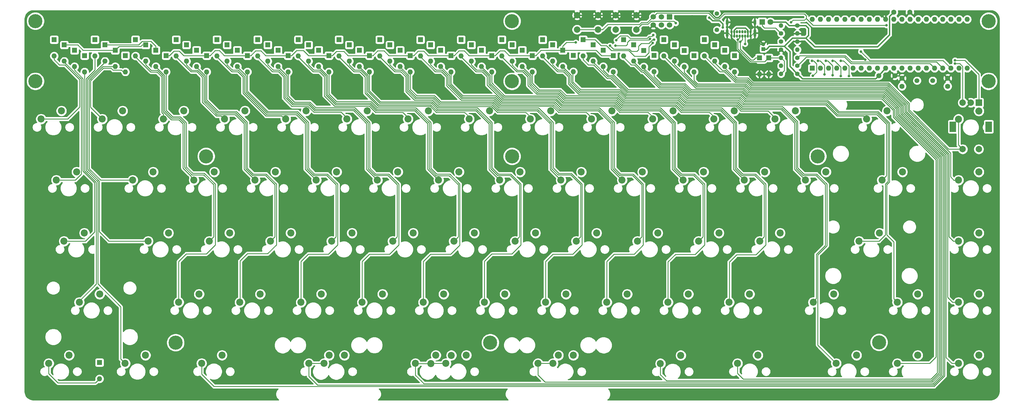
<source format=gtl>
G04 #@! TF.GenerationSoftware,KiCad,Pcbnew,(5.1.10)-1*
G04 #@! TF.CreationDate,2021-07-24T00:02:27-04:00*
G04 #@! TF.ProjectId,discipline-pcb,64697363-6970-46c6-996e-652d7063622e,rev?*
G04 #@! TF.SameCoordinates,Original*
G04 #@! TF.FileFunction,Copper,L1,Top*
G04 #@! TF.FilePolarity,Positive*
%FSLAX46Y46*%
G04 Gerber Fmt 4.6, Leading zero omitted, Abs format (unit mm)*
G04 Created by KiCad (PCBNEW (5.1.10)-1) date 2021-07-24 00:02:27*
%MOMM*%
%LPD*%
G01*
G04 APERTURE LIST*
G04 #@! TA.AperFunction,ComponentPad*
%ADD10C,2.200000*%
G04 #@! TD*
G04 #@! TA.AperFunction,ComponentPad*
%ADD11C,2.000000*%
G04 #@! TD*
G04 #@! TA.AperFunction,ComponentPad*
%ADD12R,2.000000X3.200000*%
G04 #@! TD*
G04 #@! TA.AperFunction,ComponentPad*
%ADD13R,2.000000X2.000000*%
G04 #@! TD*
G04 #@! TA.AperFunction,ComponentPad*
%ADD14C,4.400000*%
G04 #@! TD*
G04 #@! TA.AperFunction,ComponentPad*
%ADD15O,1.600000X1.600000*%
G04 #@! TD*
G04 #@! TA.AperFunction,ComponentPad*
%ADD16R,1.600000X1.600000*%
G04 #@! TD*
G04 #@! TA.AperFunction,ComponentPad*
%ADD17C,1.600000*%
G04 #@! TD*
G04 #@! TA.AperFunction,ComponentPad*
%ADD18R,1.200000X1.200000*%
G04 #@! TD*
G04 #@! TA.AperFunction,ComponentPad*
%ADD19C,1.200000*%
G04 #@! TD*
G04 #@! TA.AperFunction,ComponentPad*
%ADD20O,1.400000X1.400000*%
G04 #@! TD*
G04 #@! TA.AperFunction,ComponentPad*
%ADD21C,1.400000*%
G04 #@! TD*
G04 #@! TA.AperFunction,ComponentPad*
%ADD22R,1.700000X1.700000*%
G04 #@! TD*
G04 #@! TA.AperFunction,ComponentPad*
%ADD23C,1.700000*%
G04 #@! TD*
G04 #@! TA.AperFunction,ComponentPad*
%ADD24C,1.500000*%
G04 #@! TD*
G04 #@! TA.AperFunction,ComponentPad*
%ADD25C,1.800000*%
G04 #@! TD*
G04 #@! TA.AperFunction,ComponentPad*
%ADD26R,1.800000X1.800000*%
G04 #@! TD*
G04 #@! TA.AperFunction,ComponentPad*
%ADD27O,0.650000X1.000000*%
G04 #@! TD*
G04 #@! TA.AperFunction,ComponentPad*
%ADD28O,0.900000X2.400000*%
G04 #@! TD*
G04 #@! TA.AperFunction,ComponentPad*
%ADD29O,0.900000X1.700000*%
G04 #@! TD*
G04 #@! TA.AperFunction,ViaPad*
%ADD30C,0.800000*%
G04 #@! TD*
G04 #@! TA.AperFunction,Conductor*
%ADD31C,0.250000*%
G04 #@! TD*
G04 #@! TA.AperFunction,Conductor*
%ADD32C,0.400000*%
G04 #@! TD*
G04 #@! TA.AperFunction,Conductor*
%ADD33C,0.254000*%
G04 #@! TD*
G04 #@! TA.AperFunction,Conductor*
%ADD34C,0.100000*%
G04 #@! TD*
G04 APERTURE END LIST*
D10*
X345276000Y-92258000D03*
X351626000Y-89718000D03*
D11*
X346599500Y-101622000D03*
X351599500Y-101622000D03*
D12*
X343499500Y-94622000D03*
X354699500Y-94622000D03*
D11*
X346599500Y-87122000D03*
X349099500Y-87122000D03*
D13*
X351599500Y-87122000D03*
D10*
X154000000Y-165900000D03*
X147650000Y-168440000D03*
X314325250Y-130333750D03*
X320675250Y-127793750D03*
X323056250Y-89693750D03*
X316706250Y-92233750D03*
X282790000Y-165883620D03*
X276440000Y-168423620D03*
D14*
X206213345Y-61694750D03*
X206213345Y-80444750D03*
X199436000Y-161948000D03*
X206236000Y-103848000D03*
X301436000Y-103848000D03*
X110936000Y-103848000D03*
X320536000Y-161848000D03*
X101436000Y-161948000D03*
X354660309Y-80444750D03*
X354660309Y-61694750D03*
X57766382Y-61694750D03*
X57766382Y-80444750D03*
D15*
X275541929Y-77516199D03*
D16*
X275541929Y-72436199D03*
D10*
X71437450Y-149383750D03*
X77787450Y-146843750D03*
X65881250Y-89693750D03*
X59531250Y-92233750D03*
X258790000Y-165920000D03*
X252440000Y-168460000D03*
X225350000Y-165900000D03*
X219000000Y-168440000D03*
X149250000Y-165900000D03*
X142900000Y-168440000D03*
X220650000Y-165900000D03*
X214300000Y-168440000D03*
X187325000Y-165925500D03*
X180975000Y-168465500D03*
D15*
X77724000Y-173228000D03*
D16*
X77724000Y-168148000D03*
D10*
X182500000Y-165900000D03*
X176150000Y-168440000D03*
X192000000Y-165893750D03*
X185650000Y-168433750D03*
D15*
X250444000Y-77470000D03*
D16*
X250444000Y-72390000D03*
D15*
X256794000Y-74168000D03*
D16*
X256794000Y-69088000D03*
D17*
X325471062Y-78716416D03*
X320471062Y-78716416D03*
X330125530Y-58926178D03*
X325125530Y-58926178D03*
D18*
X284477676Y-70404866D03*
D19*
X284477676Y-68904866D03*
D17*
X327680238Y-79506040D03*
X327680238Y-82006040D03*
X341906112Y-79506040D03*
X341906112Y-82006040D03*
D20*
X290026316Y-78138982D03*
D21*
X295106316Y-78138982D03*
D20*
X290026316Y-75645517D03*
D21*
X295106316Y-75645517D03*
D20*
X290026316Y-73152052D03*
D21*
X295106316Y-73152052D03*
D20*
X295106316Y-70580211D03*
D21*
X290026316Y-70580211D03*
D20*
X295106316Y-68060499D03*
D21*
X290026316Y-68060499D03*
D20*
X295106316Y-65567034D03*
D21*
X290026316Y-65567034D03*
D20*
X290026316Y-63073204D03*
D21*
X295106316Y-63073204D03*
D16*
X299753430Y-76389182D03*
D15*
X348013430Y-61149182D03*
X302293430Y-76389182D03*
X345473430Y-61149182D03*
X304833430Y-76389182D03*
X342933430Y-61149182D03*
X307373430Y-76389182D03*
X340393430Y-61149182D03*
X309913430Y-76389182D03*
X337853430Y-61149182D03*
X312453430Y-76389182D03*
X335313430Y-61149182D03*
X314993430Y-76389182D03*
X332773430Y-61149182D03*
X317533430Y-76389182D03*
X330233430Y-61149182D03*
X320073430Y-76389182D03*
X327693430Y-61149182D03*
X322613430Y-76389182D03*
X325153430Y-61149182D03*
X325153430Y-76389182D03*
X322613430Y-61149182D03*
X327693430Y-76389182D03*
X320073430Y-61149182D03*
X330233430Y-76389182D03*
X317533430Y-61149182D03*
X332773430Y-76389182D03*
X314993430Y-61149182D03*
X335313430Y-76389182D03*
X312453430Y-61149182D03*
X337853430Y-76389182D03*
X309913430Y-61149182D03*
X340393430Y-76389182D03*
X307373430Y-61149182D03*
X342933430Y-76389182D03*
X304833430Y-61149182D03*
X345473430Y-76389182D03*
X302293430Y-61149182D03*
X348013430Y-76389182D03*
X299753430Y-61149182D03*
D22*
X255293830Y-60350870D03*
D23*
X255293830Y-62890870D03*
X252753830Y-60350870D03*
X252753830Y-62890870D03*
X250213830Y-60350870D03*
X250213830Y-62890870D03*
D10*
X68262450Y-165883620D03*
X61912450Y-168423620D03*
X92075050Y-165893750D03*
X85725050Y-168433750D03*
X115887450Y-165883620D03*
X109537450Y-168423620D03*
X73025050Y-127783620D03*
X66675050Y-130323620D03*
X306387250Y-146843750D03*
X300037250Y-149383750D03*
X64293750Y-111283750D03*
X70643750Y-108743750D03*
X321468250Y-111283750D03*
X327818250Y-108743750D03*
X294481250Y-89693750D03*
X288131250Y-92233750D03*
X132556250Y-108743750D03*
X126206250Y-111283750D03*
X84931250Y-89693750D03*
X78581250Y-92233750D03*
X103981250Y-89693750D03*
X97631250Y-92233750D03*
X123031250Y-89693750D03*
X116681250Y-92233750D03*
X142081250Y-89693750D03*
X135731250Y-92233750D03*
X161131250Y-89693750D03*
X154781250Y-92233750D03*
X180181250Y-89693750D03*
X173831250Y-92233750D03*
X199231250Y-89693750D03*
X192881250Y-92233750D03*
X218281250Y-89693750D03*
X211931250Y-92233750D03*
X237331250Y-89693750D03*
X230981250Y-92233750D03*
X256381250Y-89693750D03*
X250031250Y-92233750D03*
X275431250Y-89693750D03*
X269081250Y-92233750D03*
X94456250Y-108743750D03*
X88106250Y-111283750D03*
X113506250Y-108743750D03*
X107156250Y-111283750D03*
X151606250Y-108743750D03*
X145256250Y-111283750D03*
X170656250Y-108743750D03*
X164306250Y-111283750D03*
X189706250Y-108743750D03*
X183356250Y-111283750D03*
X208756250Y-108743750D03*
X202406250Y-111283750D03*
X227806250Y-108743750D03*
X221456250Y-111283750D03*
X246856250Y-108743750D03*
X240506250Y-111283750D03*
X265906250Y-108743750D03*
X259556250Y-111283750D03*
X284956250Y-108743750D03*
X278606250Y-111283750D03*
X304006250Y-108743750D03*
X297656250Y-111283750D03*
X351631250Y-108743750D03*
X345281250Y-111283750D03*
X99218750Y-127793750D03*
X92868750Y-130333750D03*
X118268750Y-127793750D03*
X111918750Y-130333750D03*
X137318750Y-127793750D03*
X130968750Y-130333750D03*
X156368250Y-127793750D03*
X150018250Y-130333750D03*
X175418250Y-127793750D03*
X169068250Y-130333750D03*
X194468250Y-127793750D03*
X188118250Y-130333750D03*
X213518250Y-127793750D03*
X207168250Y-130333750D03*
X232568250Y-127793750D03*
X226218250Y-130333750D03*
X251618250Y-127793750D03*
X245268250Y-130333750D03*
X270668250Y-127793750D03*
X264318250Y-130333750D03*
X289718250Y-127793750D03*
X283368250Y-130333750D03*
X351631250Y-127793750D03*
X345281250Y-130333750D03*
X108743750Y-146843750D03*
X102393750Y-149383750D03*
X127793750Y-146843750D03*
X121443750Y-149383750D03*
X146843750Y-146843750D03*
X140493750Y-149383750D03*
X165894250Y-146843750D03*
X159544250Y-149383750D03*
X184944250Y-146843750D03*
X178594250Y-149383750D03*
X203994250Y-146843750D03*
X197644250Y-149383750D03*
X223044250Y-146843750D03*
X216694250Y-149383750D03*
X242094250Y-146843750D03*
X235744250Y-149383750D03*
X261144250Y-146843750D03*
X254794250Y-149383750D03*
X280194250Y-146843750D03*
X273844250Y-149383750D03*
X332581250Y-146843750D03*
X326231250Y-149383750D03*
X351631250Y-146843750D03*
X345281250Y-149383750D03*
X313531250Y-165893750D03*
X307181250Y-168433750D03*
X332581250Y-165893750D03*
X326231250Y-168433750D03*
X351631250Y-165893750D03*
X345281250Y-168433750D03*
D24*
X337251644Y-80256240D03*
X332371644Y-80256240D03*
D25*
X286667716Y-61970830D03*
D26*
X284127716Y-61970830D03*
D27*
X278823468Y-66391022D03*
X280523468Y-66391022D03*
X279673468Y-66391022D03*
X277973468Y-66391022D03*
X277123468Y-66391022D03*
X276273468Y-66391022D03*
X275423468Y-66391022D03*
X274573468Y-66391022D03*
X280523468Y-65066022D03*
X279668468Y-65066022D03*
X278818468Y-65066022D03*
X277968468Y-65066022D03*
X277118468Y-65066022D03*
X276268468Y-65066022D03*
X275418468Y-65066022D03*
X274568468Y-65066022D03*
D28*
X281873468Y-65411022D03*
X273223468Y-65411022D03*
D29*
X281873468Y-62031022D03*
X273223468Y-62031022D03*
D21*
X270047614Y-59350838D03*
X270047614Y-64450838D03*
D11*
X244985732Y-59836074D03*
X244985732Y-64336074D03*
X238485732Y-59836074D03*
X238485732Y-64336074D03*
X232985732Y-59836074D03*
X232985732Y-64336074D03*
X226485732Y-59836074D03*
X226485732Y-64336074D03*
D15*
X63600284Y-72555612D03*
D16*
X63600284Y-67475612D03*
D15*
X73108673Y-77516199D03*
D16*
X73108673Y-72436199D03*
D15*
X85786525Y-77516199D03*
D16*
X85786525Y-72436199D03*
D15*
X88955988Y-72555612D03*
D16*
X88955988Y-67475612D03*
D15*
X101633840Y-72555612D03*
D16*
X101633840Y-67475612D03*
D15*
X114311692Y-72555612D03*
D16*
X114311692Y-67475612D03*
D15*
X126989544Y-72555612D03*
D16*
X126989544Y-67475612D03*
D15*
X139667396Y-72555612D03*
D16*
X139667396Y-67475612D03*
D15*
X152345248Y-72555612D03*
D16*
X152345248Y-67475612D03*
D15*
X165023100Y-72555612D03*
D16*
X165023100Y-67475612D03*
D15*
X177700952Y-72555612D03*
D16*
X177700952Y-67475612D03*
D15*
X190378804Y-72555612D03*
D16*
X190378804Y-67475612D03*
D15*
X203056656Y-72555612D03*
D16*
X203056656Y-67475612D03*
D15*
X215734508Y-72555612D03*
D16*
X215734508Y-67475612D03*
D15*
X228342376Y-72555612D03*
D16*
X228342376Y-67475612D03*
D15*
X66769747Y-74209141D03*
D16*
X66769747Y-69129141D03*
D15*
X82617062Y-75862670D03*
D16*
X82617062Y-70782670D03*
D15*
X92125451Y-74209141D03*
D16*
X92125451Y-69129141D03*
D15*
X104803303Y-74209141D03*
D16*
X104803303Y-69129141D03*
D15*
X117481155Y-74209141D03*
D16*
X117481155Y-69129141D03*
D15*
X130159007Y-74209141D03*
D16*
X130159007Y-69129141D03*
D15*
X142836859Y-74209141D03*
D16*
X142836859Y-69129141D03*
D15*
X155514711Y-74209141D03*
D16*
X155514711Y-69129141D03*
D15*
X168192563Y-74209141D03*
D16*
X168192563Y-69129141D03*
D15*
X180870415Y-74209141D03*
D16*
X180870415Y-69129141D03*
D15*
X193548267Y-74209141D03*
D16*
X193548267Y-69129141D03*
D15*
X206226119Y-74209141D03*
D16*
X206226119Y-69129141D03*
D15*
X218886475Y-74209141D03*
D16*
X218886475Y-69129141D03*
D15*
X231493149Y-74209141D03*
D16*
X231493149Y-69129141D03*
D15*
X272453205Y-75862670D03*
D16*
X272453205Y-70782670D03*
D15*
X69939210Y-75862670D03*
D16*
X69939210Y-70782670D03*
D15*
X79447599Y-74209141D03*
D16*
X79447599Y-69129141D03*
D15*
X95294914Y-75862670D03*
D16*
X95294914Y-70782670D03*
D15*
X107972766Y-75862670D03*
D16*
X107972766Y-70782670D03*
D15*
X120650618Y-75862670D03*
D16*
X120650618Y-70782670D03*
D15*
X133328470Y-75862670D03*
D16*
X133328470Y-70782670D03*
D15*
X146006322Y-75862670D03*
D16*
X146006322Y-70782670D03*
D15*
X158684174Y-75862670D03*
D16*
X158684174Y-70782670D03*
D15*
X171362026Y-75862670D03*
D16*
X171362026Y-70782670D03*
D15*
X184039878Y-75862670D03*
D16*
X184039878Y-70782670D03*
D15*
X196717730Y-75862670D03*
D16*
X196717730Y-70782670D03*
D15*
X209395582Y-75862670D03*
D16*
X209395582Y-70782670D03*
D15*
X234643922Y-75862670D03*
D16*
X234643922Y-70782670D03*
D15*
X269364481Y-74209141D03*
D16*
X269364481Y-69129141D03*
D15*
X98464377Y-77516199D03*
D16*
X98464377Y-72436199D03*
D15*
X111142229Y-77516199D03*
D16*
X111142229Y-72436199D03*
D15*
X123820081Y-77516199D03*
D16*
X123820081Y-72436199D03*
D15*
X136497933Y-77516199D03*
D16*
X136497933Y-72436199D03*
D15*
X149175785Y-77516199D03*
D16*
X149175785Y-72436199D03*
D15*
X161853637Y-77516199D03*
D16*
X161853637Y-72436199D03*
D15*
X174531489Y-77516199D03*
D16*
X174531489Y-72436199D03*
D15*
X187209341Y-77516199D03*
D16*
X187209341Y-72436199D03*
D15*
X199887193Y-77516199D03*
D16*
X199887193Y-72436199D03*
D15*
X212565045Y-77516199D03*
D16*
X212565045Y-72436199D03*
D15*
X222038442Y-75862670D03*
D16*
X222038442Y-70782670D03*
D15*
X237794695Y-77516199D03*
D16*
X237794695Y-72436199D03*
D15*
X266089606Y-72555612D03*
D16*
X266089606Y-67475612D03*
D15*
X76278136Y-72555612D03*
D16*
X76278136Y-67475612D03*
D15*
X259842000Y-75946000D03*
D16*
X259842000Y-70866000D03*
D15*
X253486511Y-72555612D03*
D16*
X253486511Y-67475612D03*
D15*
X244094000Y-74168000D03*
D16*
X244094000Y-69088000D03*
D15*
X247269000Y-75946000D03*
D16*
X247269000Y-70866000D03*
D15*
X225298000Y-77470000D03*
D16*
X225298000Y-72390000D03*
D15*
X240945468Y-72555612D03*
D16*
X240945468Y-67475612D03*
D15*
X262938832Y-77516199D03*
D16*
X262938832Y-72436199D03*
D15*
X286174982Y-78242196D03*
D16*
X286174982Y-73162196D03*
D15*
X283305310Y-78242196D03*
D16*
X283305310Y-73162196D03*
D30*
X324443108Y-92679820D03*
X316988960Y-87990356D03*
X303515500Y-88952746D03*
X276813552Y-62031022D03*
X235045826Y-65487928D03*
X316289040Y-78243970D03*
X263037486Y-64331925D03*
X286239392Y-65381785D03*
X317630206Y-71261001D03*
X316265388Y-73704406D03*
X317630206Y-66116687D03*
X319939898Y-71261001D03*
X322459562Y-71261001D03*
X315075545Y-66116687D03*
X312520886Y-66116687D03*
X309966227Y-66116687D03*
X307411568Y-66116687D03*
X304856909Y-66116687D03*
X302302250Y-66116687D03*
X75184000Y-75438000D03*
X244002560Y-80385920D03*
X231505760Y-80385920D03*
X218048840Y-80385920D03*
X209986880Y-80385920D03*
X201787760Y-80385920D03*
X193883280Y-80385920D03*
X178023520Y-80385920D03*
X166517320Y-80385920D03*
X154792680Y-80385920D03*
X141178280Y-80385920D03*
X128574800Y-80385920D03*
X297261280Y-76738480D03*
X349250000Y-178054000D03*
X320548000Y-152146000D03*
X332232000Y-120650000D03*
X262302584Y-60237471D03*
X68326000Y-142240000D03*
X184912000Y-178054000D03*
X271849908Y-63633140D03*
X267650388Y-60605986D03*
X250080466Y-68467729D03*
X250461158Y-67472794D03*
X236725634Y-69327582D03*
X303565560Y-78348840D03*
X301493431Y-74046080D03*
X249202787Y-67247085D03*
X238455200Y-69336920D03*
X250199094Y-66012868D03*
X226085400Y-68366640D03*
X238720406Y-67640182D03*
X299664120Y-74122280D03*
X299928280Y-78745080D03*
X306130960Y-78567280D03*
X303966880Y-74046080D03*
X306110640Y-74046080D03*
X308650640Y-78831440D03*
X308645560Y-74046080D03*
X311195720Y-78831440D03*
X278825616Y-68797705D03*
X322885786Y-63003212D03*
X293116000Y-62026800D03*
X276534836Y-67473316D03*
X314871702Y-71192276D03*
X257249287Y-62351160D03*
X277266951Y-68198326D03*
X344170000Y-73914000D03*
X344170000Y-74930000D03*
D31*
X274573468Y-65071022D02*
X274568468Y-65066022D01*
D32*
X274568468Y-66386022D02*
X274573468Y-66391022D01*
X274568468Y-65066022D02*
X274568468Y-66386022D01*
X280523468Y-65066022D02*
X280523468Y-66391022D01*
D31*
X273223468Y-63961022D02*
X273223468Y-62031022D01*
X273223468Y-65411022D02*
X273223468Y-63961022D01*
X273923468Y-62031022D02*
X276813552Y-62031022D01*
X273223468Y-62031022D02*
X273923468Y-62031022D01*
X281873468Y-63131022D02*
X281873468Y-65411022D01*
X281873468Y-62031022D02*
X281873468Y-63131022D01*
X281503468Y-65411022D02*
X280523468Y-66391022D01*
X281873468Y-65411022D02*
X281503468Y-65411022D01*
X273593468Y-65411022D02*
X274573468Y-66391022D01*
X273223468Y-65411022D02*
X273593468Y-65411022D01*
D32*
X281873468Y-67011022D02*
X281873468Y-65411022D01*
X281873468Y-67149186D02*
X281873468Y-67011022D01*
X283629148Y-68904866D02*
X281873468Y-67149186D01*
X284477676Y-68904866D02*
X283629148Y-68904866D01*
X283410298Y-78259694D02*
X283410298Y-77981500D01*
X280243160Y-79118870D02*
X281433024Y-80308734D01*
D31*
X276813552Y-62031022D02*
X281873468Y-62031022D01*
D32*
X286174982Y-78242196D02*
X283305310Y-78242196D01*
X280243160Y-76311416D02*
X280243160Y-75829246D01*
X280243160Y-74814362D02*
X280243160Y-75829246D01*
X280243160Y-75829246D02*
X280243160Y-79118870D01*
X323878744Y-80308734D02*
X325471062Y-78716416D01*
X281433024Y-80308734D02*
X323878744Y-80308734D01*
X326890614Y-78716416D02*
X327680238Y-79506040D01*
X325471062Y-78716416D02*
X326890614Y-78716416D01*
X279181221Y-73752423D02*
X279178155Y-73752423D01*
X274573468Y-66850641D02*
X274573468Y-66391022D01*
X279178155Y-73752423D02*
X275991146Y-70565414D01*
X275991146Y-68268319D02*
X274573468Y-66850641D01*
X275991146Y-70565414D02*
X275991146Y-68268319D01*
X248635857Y-59836074D02*
X244985732Y-59836074D01*
X249861743Y-58610188D02*
X248635857Y-59836074D01*
X267666860Y-58610188D02*
X249861743Y-58610188D01*
X269575168Y-60518496D02*
X267666860Y-58610188D01*
X321165415Y-59701167D02*
X298358667Y-59701167D01*
X322613430Y-61149182D02*
X321165415Y-59701167D01*
X298358667Y-59701167D02*
X297513686Y-58856186D01*
X297513686Y-58856186D02*
X272170268Y-58856186D01*
X272170268Y-58856186D02*
X270507958Y-60518496D01*
X270507958Y-60518496D02*
X269575168Y-60518496D01*
X243571519Y-59836074D02*
X238485732Y-59836074D01*
X244985732Y-59836074D02*
X243571519Y-59836074D01*
X237071519Y-59836074D02*
X232985732Y-59836074D01*
X238485732Y-59836074D02*
X237071519Y-59836074D01*
X231571519Y-59836074D02*
X226485732Y-59836074D01*
X232985732Y-59836074D02*
X231571519Y-59836074D01*
X283305310Y-77110826D02*
X283299784Y-77105300D01*
X283305310Y-78242196D02*
X283305310Y-77110826D01*
X283299784Y-77105300D02*
X283299784Y-75880385D01*
X283299784Y-75880385D02*
X282249104Y-74829705D01*
X280258503Y-74829705D02*
X280045218Y-74616420D01*
X282249104Y-74829705D02*
X280258503Y-74829705D01*
X280243160Y-74814362D02*
X280045218Y-74616420D01*
X280045218Y-74616420D02*
X279181221Y-73752423D01*
X275418468Y-66386022D02*
X275423468Y-66391022D01*
X275418468Y-65066022D02*
X275418468Y-66386022D01*
X279668468Y-66386022D02*
X279673468Y-66391022D01*
X279668468Y-65066022D02*
X279668468Y-66386022D01*
X279668468Y-64606403D02*
X279668468Y-65066022D01*
X278887683Y-63825618D02*
X279668468Y-64606403D01*
X276148628Y-63825618D02*
X278887683Y-63825618D01*
X275418468Y-65066022D02*
X275418468Y-64555778D01*
X275418468Y-64555778D02*
X276148628Y-63825618D01*
X268385304Y-61340902D02*
X267650388Y-60605986D01*
X268630276Y-61585874D02*
X268385304Y-61340902D01*
X270852522Y-61585874D02*
X268630276Y-61585874D01*
X271849908Y-62583260D02*
X270852522Y-61585874D01*
X271849908Y-63633140D02*
X271849908Y-62583260D01*
D31*
X237149640Y-70901560D02*
X242605560Y-70901560D01*
X235620564Y-69372484D02*
X237149640Y-70901560D01*
X248853960Y-71572120D02*
X248853960Y-69694235D01*
X233960950Y-69372484D02*
X235620564Y-69372484D01*
X247766840Y-72659240D02*
X248853960Y-71572120D01*
X228342376Y-67475612D02*
X232064078Y-67475612D01*
X232064078Y-67475612D02*
X233960950Y-69372484D01*
X242605560Y-70901560D02*
X244363240Y-72659240D01*
X248853960Y-69694235D02*
X250080466Y-68467729D01*
X244363240Y-72659240D02*
X247766840Y-72659240D01*
X63600284Y-72555612D02*
X63600284Y-72714464D01*
X71579220Y-79923488D02*
X71579220Y-88462644D01*
X66995034Y-75339302D02*
X71579220Y-79923488D01*
X63600284Y-72555612D02*
X63600284Y-73686982D01*
X65252604Y-75339302D02*
X66995034Y-75339302D01*
X63600284Y-73686982D02*
X65252604Y-75339302D01*
X71579220Y-88462644D02*
X67808114Y-92233750D01*
X67808114Y-92233750D02*
X59531250Y-92233750D01*
X85095111Y-77516199D02*
X84580524Y-77001612D01*
X74939126Y-80291236D02*
X74939126Y-88591626D01*
X85786525Y-77516199D02*
X85095111Y-77516199D01*
X84580524Y-77001612D02*
X81990820Y-77001612D01*
X74939126Y-88591626D02*
X78581250Y-92233750D01*
X81990820Y-77001612D02*
X81325896Y-76336688D01*
X81325896Y-76336688D02*
X78893674Y-76336688D01*
X78893674Y-76336688D02*
X74939126Y-80291236D01*
X97090818Y-86362924D02*
X97090818Y-87727742D01*
X97090818Y-86362924D02*
X97090818Y-85260571D01*
X98709711Y-92233750D02*
X97631250Y-92233750D01*
X98770594Y-92294633D02*
X98709711Y-92233750D01*
X97631250Y-90678116D02*
X97631250Y-92233750D01*
X97090818Y-90137684D02*
X97631250Y-90678116D01*
X97090818Y-87517770D02*
X97090818Y-90137684D01*
X97090818Y-87517770D02*
X97090818Y-87727742D01*
X97090818Y-85260571D02*
X97090818Y-85768110D01*
X97090818Y-85768110D02*
X97090818Y-87517770D01*
X97090818Y-81821812D02*
X97090818Y-85768110D01*
X97090818Y-79030604D02*
X97090818Y-81821812D01*
X95586766Y-77526552D02*
X97090818Y-79030604D01*
X93661986Y-77526552D02*
X95586766Y-77526552D01*
X88955988Y-72820554D02*
X93661986Y-77526552D01*
X88955988Y-72555612D02*
X88955988Y-72820554D01*
X101633840Y-72555612D02*
X101633840Y-72864850D01*
X101633840Y-72555612D02*
X101633840Y-72689870D01*
X116557331Y-92233750D02*
X116681250Y-92233750D01*
X115620847Y-91297266D02*
X116557331Y-92233750D01*
X114144549Y-91297266D02*
X115620847Y-91297266D01*
X101633840Y-72555612D02*
X101633840Y-72812356D01*
X101633840Y-72812356D02*
X106295542Y-77474058D01*
X106295542Y-77474058D02*
X108097836Y-77474058D01*
X108097836Y-77474058D02*
X109777644Y-79153866D01*
X109777644Y-79153866D02*
X109777644Y-86930361D01*
X109777644Y-86930361D02*
X114144549Y-91297266D01*
X135402318Y-92233750D02*
X135731250Y-92233750D01*
X134465834Y-91297266D02*
X135402318Y-92233750D01*
X129583985Y-91297266D02*
X134465834Y-91297266D01*
X122444937Y-84158218D02*
X122724981Y-84438262D01*
X122724981Y-84438262D02*
X129583985Y-91297266D01*
X122446196Y-84159477D02*
X122724981Y-84438262D01*
X122446196Y-79066376D02*
X122446196Y-84159477D01*
X120836380Y-77456560D02*
X122446196Y-79066376D01*
X118946596Y-77456560D02*
X120836380Y-77456560D01*
X114311692Y-72555612D02*
X114311692Y-72821656D01*
X114311692Y-72821656D02*
X118946596Y-77456560D01*
X126989544Y-72555612D02*
X126989544Y-72830956D01*
X154781250Y-91875314D02*
X154781250Y-92233750D01*
X142723312Y-88268749D02*
X144544490Y-90089927D01*
X137683984Y-88268749D02*
X142723312Y-88268749D01*
X152995863Y-90089927D02*
X154781250Y-91875314D01*
X144544490Y-90089927D02*
X152995863Y-90089927D01*
X126989544Y-72813458D02*
X131632646Y-77456560D01*
X126989544Y-72555612D02*
X126989544Y-72813458D01*
X131632646Y-77456560D02*
X133522430Y-77456560D01*
X133522430Y-77456560D02*
X135132246Y-79066376D01*
X135132246Y-79066376D02*
X135132246Y-85717011D01*
X135132246Y-85717011D02*
X137683984Y-88268749D01*
X163750434Y-90142420D02*
X172208301Y-90142420D01*
X172208301Y-90142420D02*
X173831250Y-91765369D01*
X151001129Y-88200179D02*
X161808193Y-88200179D01*
X161808193Y-88200179D02*
X163750434Y-90142420D01*
X139667396Y-72822758D02*
X144301198Y-77456560D01*
X139667396Y-72555612D02*
X139667396Y-72822758D01*
X173831250Y-91765369D02*
X173831250Y-92233750D01*
X144301198Y-77456560D02*
X146225978Y-77456560D01*
X146225978Y-77456560D02*
X147783300Y-79013882D01*
X147783300Y-79013882D02*
X147783300Y-84982350D01*
X147783300Y-84982350D02*
X151001129Y-88200179D01*
X192881250Y-91550438D02*
X192881250Y-92233750D01*
X191473232Y-90142420D02*
X192881250Y-91550438D01*
X164544323Y-88252672D02*
X180758166Y-88252672D01*
X152345248Y-72814560D02*
X156987248Y-77456560D01*
X182647914Y-90142420D02*
X191473232Y-90142420D01*
X152345248Y-72555612D02*
X152345248Y-72814560D01*
X156987248Y-77456560D02*
X158894530Y-77456560D01*
X180758166Y-88252672D02*
X182647914Y-90142420D01*
X158894530Y-77456560D02*
X160486848Y-79048878D01*
X160486848Y-79048878D02*
X160486848Y-84195197D01*
X160486848Y-84195197D02*
X164544323Y-88252672D01*
X211931250Y-91545479D02*
X211931250Y-92233750D01*
X210528191Y-90142420D02*
X211931250Y-91545479D01*
X183405387Y-88268749D02*
X199862212Y-88268749D01*
X181499562Y-86362924D02*
X183405387Y-88268749D01*
X165023100Y-72823860D02*
X169655800Y-77456560D01*
X199862212Y-88268749D02*
X201735883Y-90142420D01*
X165023100Y-72555612D02*
X165023100Y-72823860D01*
X169655800Y-77456560D02*
X171580580Y-77456560D01*
X171580580Y-77456560D02*
X173137902Y-79013882D01*
X175882811Y-86362924D02*
X181499562Y-86362924D01*
X173137902Y-79013882D02*
X173137902Y-83618015D01*
X201735883Y-90142420D02*
X210528191Y-90142420D01*
X173137902Y-83618015D02*
X175882811Y-86362924D01*
X218874578Y-88252672D02*
X220764326Y-90142420D01*
X200502028Y-86362924D02*
X202391776Y-88252672D01*
X202391776Y-88252672D02*
X218874578Y-88252672D01*
X190403887Y-86362924D02*
X200502028Y-86362924D01*
X220764326Y-90142420D02*
X229373178Y-90142420D01*
X229373178Y-90142420D02*
X230981250Y-91750492D01*
X230981250Y-91750492D02*
X230981250Y-92233750D01*
X185859308Y-81818345D02*
X186068924Y-82027961D01*
X186068924Y-82027961D02*
X190403887Y-86362924D01*
X185841450Y-81800487D02*
X186068924Y-82027961D01*
X185841450Y-79048878D02*
X185841450Y-81800487D01*
X184249132Y-77456560D02*
X185841450Y-79048878D01*
X182341850Y-77456560D02*
X184249132Y-77456560D01*
X177700952Y-72555612D02*
X177700952Y-72815662D01*
X177700952Y-72815662D02*
X182341850Y-77456560D01*
X250031250Y-91535561D02*
X250031250Y-92233750D01*
X248638109Y-90142420D02*
X250031250Y-91535561D01*
X239812791Y-90142420D02*
X248638109Y-90142420D01*
X221656707Y-88252672D02*
X237923043Y-88252672D01*
X219789386Y-86385351D02*
X221656707Y-88252672D01*
X203254091Y-86385351D02*
X219789386Y-86385351D01*
X237923043Y-88252672D02*
X239812791Y-90142420D01*
X190378804Y-72807464D02*
X195027900Y-77456560D01*
X190378804Y-72555612D02*
X190378804Y-72807464D01*
X195027900Y-77456560D02*
X196917684Y-77456560D01*
X196917684Y-77456560D02*
X198492504Y-79031380D01*
X198492504Y-79031380D02*
X198492504Y-81623764D01*
X198492504Y-81623764D02*
X203254091Y-86385351D01*
X258926737Y-90142420D02*
X267745561Y-90142420D01*
X257036989Y-88252672D02*
X258926737Y-90142420D01*
X267745561Y-90142420D02*
X269081250Y-91478109D01*
X222490101Y-86362924D02*
X238655070Y-86362924D01*
X220652846Y-84525669D02*
X222490101Y-86362924D01*
X213940236Y-84525669D02*
X220652846Y-84525669D01*
X238655070Y-86362924D02*
X240544818Y-88252672D01*
X203056656Y-72816764D02*
X207713950Y-77474058D01*
X203056656Y-72555612D02*
X203056656Y-72816764D01*
X207713950Y-77474058D02*
X209603734Y-77474058D01*
X209603734Y-77474058D02*
X211196052Y-79066376D01*
X269081250Y-91478109D02*
X269081250Y-92233750D01*
X240544818Y-88252672D02*
X257036989Y-88252672D01*
X211196052Y-79066376D02*
X211196052Y-81781485D01*
X211196052Y-81781485D02*
X213940236Y-84525669D01*
X288131250Y-92233750D02*
X288051962Y-92233750D01*
X276032961Y-88252672D02*
X277502765Y-89722476D01*
X259766625Y-88252672D02*
X276032961Y-88252672D01*
X241289089Y-86362924D02*
X257876877Y-86362924D01*
X286013125Y-89722476D02*
X288131250Y-91840601D01*
X239399341Y-84473176D02*
X241289089Y-86362924D01*
X227010993Y-84473176D02*
X239399341Y-84473176D01*
X277502765Y-89722476D02*
X286013125Y-89722476D01*
X215734508Y-72826064D02*
X220365004Y-77456560D01*
X215734508Y-72555612D02*
X215734508Y-72826064D01*
X257876877Y-86362924D02*
X259766625Y-88252672D01*
X220365004Y-77456560D02*
X222237290Y-77456560D01*
X223794612Y-79013882D02*
X223794612Y-81256795D01*
X288131250Y-91840601D02*
X288131250Y-92233750D01*
X222237290Y-77456560D02*
X223794612Y-79013882D01*
X223794612Y-81256795D02*
X227010993Y-84473176D01*
X278296654Y-87832728D02*
X276826850Y-86362924D01*
X237005602Y-79556320D02*
X239910270Y-82460988D01*
X239910270Y-82460988D02*
X239932795Y-82460988D01*
X235920726Y-79556320D02*
X237005602Y-79556320D01*
X231703708Y-75339302D02*
X235920726Y-79556320D01*
X229994696Y-75339302D02*
X231703708Y-75339302D01*
X228342376Y-72555612D02*
X228342376Y-73686982D01*
X228342376Y-73686982D02*
X229994696Y-75339302D01*
X241944983Y-84473176D02*
X239932795Y-82460988D01*
X258716765Y-84473176D02*
X241944983Y-84473176D01*
X315776656Y-91297266D02*
X307430269Y-91297266D01*
X303965731Y-87832728D02*
X278296654Y-87832728D01*
X260606513Y-86362924D02*
X258716765Y-84473176D01*
X316706250Y-92233750D02*
X316706250Y-92226860D01*
X276826850Y-86362924D02*
X260606513Y-86362924D01*
X307430269Y-91297266D02*
X303965731Y-87832728D01*
X316706250Y-92226860D02*
X315776656Y-91297266D01*
X276328194Y-79433834D02*
X277355990Y-79433834D01*
X277058524Y-79433834D02*
X277355990Y-79433834D01*
X329972476Y-89390196D02*
X329972476Y-87406440D01*
X329972476Y-87406440D02*
X323469702Y-80903666D01*
X323469702Y-80903666D02*
X281258044Y-80903666D01*
X281258044Y-80903666D02*
X279788212Y-79433834D01*
X331873140Y-91301876D02*
X342193264Y-101622000D01*
X331873140Y-91290860D02*
X331873140Y-91301876D01*
X332509686Y-91927406D02*
X331873140Y-91290860D01*
X342193264Y-101622000D02*
X346599500Y-101622000D01*
X331873140Y-91290860D02*
X329972476Y-89390196D01*
X279788212Y-79433834D02*
X277355990Y-79433834D01*
X275541929Y-78647569D02*
X275541929Y-77516199D01*
X276328194Y-79433834D02*
X275541929Y-78647569D01*
X345276000Y-100298500D02*
X346599500Y-101622000D01*
X345276000Y-92258000D02*
X345276000Y-100298500D01*
X82662896Y-70782670D02*
X82617062Y-70782670D01*
X83828110Y-69617456D02*
X82662896Y-70782670D01*
X90587136Y-69617456D02*
X83828110Y-69617456D01*
X92125451Y-69129141D02*
X91075451Y-69129141D01*
X91075451Y-69129141D02*
X90587136Y-69617456D01*
X70933713Y-69129141D02*
X66769747Y-69129141D01*
X72587242Y-70782670D02*
X70933713Y-69129141D01*
X72587242Y-70782670D02*
X82617062Y-70782670D01*
X302153320Y-74046080D02*
X301493431Y-74046080D01*
X303565560Y-78348840D02*
X303565560Y-75458320D01*
X303565560Y-75458320D02*
X302153320Y-74046080D01*
X250050082Y-67472794D02*
X250461158Y-67472794D01*
X242788440Y-70444360D02*
X243443760Y-71099680D01*
X246461280Y-68671440D02*
X248851436Y-68671440D01*
X237133901Y-69727581D02*
X237850680Y-70444360D01*
X237125633Y-69727581D02*
X237133901Y-69727581D01*
X245155720Y-71099680D02*
X245643400Y-70612000D01*
X236725634Y-69327582D02*
X237125633Y-69727581D01*
X243443760Y-71099680D02*
X245155720Y-71099680D01*
X245643400Y-69489320D02*
X246461280Y-68671440D01*
X245643400Y-70612000D02*
X245643400Y-69489320D01*
X237850680Y-70444360D02*
X242788440Y-70444360D01*
X248851436Y-68671440D02*
X250050082Y-67472794D01*
X66769747Y-74466589D02*
X72051657Y-79748499D01*
X66769747Y-74209141D02*
X66769747Y-74466589D01*
X72051657Y-79748499D02*
X72051657Y-103525843D01*
X72051657Y-103525843D02*
X72068751Y-103542937D01*
X72068751Y-103542937D02*
X72068751Y-109427751D01*
X70212752Y-111283750D02*
X64293750Y-111283750D01*
X72068751Y-109427751D02*
X70212752Y-111283750D01*
X88106250Y-111283750D02*
X78075003Y-111283750D01*
X78075003Y-111283750D02*
X74904309Y-108113056D01*
X74904309Y-108113056D02*
X74518828Y-107727575D01*
X80136032Y-75862670D02*
X82617062Y-75862670D01*
X78720266Y-75862670D02*
X80136032Y-75862670D01*
X74484178Y-80098758D02*
X78720266Y-75862670D01*
X74484178Y-107692925D02*
X74484178Y-80098758D01*
X74904309Y-108113056D02*
X74484178Y-107692925D01*
X107156250Y-111283750D02*
X106277093Y-110404593D01*
X106277093Y-110404593D02*
X106277093Y-110037267D01*
X106277093Y-110037267D02*
X103766251Y-107526425D01*
X103766251Y-107526425D02*
X103766251Y-93757753D01*
X103766251Y-93757753D02*
X102457247Y-92448749D01*
X102457247Y-92448749D02*
X100079556Y-92448749D01*
X100079556Y-92448749D02*
X97790915Y-90160108D01*
X97790915Y-90160108D02*
X97564355Y-89933548D01*
X97546542Y-89915735D02*
X97790915Y-90160108D01*
X97546542Y-78838902D02*
X97546542Y-89915735D01*
X95779244Y-77071604D02*
X97546542Y-78838902D01*
X93856544Y-77071604D02*
X95779244Y-77071604D01*
X92125451Y-75340511D02*
X93856544Y-77071604D01*
X92125451Y-74209141D02*
X92125451Y-75340511D01*
X114292442Y-90808749D02*
X119967251Y-90808749D01*
X125106251Y-110183751D02*
X126206250Y-111283750D01*
X122816251Y-93657749D02*
X122816251Y-107893751D01*
X122816251Y-107893751D02*
X125106251Y-110183751D01*
X119967251Y-90808749D02*
X122816251Y-93657749D01*
X110390074Y-86906381D02*
X114292442Y-90808749D01*
X110232592Y-86748899D02*
X110390074Y-86906381D01*
X110232592Y-78961388D02*
X110232592Y-86748899D01*
X108290314Y-77019110D02*
X110232592Y-78961388D01*
X106481902Y-77019110D02*
X108290314Y-77019110D01*
X104803303Y-75340511D02*
X106481902Y-77019110D01*
X104803303Y-74209141D02*
X104803303Y-75340511D01*
X139010151Y-90808749D02*
X129817380Y-90808749D01*
X145256250Y-111283750D02*
X141866251Y-107893751D01*
X141866251Y-93664849D02*
X139010151Y-90808749D01*
X141866251Y-107893751D02*
X141866251Y-93664849D01*
X117481155Y-75340511D02*
X119142256Y-77001612D01*
X117481155Y-74209141D02*
X117481155Y-75340511D01*
X119142256Y-77001612D02*
X121028858Y-77001612D01*
X121028858Y-77001612D02*
X122901144Y-78873898D01*
X122901144Y-83892513D02*
X123128618Y-84119987D01*
X122901144Y-78873898D02*
X122901144Y-83892513D01*
X129817380Y-90808749D02*
X123128618Y-84119987D01*
X123128618Y-84119987D02*
X122920059Y-83911428D01*
X137916382Y-87818738D02*
X142909712Y-87818738D01*
X144708464Y-89617490D02*
X144701969Y-89610995D01*
X160916251Y-107893751D02*
X160916251Y-93657749D01*
X142909712Y-87818738D02*
X144701969Y-89610995D01*
X160916251Y-93657749D02*
X156875992Y-89617490D01*
X164306250Y-111283750D02*
X160916251Y-107893751D01*
X156875992Y-89617490D02*
X144708464Y-89617490D01*
X130159007Y-75340511D02*
X131820108Y-77001612D01*
X130159007Y-74209141D02*
X130159007Y-75340511D01*
X131820108Y-77001612D02*
X133714908Y-77001612D01*
X133714908Y-77001612D02*
X135587194Y-78873898D01*
X135587194Y-85489550D02*
X135970742Y-85873098D01*
X135587194Y-78873898D02*
X135587194Y-85489550D01*
X135970742Y-85873098D02*
X137916382Y-87818738D01*
X179966251Y-107893751D02*
X183356250Y-111283750D01*
X179966251Y-93657749D02*
X179966251Y-107893751D01*
X163914407Y-89669983D02*
X175978485Y-89669983D01*
X151204606Y-87727742D02*
X161972166Y-87727742D01*
X142836859Y-75340511D02*
X144497960Y-77001612D01*
X142836859Y-74209141D02*
X142836859Y-75340511D01*
X161972166Y-87727742D02*
X163914407Y-89669983D01*
X144497960Y-77001612D02*
X146418456Y-77001612D01*
X146418456Y-77001612D02*
X148238248Y-78821404D01*
X148238248Y-78821404D02*
X148238248Y-84761384D01*
X175978485Y-89669983D02*
X179966251Y-93657749D01*
X148238248Y-84761384D02*
X151204606Y-87727742D01*
X199084717Y-107962217D02*
X199084717Y-93726215D01*
X202406250Y-111283750D02*
X199084717Y-107962217D01*
X199084717Y-93726215D02*
X195028485Y-89669983D01*
X195028485Y-89669983D02*
X182811887Y-89669983D01*
X182811887Y-89669983D02*
X180899713Y-87757809D01*
X180899713Y-87757809D02*
X164731869Y-87757809D01*
X155514711Y-75340511D02*
X157175812Y-77001612D01*
X155514711Y-74209141D02*
X155514711Y-75340511D01*
X157175812Y-77001612D02*
X159087008Y-77001612D01*
X159087008Y-77001612D02*
X160941796Y-78856400D01*
X160941796Y-83967736D02*
X161097358Y-84123298D01*
X160941796Y-78856400D02*
X160941796Y-83967736D01*
X164731869Y-87757809D02*
X161097358Y-84123298D01*
X218087183Y-107914683D02*
X221456250Y-111283750D01*
X218087183Y-93678681D02*
X218087183Y-107914683D01*
X214078485Y-89669983D02*
X218087183Y-93678681D01*
X201899857Y-89669983D02*
X214078485Y-89669983D01*
X183592788Y-87780235D02*
X200010109Y-87780235D01*
X181703040Y-85890487D02*
X183592788Y-87780235D01*
X176092783Y-85890487D02*
X181703040Y-85890487D01*
X168192563Y-75340511D02*
X169853664Y-77001612D01*
X200010109Y-87780235D02*
X201899857Y-89669983D01*
X168192563Y-74209141D02*
X168192563Y-75340511D01*
X169853664Y-77001612D02*
X171773058Y-77001612D01*
X171773058Y-77001612D02*
X173592850Y-78821404D01*
X173592850Y-78821404D02*
X173592850Y-83390554D01*
X173592850Y-83390554D02*
X176092783Y-85890487D01*
X237116251Y-93657749D02*
X237116251Y-107893751D01*
X233128485Y-89669983D02*
X237116251Y-93657749D01*
X190567861Y-85890487D02*
X200712000Y-85890487D01*
X220974298Y-89669983D02*
X233128485Y-89669983D01*
X200712000Y-85890487D02*
X202601748Y-87780235D01*
X237116251Y-107893751D02*
X240506250Y-111283750D01*
X202601748Y-87780235D02*
X219084550Y-87780235D01*
X219084550Y-87780235D02*
X220974298Y-89669983D01*
X180870415Y-75340511D02*
X182531516Y-77001612D01*
X180870415Y-74209141D02*
X180870415Y-75340511D01*
X182531516Y-77001612D02*
X184441610Y-77001612D01*
X184441610Y-77001612D02*
X186296398Y-78856400D01*
X186296398Y-81619024D02*
X186333454Y-81656080D01*
X186296398Y-78856400D02*
X186296398Y-81619024D01*
X186309319Y-81631945D02*
X186333454Y-81656080D01*
X186333454Y-81656080D02*
X190567861Y-85890487D01*
X256167034Y-107894534D02*
X259556250Y-111283750D01*
X256167034Y-93658532D02*
X256167034Y-107894534D01*
X252178485Y-89669983D02*
X256167034Y-93658532D01*
X239976764Y-89669983D02*
X252178485Y-89669983D01*
X238087016Y-87780235D02*
X239976764Y-89669983D01*
X221866679Y-87780235D02*
X238087016Y-87780235D01*
X219984572Y-85898128D02*
X221866679Y-87780235D01*
X193548267Y-74209141D02*
X193548267Y-75340511D01*
X195209368Y-77001612D02*
X197127660Y-77001612D01*
X197127660Y-77001612D02*
X198947452Y-78821404D01*
X193548267Y-75340511D02*
X195209368Y-77001612D01*
X198947452Y-78821404D02*
X198947452Y-81396303D01*
X203449277Y-85898128D02*
X219984572Y-85898128D01*
X198947452Y-81396303D02*
X203449277Y-85898128D01*
X275216251Y-107893751D02*
X278606250Y-111283750D01*
X275216251Y-96389087D02*
X275216251Y-107893751D01*
X275216251Y-96389087D02*
X275216251Y-96582375D01*
X259136709Y-89669983D02*
X271228485Y-89669983D01*
X238821918Y-85890487D02*
X240711666Y-87780235D01*
X271228485Y-89669983D02*
X275216251Y-93657749D01*
X222654074Y-85890487D02*
X238821918Y-85890487D01*
X220816819Y-84053232D02*
X222654074Y-85890487D01*
X240711666Y-87780235D02*
X257246961Y-87780235D01*
X214150208Y-84053232D02*
X220816819Y-84053232D01*
X275216251Y-93657749D02*
X275216251Y-96389087D01*
X257246961Y-87780235D02*
X259136709Y-89669983D01*
X206226119Y-75340511D02*
X207904718Y-77019110D01*
X206226119Y-74209141D02*
X206226119Y-75340511D01*
X207904718Y-77019110D02*
X209796212Y-77019110D01*
X209796212Y-77019110D02*
X211651000Y-78873898D01*
X211651000Y-81554024D02*
X214150208Y-84053232D01*
X211651000Y-78873898D02*
X211651000Y-81554024D01*
X290055086Y-89250039D02*
X289162705Y-89250039D01*
X294276952Y-93471905D02*
X290055086Y-89250039D01*
X294276952Y-107904452D02*
X294276952Y-93471905D01*
X297656250Y-111283750D02*
X294276952Y-107904452D01*
X289858541Y-89250039D02*
X289162705Y-89250039D01*
X218886475Y-75340511D02*
X218886475Y-74209141D01*
X222429768Y-77001612D02*
X220547576Y-77001612D01*
X224249560Y-78821404D02*
X222429768Y-77001612D01*
X224249560Y-81029334D02*
X224249560Y-78821404D01*
X227220965Y-84000739D02*
X224249560Y-81029334D01*
X239563314Y-84000739D02*
X227220965Y-84000739D01*
X277666738Y-89250039D02*
X276196934Y-87780235D01*
X220547576Y-77001612D02*
X218886475Y-75340511D01*
X289162705Y-89250039D02*
X277666738Y-89250039D01*
X276196934Y-87780235D02*
X259976597Y-87780235D01*
X259976597Y-87780235D02*
X258086849Y-85890487D01*
X258086849Y-85890487D02*
X241453062Y-85890487D01*
X241453062Y-85890487D02*
X239563314Y-84000739D01*
X322863211Y-93823424D02*
X322863211Y-109888789D01*
X319848536Y-90808749D02*
X322863211Y-93823424D01*
X307624161Y-90808749D02*
X319848536Y-90808749D01*
X304175703Y-87360291D02*
X307624161Y-90808749D01*
X278506626Y-87360291D02*
X304175703Y-87360291D01*
X277036822Y-85890487D02*
X278506626Y-87360291D01*
X322863211Y-109888789D02*
X321468250Y-111283750D01*
X260816485Y-85890487D02*
X277036822Y-85890487D01*
X242108956Y-84000739D02*
X258926737Y-84000739D01*
X231493149Y-74481317D02*
X236113204Y-79101372D01*
X231493149Y-74209141D02*
X231493149Y-74481317D01*
X237198080Y-79101372D02*
X240107687Y-82010979D01*
X258926737Y-84000739D02*
X260816485Y-85890487D01*
X240107687Y-82010979D02*
X240119196Y-82010979D01*
X236113204Y-79101372D02*
X237198080Y-79101372D01*
X240119196Y-82010979D02*
X242108956Y-84000739D01*
X345249810Y-111315190D02*
X345281250Y-111283750D01*
X343883386Y-111315190D02*
X345249810Y-111315190D01*
X342798510Y-110230314D02*
X343883386Y-111315190D01*
X342798510Y-102863656D02*
X342798510Y-110230314D01*
X329517528Y-89582674D02*
X342798510Y-102863656D01*
X329517528Y-87587902D02*
X329517528Y-89582674D01*
X323288240Y-81358614D02*
X329517528Y-87587902D01*
X281065566Y-81358614D02*
X323288240Y-81358614D01*
X279595734Y-79888782D02*
X281065566Y-81358614D01*
X276131130Y-79888782D02*
X279595734Y-79888782D01*
X272453205Y-76210857D02*
X272453205Y-75862670D01*
X276131130Y-79888782D02*
X272453205Y-76210857D01*
X73382290Y-130333750D02*
X66675050Y-130333750D01*
X69939210Y-75862670D02*
X69939210Y-76994040D01*
X69939210Y-76994040D02*
X72576587Y-79631417D01*
X72576587Y-79631417D02*
X72576587Y-108462477D01*
X72576587Y-108462477D02*
X76251097Y-112136987D01*
X76251097Y-112136987D02*
X76251097Y-127464943D01*
X76251097Y-127464943D02*
X73382290Y-130333750D01*
X91065450Y-68004140D02*
X93780972Y-68004140D01*
X79447599Y-69129141D02*
X89940449Y-69129141D01*
X89940449Y-69129141D02*
X91065450Y-68004140D01*
X95294914Y-69518082D02*
X95294914Y-70782670D01*
X93780972Y-68004140D02*
X95294914Y-69518082D01*
X242132516Y-68340102D02*
X242919926Y-67552692D01*
X242919926Y-67552692D02*
X248897180Y-67552692D01*
X241750015Y-69335033D02*
X242132516Y-68952532D01*
X242132516Y-68952532D02*
X242132516Y-68340102D01*
X238472979Y-69335033D02*
X241750015Y-69335033D01*
X248897180Y-67552692D02*
X249202787Y-67247085D01*
X238472979Y-69335033D02*
X238457087Y-69335033D01*
X238457087Y-69335033D02*
X238455200Y-69336920D01*
X83285159Y-130333750D02*
X92868750Y-130333750D01*
X80642201Y-130333750D02*
X83285159Y-130333750D01*
X77668408Y-127359957D02*
X80642201Y-130333750D01*
X77668408Y-111559564D02*
X77668408Y-127359957D01*
X74046391Y-107937547D02*
X74169214Y-108060370D01*
X74169214Y-108060370D02*
X77668408Y-111559564D01*
X74029230Y-107920386D02*
X74169214Y-108060370D01*
X74029230Y-79906280D02*
X74029230Y-107920386D01*
X79447599Y-74487911D02*
X74029230Y-79906280D01*
X79447599Y-74209141D02*
X79447599Y-74487911D01*
X113291251Y-128961249D02*
X111918750Y-130333750D01*
X113291251Y-112707749D02*
X113291251Y-128961249D01*
X106539558Y-109617323D02*
X110200825Y-109617323D01*
X104229866Y-107307631D02*
X106539558Y-109617323D01*
X104229866Y-93554465D02*
X104229866Y-107307631D01*
X95294914Y-75939848D02*
X98014366Y-78659300D01*
X95294914Y-75862670D02*
X95294914Y-75939848D01*
X98014366Y-78659300D02*
X98014366Y-89701150D01*
X98014366Y-89701150D02*
X100292891Y-91979675D01*
X100292891Y-91979675D02*
X102655076Y-91979675D01*
X110200825Y-109617323D02*
X113291251Y-112707749D01*
X102655076Y-91979675D02*
X104229866Y-93554465D01*
X125430544Y-109827295D02*
X129460797Y-109827295D01*
X132341251Y-112707749D02*
X132341251Y-128961249D01*
X132068749Y-129233751D02*
X130968750Y-130333750D01*
X132341251Y-128961249D02*
X132068749Y-129233751D01*
X120194084Y-90358738D02*
X123284825Y-93449479D01*
X129460797Y-109827295D02*
X132341251Y-112707749D01*
X123284825Y-93449479D02*
X123284825Y-107681576D01*
X114524840Y-90358738D02*
X120194084Y-90358738D01*
X123284825Y-107681576D02*
X125430544Y-109827295D01*
X110686505Y-86520403D02*
X110826610Y-86660508D01*
X110826610Y-86660508D02*
X114524840Y-90358738D01*
X110687540Y-86521438D02*
X110826610Y-86660508D01*
X110687540Y-78768910D02*
X110687540Y-86521438D01*
X107972766Y-76054136D02*
X110687540Y-78768910D01*
X107972766Y-75862670D02*
X107972766Y-76054136D01*
X151391251Y-128960749D02*
X150018250Y-130333750D01*
X148510797Y-109827295D02*
X151391251Y-112707749D01*
X144439504Y-109827295D02*
X148510797Y-109827295D01*
X142339784Y-107727575D02*
X144439504Y-109827295D01*
X142339784Y-93501972D02*
X142339784Y-107727575D01*
X120650618Y-75975946D02*
X123356092Y-78681420D01*
X151391251Y-112707749D02*
X151391251Y-128960749D01*
X123356092Y-78681420D02*
X123356092Y-83711050D01*
X123356092Y-83711050D02*
X130003780Y-90358738D01*
X130003780Y-90358738D02*
X139196550Y-90358738D01*
X120650618Y-75862670D02*
X120650618Y-75975946D01*
X139196550Y-90358738D02*
X142339784Y-93501972D01*
X161394743Y-93499830D02*
X157039966Y-89145053D01*
X157039966Y-89145053D02*
X144872437Y-89145053D01*
X144872437Y-89145053D02*
X143096112Y-87368727D01*
X143096112Y-87368727D02*
X138148780Y-87368727D01*
X161394743Y-107727575D02*
X161394743Y-93499830D01*
X167560797Y-109827295D02*
X163494463Y-109827295D01*
X170441251Y-112707749D02*
X167560797Y-109827295D01*
X170441251Y-128960749D02*
X170441251Y-112707749D01*
X163494463Y-109827295D02*
X161394743Y-107727575D01*
X169068250Y-130333750D02*
X170441251Y-128960749D01*
X138148780Y-87368727D02*
X136287114Y-85507061D01*
X136287114Y-85507061D02*
X136040624Y-85260571D01*
X136042142Y-85262089D02*
X136287114Y-85507061D01*
X136042142Y-78681420D02*
X136042142Y-85262089D01*
X133328470Y-75862670D02*
X133328470Y-75967748D01*
X133328470Y-75967748D02*
X136042142Y-78681420D01*
X189491251Y-128960749D02*
X188118250Y-130333750D01*
X182572994Y-109857362D02*
X186640864Y-109857362D01*
X180449702Y-107734069D02*
X182572994Y-109857362D01*
X180449702Y-93504789D02*
X180449702Y-107734069D01*
X189491251Y-112707749D02*
X189491251Y-128960749D01*
X164117885Y-89197546D02*
X176142459Y-89197546D01*
X146006322Y-75942052D02*
X148691437Y-78627167D01*
X146006322Y-75862670D02*
X146006322Y-75942052D01*
X148691437Y-78627167D02*
X148691437Y-84578162D01*
X186640864Y-109857362D02*
X189491251Y-112707749D01*
X148691437Y-84578162D02*
X151368580Y-87255305D01*
X151368580Y-87255305D02*
X162175644Y-87255305D01*
X176142459Y-89197546D02*
X180449702Y-93504789D01*
X162175644Y-87255305D02*
X164117885Y-89197546D01*
X208541251Y-128960749D02*
X207168250Y-130333750D01*
X205660797Y-109827295D02*
X208541251Y-112707749D01*
X201656874Y-109827295D02*
X205660797Y-109827295D01*
X199557154Y-107727575D02*
X201656874Y-109827295D01*
X199557154Y-93562241D02*
X199557154Y-107727575D01*
X195192459Y-89197546D02*
X199557154Y-93562241D01*
X182975860Y-89197546D02*
X195192459Y-89197546D01*
X181086114Y-87307800D02*
X182975860Y-89197546D01*
X158684174Y-75951352D02*
X161394743Y-78661921D01*
X158684174Y-75862670D02*
X158684174Y-75951352D01*
X161394743Y-78661921D02*
X161394743Y-83692276D01*
X161394743Y-83692276D02*
X165010265Y-87307798D01*
X165010265Y-87307798D02*
X174360514Y-87307798D01*
X208541251Y-112707749D02*
X208541251Y-128960749D01*
X174360514Y-87307798D02*
X181086114Y-87307800D01*
X227591251Y-128960749D02*
X226218250Y-130333750D01*
X227591251Y-112707749D02*
X227591251Y-128960749D01*
X220554354Y-109669816D02*
X224553318Y-109669816D01*
X218559620Y-93501972D02*
X218559620Y-107675082D01*
X214255194Y-89197546D02*
X218559620Y-93501972D01*
X200174082Y-87307798D02*
X202063830Y-89197546D01*
X202063830Y-89197546D02*
X214255194Y-89197546D01*
X183756761Y-87307798D02*
X200174082Y-87307798D01*
X171362026Y-75943154D02*
X174045556Y-78626684D01*
X171362026Y-75862670D02*
X171362026Y-75943154D01*
X174045556Y-78626684D02*
X174045556Y-83160851D01*
X174045556Y-83160851D02*
X176302755Y-85418050D01*
X218559620Y-107675082D02*
X220554354Y-109669816D01*
X176302755Y-85418050D02*
X181867013Y-85418050D01*
X224553318Y-109669816D02*
X227591251Y-112707749D01*
X181867013Y-85418050D02*
X183756761Y-87307798D01*
X246641251Y-112707749D02*
X246641251Y-128960749D01*
X243760797Y-109827295D02*
X246641251Y-112707749D01*
X246641251Y-128960749D02*
X245268250Y-130333750D01*
X239714299Y-109827295D02*
X243760797Y-109827295D01*
X237614579Y-107727575D02*
X239714299Y-109827295D01*
X233310153Y-89197546D02*
X237614579Y-93501972D01*
X221184270Y-89197546D02*
X233310153Y-89197546D01*
X219294522Y-87307798D02*
X221184270Y-89197546D01*
X202811720Y-87307798D02*
X219294522Y-87307798D01*
X184039878Y-75952454D02*
X186759330Y-78671906D01*
X186759330Y-78671906D02*
X186759330Y-81445545D01*
X186759330Y-81445545D02*
X190731835Y-85418050D01*
X184039878Y-75862670D02*
X184039878Y-75952454D01*
X190731835Y-85418050D02*
X200921972Y-85418050D01*
X237614579Y-93501972D02*
X237614579Y-107727575D01*
X200921972Y-85418050D02*
X202811720Y-87307798D01*
X265691251Y-128960749D02*
X264318250Y-130333750D01*
X258769258Y-109827295D02*
X262810797Y-109827295D01*
X256617045Y-93472132D02*
X256617045Y-107675082D01*
X262810797Y-109827295D02*
X265691251Y-112707749D01*
X252342459Y-89197546D02*
X256617045Y-93472132D01*
X238296988Y-87307798D02*
X240186736Y-89197546D01*
X222076651Y-87307798D02*
X238296988Y-87307798D01*
X265691251Y-112707749D02*
X265691251Y-128960749D01*
X240186736Y-89197546D02*
X252342459Y-89197546D01*
X196717730Y-75944256D02*
X199399675Y-78626201D01*
X256617045Y-107675082D02*
X258769258Y-109827295D01*
X196717730Y-75862670D02*
X196717730Y-75944256D01*
X199399675Y-78626201D02*
X199399675Y-81166117D01*
X199399675Y-81166117D02*
X203681675Y-85448117D01*
X203681675Y-85448117D02*
X220216970Y-85448117D01*
X220216970Y-85448117D02*
X222076651Y-87307798D01*
X284741251Y-128960749D02*
X283368250Y-130333750D01*
X221026791Y-83580795D02*
X222864046Y-85418050D01*
X214360180Y-83580795D02*
X221026791Y-83580795D01*
X257456933Y-87307798D02*
X259346681Y-89197546D01*
X281860797Y-109827295D02*
X284741251Y-112707749D01*
X212102981Y-78678453D02*
X212102981Y-81323596D01*
X209395582Y-75862670D02*
X209395582Y-75971054D01*
X209395582Y-75971054D02*
X212102981Y-78678453D01*
X222864046Y-85418050D02*
X239031890Y-85418050D01*
X284741251Y-112707749D02*
X284741251Y-128960749D01*
X259346681Y-89197546D02*
X271392459Y-89197546D01*
X239031890Y-85418050D02*
X240921638Y-87307798D01*
X240921638Y-87307798D02*
X257456933Y-87307798D01*
X271392459Y-89197546D02*
X275672004Y-93477091D01*
X212102981Y-81323596D02*
X214360180Y-83580795D01*
X275672004Y-93477091D02*
X275672004Y-107675082D01*
X275672004Y-107675082D02*
X277824217Y-109827295D01*
X277824217Y-109827295D02*
X281860797Y-109827295D01*
X322503239Y-128346761D02*
X322503239Y-112852761D01*
X236296306Y-78646424D02*
X234643922Y-76994040D01*
X237390558Y-78646424D02*
X236296306Y-78646424D01*
X240260723Y-81516096D02*
X240260230Y-81516096D01*
X240260230Y-81516096D02*
X237390558Y-78646424D01*
X322503240Y-112521348D02*
X323335648Y-111688940D01*
X323335648Y-111688940D02*
X323335648Y-93659451D01*
X320028589Y-90352392D02*
X307850213Y-90352392D01*
X307850213Y-90352392D02*
X304385675Y-86887854D01*
X242272929Y-83528302D02*
X240260723Y-81516096D01*
X304385675Y-86887854D02*
X278716598Y-86887854D01*
X278716598Y-86887854D02*
X277246794Y-85418050D01*
X234643922Y-76994040D02*
X234643922Y-75862670D01*
X323335648Y-93659451D02*
X320028589Y-90352392D01*
X277246794Y-85418050D02*
X261026457Y-85418050D01*
X261026457Y-85418050D02*
X259136709Y-83528302D01*
X259136709Y-83528302D02*
X242272929Y-83528302D01*
X322503239Y-112852761D02*
X322503240Y-112521348D01*
X320802000Y-130048000D02*
X320548000Y-130302000D01*
X320516250Y-130333750D02*
X320802000Y-130048000D01*
X320516250Y-130333750D02*
X318484250Y-130333750D01*
X318484250Y-130333750D02*
X314325250Y-130333750D01*
X320802000Y-130048000D02*
X322503239Y-128346761D01*
X342343562Y-103091130D02*
X342343562Y-128988170D01*
X329062580Y-89810148D02*
X342343562Y-103091130D01*
X329062580Y-87780380D02*
X329062580Y-89810148D01*
X323095762Y-81813562D02*
X329062580Y-87780380D01*
X342343562Y-128988170D02*
X343689142Y-130333750D01*
X279403256Y-80343730D02*
X280873088Y-81813562D01*
X275938652Y-80343730D02*
X279403256Y-80343730D01*
X280873088Y-81813562D02*
X323095762Y-81813562D01*
X343689142Y-130333750D02*
X345281250Y-130333750D01*
X272601472Y-77006550D02*
X272803461Y-77208539D01*
X272803461Y-77208539D02*
X275938652Y-80343730D01*
X272596534Y-77001612D02*
X272803461Y-77208539D01*
X269364481Y-74635581D02*
X269364481Y-74209141D01*
X271735450Y-77006550D02*
X269364481Y-74635581D01*
X271735450Y-77006550D02*
X272601472Y-77006550D01*
X223088442Y-70782670D02*
X222038442Y-70782670D01*
X232458920Y-70782670D02*
X223088442Y-70782670D01*
X234112449Y-72436199D02*
X232458920Y-70782670D01*
X237794695Y-72436199D02*
X234112449Y-72436199D01*
X223184891Y-68366640D02*
X222038442Y-69513089D01*
X226085400Y-68366640D02*
X223184891Y-68366640D01*
X222038442Y-69513089D02*
X222038442Y-69732670D01*
X222038442Y-69732670D02*
X222038442Y-70782670D01*
X248326808Y-67097744D02*
X248974234Y-66450318D01*
X242989918Y-67097744D02*
X248326808Y-67097744D01*
X242185010Y-66292836D02*
X242989918Y-67097744D01*
X239943242Y-66292836D02*
X242185010Y-66292836D01*
X238720406Y-67640182D02*
X238720406Y-67515672D01*
X238720406Y-67515672D02*
X239943242Y-66292836D01*
X248974234Y-66450318D02*
X249761644Y-66450318D01*
X249761644Y-66450318D02*
X250199094Y-66012868D01*
X300172120Y-74122280D02*
X299664120Y-74122280D01*
X301066200Y-75016360D02*
X300172120Y-74122280D01*
X301066200Y-77607160D02*
X301066200Y-75016360D01*
X299928280Y-78745080D02*
X301066200Y-77607160D01*
X162903637Y-72436199D02*
X164392556Y-70947280D01*
X161853637Y-72436199D02*
X162903637Y-72436199D01*
X164392556Y-70947280D02*
X166364920Y-70947280D01*
X167853839Y-72436199D02*
X174531489Y-72436199D01*
X166364920Y-70947280D02*
X167853839Y-72436199D01*
X150225785Y-72436199D02*
X151547064Y-71114920D01*
X149175785Y-72436199D02*
X150225785Y-72436199D01*
X151547064Y-71114920D02*
X153842720Y-71114920D01*
X155163999Y-72436199D02*
X161853637Y-72436199D01*
X153842720Y-71114920D02*
X155163999Y-72436199D01*
X137547933Y-72436199D02*
X139133372Y-70850760D01*
X136497933Y-72436199D02*
X137547933Y-72436199D01*
X139133372Y-70850760D02*
X141234160Y-70850760D01*
X142819599Y-72436199D02*
X149175785Y-72436199D01*
X141234160Y-70850760D02*
X142819599Y-72436199D01*
X124870081Y-72436199D02*
X126343760Y-70962520D01*
X123820081Y-72436199D02*
X124870081Y-72436199D01*
X126343760Y-70962520D02*
X127995680Y-70962520D01*
X129469359Y-72436199D02*
X136497933Y-72436199D01*
X127995680Y-70962520D02*
X129469359Y-72436199D01*
X112192229Y-72436199D02*
X113757348Y-70871080D01*
X111142229Y-72436199D02*
X112192229Y-72436199D01*
X113757348Y-70871080D02*
X115077240Y-70871080D01*
X116642359Y-72436199D02*
X123820081Y-72436199D01*
X115077240Y-70871080D02*
X116642359Y-72436199D01*
X99514377Y-72436199D02*
X100922016Y-71028560D01*
X98464377Y-72436199D02*
X99514377Y-72436199D01*
X100922016Y-71028560D02*
X102585520Y-71028560D01*
X103993159Y-72436199D02*
X111142229Y-72436199D01*
X102585520Y-71028560D02*
X103993159Y-72436199D01*
X175581489Y-72436199D02*
X176973888Y-71043800D01*
X174531489Y-72436199D02*
X175581489Y-72436199D01*
X176973888Y-71043800D02*
X178729640Y-71043800D01*
X180122039Y-72436199D02*
X187209341Y-72436199D01*
X178729640Y-71043800D02*
X180122039Y-72436199D01*
X188259341Y-72436199D02*
X189707620Y-70987920D01*
X187209341Y-72436199D02*
X188259341Y-72436199D01*
X189707620Y-70987920D02*
X191343280Y-70987920D01*
X192791559Y-72436199D02*
X199887193Y-72436199D01*
X191343280Y-70987920D02*
X192791559Y-72436199D01*
X200937193Y-72436199D02*
X202415952Y-70957440D01*
X199887193Y-72436199D02*
X200937193Y-72436199D01*
X202415952Y-70957440D02*
X203885800Y-70957440D01*
X205364559Y-72436199D02*
X212565045Y-72436199D01*
X203885800Y-70957440D02*
X205364559Y-72436199D01*
X220988442Y-70782670D02*
X222038442Y-70782670D01*
X212565045Y-72436199D02*
X213615045Y-72436199D01*
X213615045Y-72436199D02*
X215268574Y-70782670D01*
X215268574Y-70782670D02*
X220988442Y-70782670D01*
X71437450Y-149009150D02*
X71437450Y-149383750D01*
X76740051Y-143706549D02*
X71437450Y-149009150D01*
X76740051Y-111988869D02*
X76740051Y-143706549D01*
X73108673Y-77516199D02*
X73108673Y-108357491D01*
X73108673Y-108357491D02*
X76740051Y-111988869D01*
X98464377Y-86625389D02*
X98464377Y-87106567D01*
X102841476Y-91529665D02*
X100525290Y-91529665D01*
X100525290Y-91529665D02*
X98464377Y-89468752D01*
X102871542Y-91559731D02*
X102841476Y-91529665D01*
X102917541Y-91559731D02*
X102871542Y-91559731D01*
X104754796Y-93396986D02*
X102917541Y-91559731D01*
X104754796Y-107150152D02*
X104754796Y-93396986D01*
X106749530Y-109144886D02*
X104754796Y-107150152D01*
X110371547Y-109144886D02*
X106749530Y-109144886D01*
X102393750Y-149383750D02*
X102393750Y-136650079D01*
X104783790Y-134260039D02*
X111001463Y-134260039D01*
X111001463Y-134260039D02*
X113783592Y-131477910D01*
X102393750Y-136650079D02*
X104783790Y-134260039D01*
X113783592Y-131477910D02*
X113783592Y-112556931D01*
X113783592Y-112556931D02*
X110371547Y-109144886D01*
X98464377Y-77516199D02*
X98464377Y-86870484D01*
X98464377Y-89468752D02*
X98464377Y-86870484D01*
X98464377Y-86870484D02*
X98464377Y-86625389D01*
X111142229Y-86293718D02*
X111142229Y-77516199D01*
X114757238Y-89908727D02*
X111142229Y-86293718D01*
X125594517Y-109354858D02*
X123757262Y-107517603D01*
X123757262Y-93239507D02*
X120426482Y-89908727D01*
X123757262Y-107517603D02*
X123757262Y-93239507D01*
X129636478Y-109354858D02*
X125594517Y-109354858D01*
X120426482Y-89908727D02*
X114757238Y-89908727D01*
X121491284Y-136502518D02*
X123786256Y-134207546D01*
X123786256Y-134207546D02*
X130103956Y-134207546D01*
X121491284Y-149226271D02*
X121491284Y-136502518D01*
X130103956Y-134207546D02*
X132838551Y-131472951D01*
X132838551Y-131472951D02*
X132838551Y-112556931D01*
X132838551Y-112556931D02*
X129636478Y-109354858D01*
X149006395Y-134365025D02*
X142788722Y-134365025D01*
X149006395Y-134354607D02*
X149006395Y-134365025D01*
X151893510Y-131467492D02*
X149006395Y-134354607D01*
X151893510Y-112556931D02*
X151893510Y-131467492D01*
X148691437Y-109354858D02*
X151893510Y-112556931D01*
X144649476Y-109354858D02*
X148691437Y-109354858D01*
X130190180Y-89908727D02*
X139428948Y-89908727D01*
X139428948Y-89908727D02*
X142812221Y-93292000D01*
X142812221Y-93292000D02*
X142812221Y-107517603D01*
X142788722Y-134365025D02*
X140493750Y-136659997D01*
X123820081Y-83538628D02*
X130190180Y-89908727D01*
X142812221Y-107517603D02*
X144649476Y-109354858D01*
X140493750Y-136659997D02*
X140493750Y-149383750D01*
X123820081Y-83538628D02*
X123820081Y-77516199D01*
X159548709Y-136659997D02*
X159548709Y-149383750D01*
X168061354Y-134365025D02*
X161843681Y-134365025D01*
X170948469Y-131477910D02*
X168061354Y-134365025D01*
X167798889Y-109354858D02*
X170948469Y-112504438D01*
X170948469Y-112504438D02*
X170948469Y-131477910D01*
X163704435Y-109354858D02*
X167798889Y-109354858D01*
X161867180Y-107517603D02*
X163704435Y-109354858D01*
X161867180Y-93335856D02*
X161867180Y-107517603D01*
X136497933Y-84982978D02*
X138433671Y-86918716D01*
X161843681Y-134365025D02*
X159548709Y-136659997D01*
X138433671Y-86918716D02*
X143282512Y-86918716D01*
X143282512Y-86918716D02*
X145036412Y-88672616D01*
X145036412Y-88672616D02*
X157203940Y-88672616D01*
X157203940Y-88672616D02*
X161867180Y-93335856D01*
X136497933Y-84982978D02*
X136497933Y-77516199D01*
X180898640Y-134365025D02*
X178603668Y-136659997D01*
X187116313Y-134365025D02*
X180898640Y-134365025D01*
X189950935Y-131530403D02*
X187116313Y-134365025D01*
X178603668Y-136659997D02*
X178603668Y-149383750D01*
X189950935Y-112504438D02*
X189950935Y-131530403D01*
X186853848Y-109407351D02*
X189950935Y-112504438D01*
X180922139Y-107570096D02*
X182759394Y-109407351D01*
X149175785Y-84380101D02*
X151578552Y-86782868D01*
X180922139Y-93340815D02*
X180922139Y-107570096D01*
X151578552Y-86782868D02*
X162339617Y-86782868D01*
X162339617Y-86782868D02*
X164281858Y-88725109D01*
X182759394Y-109407351D02*
X186853848Y-109407351D01*
X164281858Y-88725109D02*
X176306433Y-88725109D01*
X176306433Y-88725109D02*
X180922139Y-93340815D01*
X149175785Y-84380101D02*
X149175785Y-77516199D01*
X199953599Y-134312532D02*
X197658627Y-136607504D01*
X206171272Y-134312532D02*
X199953599Y-134312532D01*
X197658627Y-136607504D02*
X197658627Y-149331257D01*
X181237097Y-86835361D02*
X165174239Y-86835361D01*
X181259526Y-86857790D02*
X181237097Y-86835361D01*
X183139833Y-88725109D02*
X181272515Y-86857791D01*
X195462700Y-88725109D02*
X183139833Y-88725109D01*
X200029591Y-93292000D02*
X195462700Y-88725109D01*
X200029591Y-107465110D02*
X200029591Y-93292000D01*
X209005894Y-112504438D02*
X205856314Y-109354858D01*
X165174239Y-86835361D02*
X161853637Y-83514759D01*
X181272515Y-86857791D02*
X181259526Y-86857790D01*
X205856314Y-109354858D02*
X201919339Y-109354858D01*
X209005894Y-131505108D02*
X209005894Y-112504438D01*
X201919339Y-109354858D02*
X200029591Y-107465110D01*
X208978696Y-131505108D02*
X206171272Y-134312532D01*
X209005894Y-131505108D02*
X208978696Y-131505108D01*
X161853637Y-83514759D02*
X161853637Y-77516199D01*
X218956065Y-134365025D02*
X216661093Y-136659997D01*
X225173738Y-134365025D02*
X218956065Y-134365025D01*
X216661093Y-136659997D02*
X216661093Y-149383750D01*
X224753794Y-109197379D02*
X220816819Y-109197379D01*
X228060853Y-131500149D02*
X228060853Y-112504438D01*
X219032057Y-107412617D02*
X219032057Y-93292000D01*
X219032057Y-93292000D02*
X214465166Y-88725109D01*
X202227803Y-88725109D02*
X200338055Y-86835361D01*
X220816819Y-109197379D02*
X219032057Y-107412617D01*
X200338055Y-86835361D02*
X183966733Y-86835361D01*
X228060853Y-112504438D02*
X224753794Y-109197379D01*
X214465166Y-88725109D02*
X202227803Y-88725109D01*
X183966733Y-86835361D02*
X182076985Y-84945613D01*
X182076985Y-84945613D02*
X176512727Y-84945613D01*
X176512727Y-84945613D02*
X174517993Y-82950879D01*
X228038614Y-131500149D02*
X225173738Y-134365025D01*
X228060853Y-131500149D02*
X228038614Y-131500149D01*
X174531489Y-82937383D02*
X174531489Y-77516199D01*
X174517993Y-82950879D02*
X174531489Y-82937383D01*
X238011024Y-134365025D02*
X235716052Y-136659997D01*
X235716052Y-136659997D02*
X235716052Y-149383750D01*
X247115812Y-112504438D02*
X247115812Y-131495190D01*
X238087016Y-107517603D02*
X239924271Y-109354858D01*
X238087016Y-93337999D02*
X238087016Y-107517603D01*
X243966232Y-109354858D02*
X247115812Y-112504438D01*
X233474126Y-88725109D02*
X238087016Y-93337999D01*
X221446735Y-88725109D02*
X233474126Y-88725109D01*
X187209341Y-81259146D02*
X190895808Y-84945613D01*
X190895808Y-84945613D02*
X201131944Y-84945613D01*
X201131944Y-84945613D02*
X203021692Y-86835361D01*
X239924271Y-109354858D02*
X243966232Y-109354858D01*
X203021692Y-86835361D02*
X219556987Y-86835361D01*
X219556987Y-86835361D02*
X221446735Y-88725109D01*
X244245977Y-134365025D02*
X244123711Y-134365025D01*
X247115812Y-131495190D02*
X244245977Y-134365025D01*
X244228697Y-134365025D02*
X244123711Y-134365025D01*
X244123711Y-134365025D02*
X238011024Y-134365025D01*
X187209341Y-81259146D02*
X187209341Y-77516199D01*
X257118476Y-134417518D02*
X254823504Y-136712490D01*
X254823504Y-136712490D02*
X254823504Y-149436243D01*
X263243484Y-134417518D02*
X263021191Y-134417518D01*
X220449368Y-84998106D02*
X222286623Y-86835361D01*
X238491097Y-86835361D02*
X240380845Y-88725109D01*
X203914073Y-84998106D02*
X220449368Y-84998106D01*
X199887193Y-80971226D02*
X203914073Y-84998106D01*
X240380845Y-88725109D02*
X252506433Y-88725109D01*
X263021191Y-109354858D02*
X266170771Y-112504438D01*
X257089482Y-107465110D02*
X258979230Y-109354858D01*
X263231163Y-134417518D02*
X263021191Y-134417518D01*
X252506433Y-88725109D02*
X257089482Y-93308158D01*
X263021191Y-134417518D02*
X257118476Y-134417518D01*
X222286623Y-86835361D02*
X238491097Y-86835361D01*
X258979230Y-109354858D02*
X263021191Y-109354858D01*
X266170771Y-131490231D02*
X263243484Y-134417518D01*
X257089482Y-93308158D02*
X257089482Y-107465110D01*
X266170771Y-112504438D02*
X266170771Y-131490231D01*
X199887193Y-80971226D02*
X199887193Y-77516199D01*
X273878463Y-136817476D02*
X273878463Y-149541229D01*
X276173435Y-134522504D02*
X273878463Y-136817476D01*
X239235368Y-84945613D02*
X241125116Y-86835361D01*
X223074018Y-84945613D02*
X239235368Y-84945613D01*
X214622645Y-83108358D02*
X221236763Y-83108358D01*
X276144441Y-107465110D02*
X278034189Y-109354858D01*
X285225730Y-131485272D02*
X282188498Y-134522504D01*
X278034189Y-109354858D02*
X282076150Y-109354858D01*
X241125116Y-86835361D02*
X257666905Y-86835361D01*
X212565045Y-81050758D02*
X214622645Y-83108358D01*
X257666905Y-86835361D02*
X259556653Y-88725109D01*
X259556653Y-88725109D02*
X271556433Y-88725109D01*
X271556433Y-88725109D02*
X276144441Y-93313117D01*
X276144441Y-93313117D02*
X276144441Y-107465110D01*
X282188498Y-134522504D02*
X276173435Y-134522504D01*
X221236763Y-83108358D02*
X223074018Y-84945613D01*
X282076150Y-109354858D02*
X285225730Y-112504438D01*
X285225730Y-112504438D02*
X285225730Y-131485272D01*
X212565045Y-81050758D02*
X212565045Y-77516199D01*
X239924271Y-83725286D02*
X239749718Y-83550733D01*
X239727287Y-83528302D02*
X239924271Y-83725286D01*
X227430937Y-83528302D02*
X239727287Y-83528302D01*
X224701301Y-80798666D02*
X227430937Y-83528302D01*
X224701301Y-78625719D02*
X224701301Y-80798666D01*
X222038442Y-75862670D02*
X222038442Y-75962860D01*
X222038442Y-75962860D02*
X224701301Y-78625719D01*
X241617035Y-85418050D02*
X239924271Y-83725286D01*
X258296821Y-85418050D02*
X241617035Y-85418050D01*
X260186569Y-87307798D02*
X258296821Y-85418050D01*
X300037250Y-149383750D02*
X300037250Y-149083565D01*
X303791251Y-131618841D02*
X303791251Y-112707749D01*
X290219060Y-88777602D02*
X277876710Y-88777602D01*
X300037250Y-149083565D02*
X300973630Y-148147185D01*
X276406906Y-87307798D02*
X260186569Y-87307798D01*
X303791251Y-112707749D02*
X300910797Y-109827295D01*
X300973630Y-134436462D02*
X303791251Y-131618841D01*
X277876710Y-88777602D02*
X276406906Y-87307798D01*
X300910797Y-109827295D02*
X296879176Y-109827295D01*
X300973630Y-148147185D02*
X300973630Y-134436462D01*
X294726963Y-93285505D02*
X290219060Y-88777602D01*
X296879176Y-109827295D02*
X294726963Y-107675082D01*
X294726963Y-107675082D02*
X294726963Y-93285505D01*
X237798277Y-77519781D02*
X237798277Y-78417240D01*
X242436902Y-83055865D02*
X259346681Y-83055865D01*
X237798277Y-78417240D02*
X242436902Y-83055865D01*
X259346681Y-83055865D02*
X261236429Y-84945613D01*
X261236429Y-84945613D02*
X277456766Y-84945613D01*
X308060185Y-89879955D02*
X320238561Y-89879955D01*
X277456766Y-84945613D02*
X278926570Y-86415417D01*
X325131251Y-148283751D02*
X326231250Y-149383750D01*
X278926570Y-86415417D02*
X304595647Y-86415417D01*
X304595647Y-86415417D02*
X308060185Y-89879955D01*
X320238561Y-89879955D02*
X323808085Y-93449479D01*
X237794695Y-77516199D02*
X237798277Y-77519781D01*
X323808085Y-93449479D02*
X323808085Y-111852913D01*
X323808085Y-111852913D02*
X322953249Y-112707749D01*
X322953249Y-127881249D02*
X322953249Y-128389249D01*
X322953249Y-112707749D02*
X322953249Y-127881249D01*
X325131251Y-130567251D02*
X325131251Y-131329251D01*
X322953249Y-128389249D02*
X325131251Y-130567251D01*
X325131251Y-131329251D02*
X325131251Y-148283751D01*
X325131251Y-130940322D02*
X325131251Y-131329251D01*
X266089606Y-72555612D02*
X266089606Y-72716930D01*
X272274560Y-77456560D02*
X272404056Y-77456560D01*
X266089606Y-72555612D02*
X270990554Y-77456560D01*
X341888614Y-147868512D02*
X343403852Y-149383750D01*
X343403852Y-149383750D02*
X345281250Y-149383750D01*
X341888614Y-103283608D02*
X341888614Y-147868512D01*
X328607632Y-90002626D02*
X341888614Y-103283608D01*
X280680610Y-82268510D02*
X322903284Y-82268510D01*
X322903284Y-82268510D02*
X328607632Y-87972858D01*
X279210778Y-80798678D02*
X280680610Y-82268510D01*
X328607632Y-87972858D02*
X328607632Y-90002626D01*
X275746174Y-80798678D02*
X279210778Y-80798678D01*
X272404056Y-77456560D02*
X275746174Y-80798678D01*
X270990554Y-77456560D02*
X272404056Y-77456560D01*
X61912450Y-170370450D02*
X61912450Y-168423620D01*
X61912450Y-171640450D02*
X61912450Y-170370450D01*
X64770000Y-174498000D02*
X61912450Y-171640450D01*
X76454000Y-174498000D02*
X64770000Y-174498000D01*
X77724000Y-173228000D02*
X76454000Y-174498000D01*
X247184965Y-71162670D02*
X247334965Y-71162670D01*
X73573954Y-108147519D02*
X73784258Y-108357823D01*
X76278136Y-76974952D02*
X73574282Y-79678806D01*
X76278136Y-72555612D02*
X76278136Y-76974952D01*
X73574282Y-108147847D02*
X73784258Y-108357823D01*
X73574282Y-79678806D02*
X73574282Y-108147847D01*
X84328000Y-167036700D02*
X85725050Y-168433750D01*
X84328000Y-150764816D02*
X84328000Y-167036700D01*
X77195971Y-143632787D02*
X84328000Y-150764816D01*
X77195971Y-111769536D02*
X77195971Y-143632787D01*
X73784258Y-108357823D02*
X77195971Y-111769536D01*
X259788058Y-75862670D02*
X259788058Y-75986788D01*
X109537450Y-171767450D02*
X109537450Y-168433750D01*
X113390340Y-175620340D02*
X109537450Y-171767450D01*
X259842000Y-75946000D02*
X259842000Y-77721180D01*
X259842000Y-77721180D02*
X263829394Y-81708574D01*
X263829394Y-81708574D02*
X278825822Y-81708574D01*
X278825822Y-81708574D02*
X280295654Y-83178406D01*
X280295654Y-83178406D02*
X322518328Y-83178406D01*
X327680238Y-88340316D02*
X327680238Y-90387582D01*
X340978718Y-172330716D02*
X337689094Y-175620340D01*
X327680238Y-90387582D02*
X330863328Y-93570672D01*
X340978718Y-103697078D02*
X340978718Y-172330716D01*
X330863328Y-93570672D02*
X330863328Y-93581688D01*
X330863328Y-93581688D02*
X340978718Y-103697078D01*
X322518328Y-83178406D02*
X327680238Y-88340316D01*
X337689094Y-175620340D02*
X113390340Y-175620340D01*
X256794000Y-74168000D02*
X256794000Y-74676000D01*
X147650000Y-168440000D02*
X142900000Y-168440000D01*
X256794000Y-75184000D02*
X256794000Y-74168000D01*
X256794000Y-75309590D02*
X256794000Y-74168000D01*
X263652870Y-82168460D02*
X256794000Y-75309590D01*
X145636608Y-175165392D02*
X337496616Y-175165392D01*
X337496616Y-175165392D02*
X340523770Y-172138238D01*
X340523770Y-103878540D02*
X327225290Y-90580060D01*
X327225290Y-90580060D02*
X327225290Y-88532794D01*
X263784478Y-82163522D02*
X263779540Y-82168460D01*
X142900000Y-172428784D02*
X145636608Y-175165392D01*
X327225290Y-88532794D02*
X322325850Y-83633354D01*
X322325850Y-83633354D02*
X280103176Y-83633354D01*
X340523770Y-172138238D02*
X340523770Y-103878540D01*
X280103176Y-83633354D02*
X278633344Y-82163522D01*
X278633344Y-82163522D02*
X263784478Y-82163522D01*
X142900000Y-168440000D02*
X142900000Y-172428784D01*
X263779540Y-82168460D02*
X263652870Y-82168460D01*
X253486511Y-72555612D02*
X253486511Y-72834881D01*
X181006750Y-168433750D02*
X180975000Y-168465500D01*
X185650000Y-168433750D02*
X181006750Y-168433750D01*
X176175500Y-168465500D02*
X176150000Y-168440000D01*
X180975000Y-168465500D02*
X176175500Y-168465500D01*
X176150000Y-171832000D02*
X176150000Y-172086000D01*
X176150000Y-168440000D02*
X176150000Y-171832000D01*
X176150000Y-172086000D02*
X178054000Y-173990000D01*
X178054000Y-173990000D02*
X178779382Y-174715382D01*
X253486511Y-72638511D02*
X253486511Y-72555612D01*
X263466470Y-82618470D02*
X253486511Y-72638511D01*
X278440866Y-82618470D02*
X263466470Y-82618470D01*
X279910698Y-84088302D02*
X278440866Y-82618470D01*
X322133372Y-84088302D02*
X279910698Y-84088302D01*
X340068822Y-104071018D02*
X326770342Y-90772538D01*
X326770342Y-88725272D02*
X322133372Y-84088302D01*
X340068822Y-171945760D02*
X340068822Y-104071018D01*
X337304138Y-174710444D02*
X340068822Y-171945760D01*
X178774444Y-174710444D02*
X337304138Y-174710444D01*
X326770342Y-90772538D02*
X326770342Y-88725272D01*
X178054000Y-173990000D02*
X178774444Y-174710444D01*
X247904000Y-174260434D02*
X247911794Y-174260434D01*
X248418558Y-174260434D02*
X248423496Y-174255496D01*
X248423496Y-174255496D02*
X248361804Y-174255496D01*
X247904000Y-174260434D02*
X248418558Y-174260434D01*
X219000000Y-168440000D02*
X214300000Y-168440000D01*
X214300000Y-172034000D02*
X216526434Y-174260434D01*
X218931566Y-174260434D02*
X247904000Y-174260434D01*
X218710434Y-174260434D02*
X218931566Y-174260434D01*
X216526434Y-174260434D02*
X218931566Y-174260434D01*
X214300000Y-172034000D02*
X214300000Y-168440000D01*
X260155456Y-81201132D02*
X262045240Y-83090916D01*
X326315394Y-90965016D02*
X339613874Y-104263496D01*
X339613874Y-104263496D02*
X339613874Y-171753282D01*
X279735718Y-84560748D02*
X321958392Y-84560748D01*
X278265886Y-83090916D02*
X279735718Y-84560748D01*
X326315394Y-88917750D02*
X326315394Y-90965016D01*
X252666312Y-81201132D02*
X260155456Y-81201132D01*
X321958392Y-84560748D02*
X326315394Y-88917750D01*
X337111660Y-174255496D02*
X248423496Y-174255496D01*
X262045240Y-83090916D02*
X278265886Y-83090916D01*
X339613874Y-171753282D02*
X337111660Y-174255496D01*
X250444000Y-78978820D02*
X252666312Y-81201132D01*
X250444000Y-77470000D02*
X250444000Y-78978820D01*
X339158926Y-171560804D02*
X336919182Y-173800548D01*
X321765914Y-85015696D02*
X325860446Y-89110228D01*
X259962978Y-81656080D02*
X261852762Y-83545864D01*
X279543240Y-85015696D02*
X321765914Y-85015696D01*
X325860446Y-91157494D02*
X330724890Y-96021938D01*
X261852762Y-83545864D02*
X278073408Y-83545864D01*
X252473834Y-81656080D02*
X259962978Y-81656080D01*
X325860446Y-89110228D02*
X325860446Y-91157494D01*
X278073408Y-83545864D02*
X279543240Y-85015696D01*
X336919182Y-173800548D02*
X295903870Y-173800548D01*
X259149486Y-173805486D02*
X258502514Y-173805486D01*
X252440000Y-170724000D02*
X252440000Y-168460000D01*
X254323486Y-173805486D02*
X252440000Y-171922000D01*
X252440000Y-171922000D02*
X252440000Y-170724000D01*
X259149486Y-173805486D02*
X254323486Y-173805486D01*
X247184965Y-75862670D02*
X247184965Y-76367211D01*
X247269000Y-76479760D02*
X247269000Y-75946000D01*
X252479912Y-81651142D02*
X247269000Y-76440230D01*
X259969056Y-81651142D02*
X252479912Y-81651142D01*
X261858839Y-83540925D02*
X259969056Y-81651142D01*
X321771992Y-85010758D02*
X279549317Y-85010757D01*
X279549317Y-85010757D02*
X278079486Y-83540926D01*
X325865384Y-89104150D02*
X321771992Y-85010758D01*
X325865384Y-91151416D02*
X325865384Y-89104150D01*
X339163864Y-104449896D02*
X325865384Y-91151416D01*
X339163864Y-171566882D02*
X339163864Y-104449896D01*
X247269000Y-76440230D02*
X247269000Y-75946000D01*
X336925260Y-173805486D02*
X339163864Y-171566882D01*
X278079486Y-83540926D02*
X261858839Y-83540925D01*
X259149486Y-173805486D02*
X336925260Y-173805486D01*
X338703978Y-171366551D02*
X336726704Y-173343825D01*
X252023823Y-81870993D02*
X252030306Y-81870993D01*
X321578456Y-85470543D02*
X325405301Y-89297388D01*
X277876710Y-84000739D02*
X279346514Y-85470543D01*
X252030306Y-81870993D02*
X252270304Y-82110991D01*
X259766625Y-82110991D02*
X261656373Y-84000739D01*
X325405301Y-89297388D02*
X325405301Y-91372185D01*
X252270304Y-82110991D02*
X259766625Y-82110991D01*
X261656373Y-84000739D02*
X277876710Y-84000739D01*
X279346514Y-85470543D02*
X321578456Y-85470543D01*
X325405301Y-91372185D02*
X330527189Y-96494073D01*
X338708916Y-104642374D02*
X338708916Y-171374404D01*
X325410436Y-91343894D02*
X338708916Y-104642374D01*
X325410436Y-89296628D02*
X325410436Y-91343894D01*
X321579514Y-85465706D02*
X325410436Y-89296628D01*
X279356839Y-85465705D02*
X321579514Y-85465706D01*
X277887008Y-83995874D02*
X279356839Y-85465705D01*
X261666361Y-83995873D02*
X277887008Y-83995874D01*
X338708916Y-171374404D02*
X336732782Y-173350538D01*
X259776578Y-82106090D02*
X261666361Y-83995873D01*
X252287433Y-82106089D02*
X259776578Y-82106090D01*
X336726704Y-173343825D02*
X310272175Y-173343825D01*
X310272175Y-173343825D02*
X309920323Y-173343825D01*
X276440000Y-171515650D02*
X276440000Y-168423620D01*
X278268175Y-173343825D02*
X276440000Y-171515650D01*
X310272175Y-173343825D02*
X278268175Y-173343825D01*
X244094000Y-74168000D02*
X244094000Y-74436002D01*
X246728999Y-77071001D02*
X246118999Y-76461001D01*
X249682672Y-79501328D02*
X249682672Y-79490312D01*
X247263361Y-77071001D02*
X246728999Y-77071001D01*
X246118999Y-76461001D02*
X246647050Y-76989052D01*
X244094000Y-74436002D02*
X246118999Y-76461001D01*
X249210737Y-79029393D02*
X249682672Y-79501328D01*
X249682672Y-79490312D02*
X247263361Y-77071001D01*
X249682672Y-79501328D02*
X252287433Y-82106089D01*
X301462251Y-158277749D02*
X301462251Y-162714751D01*
X301462251Y-162714751D02*
X307181250Y-168433750D01*
X301462251Y-158277749D02*
X301462251Y-158530777D01*
X225190409Y-77516199D02*
X225190409Y-80410409D01*
X225190409Y-80410409D02*
X225190409Y-80605365D01*
X225190409Y-80651364D02*
X225190409Y-80410409D01*
X227594910Y-83055865D02*
X225190409Y-80651364D01*
X227835865Y-83055865D02*
X227594910Y-83055865D01*
X227640909Y-83055865D02*
X227835865Y-83055865D01*
X239891262Y-83055865D02*
X227835865Y-83055865D01*
X241781010Y-84945613D02*
X239891262Y-83055865D01*
X258506793Y-84945613D02*
X241781010Y-84945613D01*
X260396541Y-86835361D02*
X258506793Y-84945613D01*
X301462251Y-158277749D02*
X301462251Y-134584251D01*
X301462251Y-134584251D02*
X304292000Y-131754502D01*
X304292000Y-131754502D02*
X304292000Y-125984000D01*
X295199400Y-93082028D02*
X290422537Y-88305165D01*
X304292000Y-125984000D02*
X304280689Y-125972689D01*
X304280689Y-112556931D02*
X301078616Y-109354858D01*
X301078616Y-109354858D02*
X297089148Y-109354858D01*
X276616878Y-86835361D02*
X260396541Y-86835361D01*
X297089148Y-109354858D02*
X295199400Y-107465110D01*
X295199400Y-107465110D02*
X295199400Y-93082028D01*
X304280689Y-125972689D02*
X304280689Y-112556931D01*
X290422537Y-88305165D02*
X278086682Y-88305165D01*
X278086682Y-88305165D02*
X276616878Y-86835361D01*
X304532565Y-74046080D02*
X303966880Y-74046080D01*
X306130960Y-75644475D02*
X304532565Y-74046080D01*
X306130960Y-78567280D02*
X306130960Y-75644475D01*
X306676325Y-74046080D02*
X306110640Y-74046080D01*
X306695330Y-74046080D02*
X306676325Y-74046080D01*
X308650640Y-76001390D02*
X306695330Y-74046080D01*
X308650640Y-78831440D02*
X308650640Y-76001390D01*
X308635400Y-74056240D02*
X308645560Y-74046080D01*
X309514240Y-74046080D02*
X308645560Y-74046080D01*
X311195720Y-78831440D02*
X311195720Y-75727560D01*
X311195720Y-75727560D02*
X309514240Y-74046080D01*
X278823468Y-68795557D02*
X278825616Y-68797705D01*
X278825616Y-68580332D02*
X278825616Y-68797705D01*
X278823468Y-66391022D02*
X278823468Y-68795557D01*
X278758098Y-68512814D02*
X278825616Y-68580332D01*
X326747693Y-93396986D02*
X326957665Y-93606958D01*
X251797126Y-82297391D02*
X252083163Y-82583428D01*
X251797126Y-82291722D02*
X251797126Y-82297391D01*
X324955290Y-89483788D02*
X324955290Y-91604583D01*
X252083163Y-82583428D02*
X259556653Y-82583428D01*
X259556653Y-82583428D02*
X261446401Y-84473176D01*
X261446401Y-84473176D02*
X277666738Y-84473176D01*
X277666738Y-84473176D02*
X279117311Y-85923749D01*
X279117311Y-85923749D02*
X321395251Y-85923749D01*
X321395251Y-85923749D02*
X324955290Y-89483788D01*
X251797126Y-82291722D02*
X247083975Y-77578571D01*
X246600159Y-77578571D02*
X244403794Y-75382206D01*
X247083975Y-77578571D02*
X246600159Y-77578571D01*
X240945468Y-72939880D02*
X243387794Y-75382206D01*
X240945468Y-72555612D02*
X240945468Y-72939880D01*
X244403794Y-75382206D02*
X243387794Y-75382206D01*
X240945468Y-72555612D02*
X240945468Y-72839904D01*
X338249030Y-104898324D02*
X326733353Y-93382647D01*
X338249030Y-166486384D02*
X338249030Y-104898324D01*
X336301664Y-168433750D02*
X338249030Y-166486384D01*
X326231250Y-168433750D02*
X336301664Y-168433750D01*
X326733353Y-93382647D02*
X326747693Y-93396986D01*
X324955290Y-91604583D02*
X326733353Y-93382647D01*
X322320101Y-63003212D02*
X322302603Y-62985714D01*
X322885786Y-63003212D02*
X322320101Y-63003212D01*
X271023279Y-60745651D02*
X270905016Y-60863914D01*
X297263963Y-59398624D02*
X287394238Y-59398624D01*
X297862567Y-59997228D02*
X297263963Y-59398624D01*
X287697308Y-59398624D02*
X287394238Y-59398624D01*
X297862567Y-60845165D02*
X297315415Y-61392317D01*
X297862567Y-60552429D02*
X297862567Y-60845165D01*
X297862567Y-60552429D02*
X297862567Y-59997228D01*
X297862567Y-60552429D02*
X297862567Y-60889609D01*
X299958672Y-62985714D02*
X300517488Y-62985714D01*
X297862567Y-60889609D02*
X299958672Y-62985714D01*
X322302603Y-62985714D02*
X300517488Y-62985714D01*
X272370306Y-59398624D02*
X272266361Y-59502569D01*
X287394238Y-59398624D02*
X272370306Y-59398624D01*
X272266361Y-59502569D02*
X270905016Y-60863914D01*
X251063829Y-59500871D02*
X250213830Y-60350870D01*
X251388831Y-59175869D02*
X251063829Y-59500871D01*
X267480127Y-59175869D02*
X251388831Y-59175869D01*
X269347764Y-61043506D02*
X267480127Y-59175869D01*
X270725424Y-61043506D02*
X269347764Y-61043506D01*
X270905016Y-60863914D02*
X270725424Y-61043506D01*
X226485732Y-64336074D02*
X232985732Y-64336074D01*
X248384988Y-62179712D02*
X246502191Y-62179712D01*
X234399945Y-64336074D02*
X232985732Y-64336074D01*
X236031377Y-62704642D02*
X234399945Y-64336074D01*
X245977261Y-62704642D02*
X236031377Y-62704642D01*
X246502191Y-62179712D02*
X245977261Y-62704642D01*
X250213830Y-60350870D02*
X248384988Y-62179712D01*
X297315415Y-61392317D02*
X293750483Y-61392317D01*
X293750483Y-61392317D02*
X293116000Y-62026800D01*
D32*
X325153430Y-58954078D02*
X325125530Y-58926178D01*
X320471062Y-78531550D02*
X322613430Y-76389182D01*
X320471062Y-78716416D02*
X320471062Y-78531550D01*
X285477676Y-70404866D02*
X284477676Y-70404866D01*
X286402332Y-69480210D02*
X285477676Y-70404866D01*
X290438832Y-69480210D02*
X290967733Y-69480210D01*
X286402332Y-69480210D02*
X290438832Y-69480210D01*
X291012284Y-69480210D02*
X293531996Y-66960498D01*
X290438832Y-69480210D02*
X291012284Y-69480210D01*
X297731436Y-66960498D02*
X298575247Y-66116687D01*
X297052950Y-66960498D02*
X297731436Y-66960498D01*
X293531996Y-66960498D02*
X297052950Y-66960498D01*
X297052950Y-66960498D02*
X297739282Y-66960498D01*
X297739282Y-66960498D02*
X300464995Y-69686211D01*
X325125530Y-61121282D02*
X325153430Y-61149182D01*
X323824380Y-60227328D02*
X325125530Y-58926178D01*
X323824380Y-65959208D02*
X323824380Y-60227328D01*
X320097377Y-69686211D02*
X323824380Y-65959208D01*
X300464995Y-69686211D02*
X320097377Y-69686211D01*
X298575247Y-66116687D02*
X298575247Y-63930047D01*
X297718404Y-63073204D02*
X295106316Y-63073204D01*
X298575247Y-63930047D02*
X297718404Y-63073204D01*
X287940508Y-61970830D02*
X286667716Y-61970830D01*
X292536804Y-63073204D02*
X291434430Y-61970830D01*
X295106316Y-63073204D02*
X292536804Y-63073204D01*
X291434430Y-61970830D02*
X287940508Y-61970830D01*
X296663638Y-79696304D02*
X295106316Y-78138982D01*
X320471062Y-78716416D02*
X319491174Y-79696304D01*
X319491174Y-79696304D02*
X296663638Y-79696304D01*
X291012284Y-69480210D02*
X291019010Y-69480210D01*
X291019010Y-69480210D02*
X292785800Y-71247000D01*
X292785800Y-75818466D02*
X295106316Y-78138982D01*
X292785800Y-71247000D02*
X292785800Y-75818466D01*
D31*
X295806315Y-74945518D02*
X295808122Y-74945518D01*
X295106316Y-75645517D02*
X295806315Y-74945518D01*
X295808122Y-74945518D02*
X297850560Y-72903080D01*
X297850560Y-72903080D02*
X309819040Y-72903080D01*
X309819040Y-72903080D02*
X311820560Y-74904600D01*
X336368848Y-74904600D02*
X337853430Y-76389182D01*
X311820560Y-74904600D02*
X336368848Y-74904600D01*
X295806315Y-72452053D02*
X310013173Y-72452053D01*
X295106316Y-73152052D02*
X295806315Y-72452053D01*
X310013173Y-72452053D02*
X312013600Y-74452480D01*
X338456728Y-74452480D02*
X340393430Y-76389182D01*
X312013600Y-74452480D02*
X338456728Y-74452480D01*
X276934835Y-67073317D02*
X276534836Y-67473316D01*
X277123468Y-66391022D02*
X277123468Y-66884684D01*
X277123468Y-66884684D02*
X276934835Y-67073317D01*
X276534836Y-67473316D02*
X276534836Y-68039001D01*
X276534836Y-68039001D02*
X276533584Y-68040253D01*
X276534836Y-68039001D02*
X276534836Y-70353624D01*
X286077348Y-73162196D02*
X284934849Y-74304695D01*
X284934849Y-74304695D02*
X280485907Y-74304695D01*
X276534836Y-70353624D02*
X280485907Y-74304695D01*
X286174982Y-73162196D02*
X286077348Y-73162196D01*
X290016172Y-73162196D02*
X290026316Y-73152052D01*
X286174982Y-73162196D02*
X290016172Y-73162196D01*
X290726315Y-73852051D02*
X290026316Y-73152052D01*
X291051317Y-74177053D02*
X290726315Y-73852051D01*
X291051317Y-77113981D02*
X291051317Y-74177053D01*
X290026316Y-78138982D02*
X291051317Y-77113981D01*
X284127716Y-63120830D02*
X284127716Y-61970830D01*
X284832504Y-63825618D02*
X284127716Y-63120830D01*
X288284900Y-63825618D02*
X290026316Y-65567034D01*
X284832504Y-63825618D02*
X288284900Y-63825618D01*
X340501208Y-73956960D02*
X342933430Y-76389182D01*
X317636386Y-73956960D02*
X340501208Y-73956960D01*
X314871702Y-71192276D02*
X317636386Y-73956960D01*
X256605402Y-61707275D02*
X249494292Y-61707275D01*
X257249287Y-62351160D02*
X256605402Y-61707275D01*
X248706440Y-62494670D02*
X248571388Y-62629722D01*
X249494292Y-61707275D02*
X248706897Y-62494670D01*
X248706897Y-62494670D02*
X248706440Y-62494670D01*
X246692084Y-62629722D02*
X244985732Y-64336074D01*
X248571388Y-62629722D02*
X246692084Y-62629722D01*
X343258546Y-168433750D02*
X345281250Y-168433750D01*
X279018300Y-81253626D02*
X280488132Y-82723458D01*
X341433666Y-103493584D02*
X341433666Y-166608870D01*
X280488132Y-82723458D02*
X322710806Y-82723458D01*
X322710806Y-82723458D02*
X328135186Y-88147838D01*
X341433666Y-166608870D02*
X343258546Y-168433750D01*
X328135186Y-88147838D02*
X328135186Y-90195104D01*
X328135186Y-90195104D02*
X341433666Y-103493584D01*
X264617446Y-81253626D02*
X264617446Y-81229446D01*
X262938832Y-79550832D02*
X262938832Y-79296832D01*
X262938832Y-79296832D02*
X262938832Y-79575012D01*
X262938832Y-78945168D02*
X262938832Y-80181602D01*
X262938832Y-77516199D02*
X262938832Y-78945168D01*
X262938832Y-78945168D02*
X262938832Y-79296832D01*
X264010856Y-81253626D02*
X264948374Y-81253626D01*
X262938832Y-80181602D02*
X264010856Y-81253626D01*
X264948374Y-81253626D02*
X279018300Y-81253626D01*
X264617446Y-81253626D02*
X264948374Y-81253626D01*
X283410298Y-73179694D02*
X283015198Y-73179694D01*
X277666950Y-67798327D02*
X277266951Y-68198326D01*
X277294654Y-68198326D02*
X277266951Y-68198326D01*
X277973468Y-66391022D02*
X277973468Y-67491809D01*
X277378712Y-68282384D02*
X277294654Y-68198326D01*
X277973468Y-67491809D02*
X277666950Y-67798327D01*
X277266951Y-68198326D02*
X277266951Y-70438313D01*
X277266951Y-70438313D02*
X280680610Y-73851972D01*
X282099812Y-73162196D02*
X283305310Y-73162196D01*
X281410036Y-73851972D02*
X282099812Y-73162196D01*
X280680610Y-73851972D02*
X281410036Y-73851972D01*
X351599500Y-78310250D02*
X347711250Y-74422000D01*
X351599500Y-87122000D02*
X351599500Y-78310250D01*
X347711250Y-74422000D02*
X347711250Y-74407250D01*
X347711250Y-74407250D02*
X347218000Y-73914000D01*
X347218000Y-73914000D02*
X344170000Y-73914000D01*
X346599500Y-75850250D02*
X345679250Y-74930000D01*
X346599500Y-87122000D02*
X346599500Y-75850250D01*
X345679250Y-74930000D02*
X344170000Y-74930000D01*
D33*
X204532219Y-176603080D02*
X204295833Y-176956856D01*
X204133008Y-177349951D01*
X204050000Y-177767259D01*
X204050000Y-178192741D01*
X204133008Y-178610049D01*
X204295833Y-179003144D01*
X204532219Y-179356920D01*
X204833080Y-179657781D01*
X205034280Y-179792219D01*
X164535720Y-179792219D01*
X164736920Y-179657781D01*
X165037781Y-179356920D01*
X165274167Y-179003144D01*
X165436992Y-178610049D01*
X165520000Y-178192741D01*
X165520000Y-177767259D01*
X165436992Y-177349951D01*
X165274167Y-176956856D01*
X165037781Y-176603080D01*
X164815041Y-176380340D01*
X204754959Y-176380340D01*
X204532219Y-176603080D01*
G04 #@! TA.AperFunction,Conductor*
D34*
G36*
X204532219Y-176603080D02*
G01*
X204295833Y-176956856D01*
X204133008Y-177349951D01*
X204050000Y-177767259D01*
X204050000Y-178192741D01*
X204133008Y-178610049D01*
X204295833Y-179003144D01*
X204532219Y-179356920D01*
X204833080Y-179657781D01*
X205034280Y-179792219D01*
X164535720Y-179792219D01*
X164736920Y-179657781D01*
X165037781Y-179356920D01*
X165274167Y-179003144D01*
X165436992Y-178610049D01*
X165520000Y-178192741D01*
X165520000Y-177767259D01*
X165436992Y-177349951D01*
X165274167Y-176956856D01*
X165037781Y-176603080D01*
X164815041Y-176380340D01*
X204754959Y-176380340D01*
X204532219Y-176603080D01*
G37*
G04 #@! TD.AperFunction*
D33*
X225625688Y-58436260D02*
X225529924Y-58700661D01*
X226485732Y-59656469D01*
X227441540Y-58700661D01*
X227345776Y-58436260D01*
X227281004Y-58404750D01*
X232184639Y-58404750D01*
X232125688Y-58436260D01*
X232029924Y-58700661D01*
X232985732Y-59656469D01*
X233941540Y-58700661D01*
X233845776Y-58436260D01*
X233781004Y-58404750D01*
X237684639Y-58404750D01*
X237625688Y-58436260D01*
X237529924Y-58700661D01*
X238485732Y-59656469D01*
X239441540Y-58700661D01*
X239345776Y-58436260D01*
X239281004Y-58404750D01*
X244184639Y-58404750D01*
X244125688Y-58436260D01*
X244029924Y-58700661D01*
X244985732Y-59656469D01*
X245941540Y-58700661D01*
X245845776Y-58436260D01*
X245781004Y-58404750D01*
X269105727Y-58404750D01*
X269010652Y-58499825D01*
X268864553Y-58718479D01*
X268763918Y-58961433D01*
X268712614Y-59219352D01*
X268712614Y-59333555D01*
X268043931Y-58664872D01*
X268020128Y-58635868D01*
X267904403Y-58540895D01*
X267772374Y-58470323D01*
X267629113Y-58426866D01*
X267517460Y-58415869D01*
X267517449Y-58415869D01*
X267480127Y-58412193D01*
X267442805Y-58415869D01*
X251426153Y-58415869D01*
X251388830Y-58412193D01*
X251351507Y-58415869D01*
X251351498Y-58415869D01*
X251239845Y-58426866D01*
X251096584Y-58470323D01*
X250964555Y-58540895D01*
X250848830Y-58635868D01*
X250825027Y-58664872D01*
X250580238Y-58909661D01*
X250360090Y-58865870D01*
X250067570Y-58865870D01*
X249780672Y-58922938D01*
X249510419Y-59034880D01*
X249267198Y-59197395D01*
X249060355Y-59404238D01*
X248897840Y-59647459D01*
X248785898Y-59917712D01*
X248728830Y-60204610D01*
X248728830Y-60497130D01*
X248772620Y-60717278D01*
X248070187Y-61419712D01*
X246539513Y-61419712D01*
X246502190Y-61416036D01*
X246464867Y-61419712D01*
X246464858Y-61419712D01*
X246353205Y-61430709D01*
X246230990Y-61467782D01*
X246209944Y-61474166D01*
X246077914Y-61544738D01*
X246003736Y-61605615D01*
X245962190Y-61639711D01*
X245938391Y-61668710D01*
X245662460Y-61944642D01*
X236068699Y-61944642D01*
X236031376Y-61940966D01*
X235994053Y-61944642D01*
X235994044Y-61944642D01*
X235882391Y-61955639D01*
X235739130Y-61999096D01*
X235607101Y-62069668D01*
X235491376Y-62164641D01*
X235467578Y-62193639D01*
X234300450Y-63360767D01*
X234255719Y-63293822D01*
X234027984Y-63066087D01*
X233760195Y-62887156D01*
X233462644Y-62763906D01*
X233146765Y-62701074D01*
X232824699Y-62701074D01*
X232508820Y-62763906D01*
X232211269Y-62887156D01*
X231943480Y-63066087D01*
X231715745Y-63293822D01*
X231536814Y-63561611D01*
X231530823Y-63576074D01*
X227940641Y-63576074D01*
X227934650Y-63561611D01*
X227755719Y-63293822D01*
X227527984Y-63066087D01*
X227260195Y-62887156D01*
X226962644Y-62763906D01*
X226646765Y-62701074D01*
X226324699Y-62701074D01*
X226008820Y-62763906D01*
X225711269Y-62887156D01*
X225443480Y-63066087D01*
X225215745Y-63293822D01*
X225036814Y-63561611D01*
X224913564Y-63859162D01*
X224850732Y-64175041D01*
X224850732Y-64497107D01*
X224913564Y-64812986D01*
X225036814Y-65110537D01*
X225215745Y-65378326D01*
X225443480Y-65606061D01*
X225711269Y-65784992D01*
X226008820Y-65908242D01*
X226324699Y-65971074D01*
X226646765Y-65971074D01*
X226962644Y-65908242D01*
X227260195Y-65784992D01*
X227527984Y-65606061D01*
X227755719Y-65378326D01*
X227934650Y-65110537D01*
X227940641Y-65096074D01*
X231530823Y-65096074D01*
X231536814Y-65110537D01*
X231715745Y-65378326D01*
X231943480Y-65606061D01*
X232211269Y-65784992D01*
X232508820Y-65908242D01*
X232824699Y-65971074D01*
X233146765Y-65971074D01*
X233462644Y-65908242D01*
X233760195Y-65784992D01*
X234027984Y-65606061D01*
X234255719Y-65378326D01*
X234434650Y-65110537D01*
X234440784Y-65095729D01*
X234548931Y-65085077D01*
X234692192Y-65041620D01*
X234824221Y-64971048D01*
X234939946Y-64876075D01*
X234963749Y-64847071D01*
X236346179Y-63464642D01*
X237101607Y-63464642D01*
X237036814Y-63561611D01*
X236913564Y-63859162D01*
X236850732Y-64175041D01*
X236850732Y-64497107D01*
X236913564Y-64812986D01*
X237036814Y-65110537D01*
X237215745Y-65378326D01*
X237443480Y-65606061D01*
X237711269Y-65784992D01*
X238008820Y-65908242D01*
X238324699Y-65971074D01*
X238646765Y-65971074D01*
X238962644Y-65908242D01*
X239260195Y-65784992D01*
X239527984Y-65606061D01*
X239755719Y-65378326D01*
X239934650Y-65110537D01*
X240057900Y-64812986D01*
X240120732Y-64497107D01*
X240120732Y-64175041D01*
X240057900Y-63859162D01*
X239934650Y-63561611D01*
X239869857Y-63464642D01*
X243601607Y-63464642D01*
X243536814Y-63561611D01*
X243413564Y-63859162D01*
X243350732Y-64175041D01*
X243350732Y-64497107D01*
X243413564Y-64812986D01*
X243536814Y-65110537D01*
X243715745Y-65378326D01*
X243943480Y-65606061D01*
X244211269Y-65784992D01*
X244508820Y-65908242D01*
X244824699Y-65971074D01*
X245146765Y-65971074D01*
X245462644Y-65908242D01*
X245760195Y-65784992D01*
X246027984Y-65606061D01*
X246255719Y-65378326D01*
X246434650Y-65110537D01*
X246557900Y-64812986D01*
X246620732Y-64497107D01*
X246620732Y-64175041D01*
X246569856Y-63919267D01*
X249365038Y-63919267D01*
X249442673Y-64168342D01*
X249706713Y-64294241D01*
X249990241Y-64366209D01*
X250282361Y-64381481D01*
X250571849Y-64339469D01*
X250847577Y-64241789D01*
X250984987Y-64168342D01*
X251062622Y-63919267D01*
X250213830Y-63070475D01*
X249365038Y-63919267D01*
X246569856Y-63919267D01*
X246557900Y-63859162D01*
X246551909Y-63844699D01*
X247006886Y-63389722D01*
X248534066Y-63389722D01*
X248571388Y-63393398D01*
X248608710Y-63389722D01*
X248608721Y-63389722D01*
X248720374Y-63378725D01*
X248802411Y-63353840D01*
X248862911Y-63524617D01*
X248936358Y-63662027D01*
X249185433Y-63739662D01*
X250034225Y-62890870D01*
X250020083Y-62876728D01*
X250199688Y-62697123D01*
X250213830Y-62711265D01*
X250227973Y-62697123D01*
X250407578Y-62876728D01*
X250393435Y-62890870D01*
X251242227Y-63739662D01*
X251484519Y-63664141D01*
X251600355Y-63837502D01*
X251807198Y-64044345D01*
X252050419Y-64206860D01*
X252320672Y-64318802D01*
X252607570Y-64375870D01*
X252900090Y-64375870D01*
X253186988Y-64318802D01*
X253457241Y-64206860D01*
X253700462Y-64044345D01*
X253907305Y-63837502D01*
X254023830Y-63663110D01*
X254140355Y-63837502D01*
X254347198Y-64044345D01*
X254590419Y-64206860D01*
X254860672Y-64318802D01*
X255147570Y-64375870D01*
X255440090Y-64375870D01*
X255726988Y-64318802D01*
X255997241Y-64206860D01*
X256240462Y-64044345D01*
X256447305Y-63837502D01*
X256609820Y-63594281D01*
X256721762Y-63324028D01*
X256735907Y-63252914D01*
X256759031Y-63268365D01*
X256947389Y-63346386D01*
X257147348Y-63386160D01*
X257351226Y-63386160D01*
X257551185Y-63346386D01*
X257739543Y-63268365D01*
X257909061Y-63155097D01*
X258053224Y-63010934D01*
X258166492Y-62841416D01*
X258244513Y-62653058D01*
X258284287Y-62453099D01*
X258284287Y-62249221D01*
X258244513Y-62049262D01*
X258166492Y-61860904D01*
X258053224Y-61691386D01*
X257909061Y-61547223D01*
X257739543Y-61433955D01*
X257551185Y-61355934D01*
X257351226Y-61316160D01*
X257289088Y-61316160D01*
X257169205Y-61196277D01*
X257145403Y-61167274D01*
X257029678Y-61072301D01*
X256897649Y-61001729D01*
X256781902Y-60966618D01*
X256781902Y-59935869D01*
X266856794Y-59935869D01*
X266846451Y-59946212D01*
X266733183Y-60115730D01*
X266655162Y-60304088D01*
X266615388Y-60504047D01*
X266615388Y-60707925D01*
X266655162Y-60907884D01*
X266733183Y-61096242D01*
X266846451Y-61265760D01*
X266990614Y-61409923D01*
X267160132Y-61523191D01*
X267348490Y-61601212D01*
X267493613Y-61630079D01*
X267823874Y-61960340D01*
X267823879Y-61960344D01*
X268010834Y-62147300D01*
X268036985Y-62179165D01*
X268164130Y-62283510D01*
X268309189Y-62361046D01*
X268466587Y-62408792D01*
X268589257Y-62420874D01*
X268589258Y-62420874D01*
X268630276Y-62424914D01*
X268671294Y-62420874D01*
X270506654Y-62420874D01*
X271014909Y-62929129D01*
X271014909Y-63019854D01*
X270932703Y-63142884D01*
X270854682Y-63331242D01*
X270845329Y-63378264D01*
X270679973Y-63267777D01*
X270437019Y-63167142D01*
X270179100Y-63115838D01*
X269916128Y-63115838D01*
X269658209Y-63167142D01*
X269415255Y-63267777D01*
X269196601Y-63413876D01*
X269010652Y-63599825D01*
X268864553Y-63818479D01*
X268763918Y-64061433D01*
X268712614Y-64319352D01*
X268712614Y-64582324D01*
X268763918Y-64840243D01*
X268864553Y-65083197D01*
X269010652Y-65301851D01*
X269196601Y-65487800D01*
X269415255Y-65633899D01*
X269658209Y-65734534D01*
X269916128Y-65785838D01*
X270179100Y-65785838D01*
X270437019Y-65734534D01*
X270679973Y-65633899D01*
X270823463Y-65538022D01*
X272138468Y-65538022D01*
X272138468Y-66288022D01*
X272184092Y-66497255D01*
X272269659Y-66693567D01*
X272391881Y-66869413D01*
X272546060Y-67018036D01*
X272726271Y-67133724D01*
X272929467Y-67205430D01*
X273096468Y-67078524D01*
X273096468Y-65538022D01*
X272138468Y-65538022D01*
X270823463Y-65538022D01*
X270898627Y-65487800D01*
X271084576Y-65301851D01*
X271230675Y-65083197D01*
X271331310Y-64840243D01*
X271382614Y-64582324D01*
X271382614Y-64559856D01*
X271548010Y-64628366D01*
X271747969Y-64668140D01*
X271951847Y-64668140D01*
X272138468Y-64631019D01*
X272138468Y-65284022D01*
X273096468Y-65284022D01*
X273096468Y-63743520D01*
X273350468Y-63743520D01*
X273350468Y-65284022D01*
X273370468Y-65284022D01*
X273370468Y-65538022D01*
X273350468Y-65538022D01*
X273350468Y-67078524D01*
X273517469Y-67205430D01*
X273720665Y-67133724D01*
X273775133Y-67098758D01*
X273833610Y-67184572D01*
X273968499Y-67317026D01*
X274126637Y-67420619D01*
X274299174Y-67486002D01*
X274446468Y-67357143D01*
X274446468Y-66518022D01*
X274426468Y-66518022D01*
X274426468Y-66264022D01*
X274446468Y-66264022D01*
X274446468Y-66244022D01*
X274463468Y-66244022D01*
X274463468Y-66613183D01*
X274477358Y-66754214D01*
X274532252Y-66935175D01*
X274621395Y-67101950D01*
X274700468Y-67198301D01*
X274700468Y-67357143D01*
X274847762Y-67486002D01*
X275000115Y-67428268D01*
X275054314Y-67457238D01*
X275235275Y-67512132D01*
X275423468Y-67530667D01*
X275499836Y-67523146D01*
X275499836Y-67575255D01*
X275539610Y-67775214D01*
X275617631Y-67963572D01*
X275730899Y-68133090D01*
X275774836Y-68177027D01*
X275774837Y-70316292D01*
X275771160Y-70353624D01*
X275774837Y-70390957D01*
X275785834Y-70502610D01*
X275795102Y-70533164D01*
X275829290Y-70645870D01*
X275899862Y-70777900D01*
X275959658Y-70850761D01*
X275994836Y-70893625D01*
X276023834Y-70917423D01*
X276104538Y-70998127D01*
X274741929Y-70998127D01*
X274617447Y-71010387D01*
X274497749Y-71046697D01*
X274387435Y-71105662D01*
X274290744Y-71185014D01*
X274211392Y-71281705D01*
X274152427Y-71392019D01*
X274116117Y-71511717D01*
X274103857Y-71636199D01*
X274103857Y-73236199D01*
X274116117Y-73360681D01*
X274152427Y-73480379D01*
X274211392Y-73590693D01*
X274290744Y-73687384D01*
X274387435Y-73766736D01*
X274497749Y-73825701D01*
X274617447Y-73862011D01*
X274741929Y-73874271D01*
X276341929Y-73874271D01*
X276466411Y-73862011D01*
X276586109Y-73825701D01*
X276696423Y-73766736D01*
X276793114Y-73687384D01*
X276872466Y-73590693D01*
X276931431Y-73480379D01*
X276967741Y-73360681D01*
X276980001Y-73236199D01*
X276980001Y-71873590D01*
X279922108Y-74815698D01*
X279945906Y-74844696D01*
X280061631Y-74939669D01*
X280193660Y-75010241D01*
X280336921Y-75053698D01*
X280448574Y-75064695D01*
X280448583Y-75064695D01*
X280485906Y-75068371D01*
X280523229Y-75064695D01*
X284897527Y-75064695D01*
X284934849Y-75068371D01*
X284972171Y-75064695D01*
X284972182Y-75064695D01*
X285083835Y-75053698D01*
X285227096Y-75010241D01*
X285359125Y-74939669D01*
X285474850Y-74844696D01*
X285498653Y-74815693D01*
X285714077Y-74600268D01*
X286974982Y-74600268D01*
X287099464Y-74588008D01*
X287219162Y-74551698D01*
X287329476Y-74492733D01*
X287426167Y-74413381D01*
X287505519Y-74316690D01*
X287564484Y-74206376D01*
X287600794Y-74086678D01*
X287613054Y-73962196D01*
X287613054Y-73922196D01*
X288935319Y-73922196D01*
X288989354Y-74003065D01*
X289175303Y-74189014D01*
X289393957Y-74335113D01*
X289547673Y-74398785D01*
X289393957Y-74462456D01*
X289175303Y-74608555D01*
X288989354Y-74794504D01*
X288843255Y-75013158D01*
X288742620Y-75256112D01*
X288691316Y-75514031D01*
X288691316Y-75777003D01*
X288742620Y-76034922D01*
X288843255Y-76277876D01*
X288989354Y-76496530D01*
X289175303Y-76682479D01*
X289393957Y-76828578D01*
X289547673Y-76892250D01*
X289393957Y-76955921D01*
X289175303Y-77102020D01*
X288989354Y-77287969D01*
X288843255Y-77506623D01*
X288742620Y-77749577D01*
X288691316Y-78007496D01*
X288691316Y-78270468D01*
X288742620Y-78528387D01*
X288843255Y-78771341D01*
X288989354Y-78989995D01*
X289175303Y-79175944D01*
X289393957Y-79322043D01*
X289636911Y-79422678D01*
X289894830Y-79473982D01*
X290157802Y-79473982D01*
X290415721Y-79422678D01*
X290658675Y-79322043D01*
X290877329Y-79175944D01*
X291063278Y-78989995D01*
X291209377Y-78771341D01*
X291310012Y-78528387D01*
X291361316Y-78270468D01*
X291361316Y-78007496D01*
X291339961Y-77900139D01*
X291562321Y-77677779D01*
X291591318Y-77653982D01*
X291686291Y-77538257D01*
X291756863Y-77406228D01*
X291800320Y-77262967D01*
X291811317Y-77151314D01*
X291811317Y-77151305D01*
X291814993Y-77113982D01*
X291811317Y-77076659D01*
X291811317Y-74214375D01*
X291814993Y-74177052D01*
X291811317Y-74139729D01*
X291811317Y-74139720D01*
X291800320Y-74028067D01*
X291756863Y-73884806D01*
X291686291Y-73752777D01*
X291591318Y-73637052D01*
X291562314Y-73613249D01*
X291339961Y-73390896D01*
X291361316Y-73283538D01*
X291361316Y-73020566D01*
X291310012Y-72762647D01*
X291209377Y-72519693D01*
X291063278Y-72301039D01*
X290877329Y-72115090D01*
X290658675Y-71968991D01*
X290415721Y-71868356D01*
X290399546Y-71865138D01*
X290607682Y-71789146D01*
X290708519Y-71735248D01*
X290767980Y-71501480D01*
X290026316Y-70759816D01*
X289284652Y-71501480D01*
X289344113Y-71735248D01*
X289582558Y-71846145D01*
X289657176Y-71864325D01*
X289636911Y-71868356D01*
X289393957Y-71968991D01*
X289175303Y-72115090D01*
X288989354Y-72301039D01*
X288921763Y-72402196D01*
X287613054Y-72402196D01*
X287613054Y-72362196D01*
X287600794Y-72237714D01*
X287564484Y-72118016D01*
X287505519Y-72007702D01*
X287426167Y-71911011D01*
X287329476Y-71831659D01*
X287219162Y-71772694D01*
X287099464Y-71736384D01*
X286974982Y-71724124D01*
X285374982Y-71724124D01*
X285250500Y-71736384D01*
X285130802Y-71772694D01*
X285020488Y-71831659D01*
X284923797Y-71911011D01*
X284844445Y-72007702D01*
X284785480Y-72118016D01*
X284749170Y-72237714D01*
X284740146Y-72329339D01*
X284731122Y-72237714D01*
X284694812Y-72118016D01*
X284635847Y-72007702D01*
X284556495Y-71911011D01*
X284459804Y-71831659D01*
X284349490Y-71772694D01*
X284229792Y-71736384D01*
X284105310Y-71724124D01*
X282505310Y-71724124D01*
X282380828Y-71736384D01*
X282261130Y-71772694D01*
X282150816Y-71831659D01*
X282054125Y-71911011D01*
X281974773Y-72007702D01*
X281915808Y-72118016D01*
X281879498Y-72237714D01*
X281867238Y-72362196D01*
X281867238Y-72438549D01*
X281807565Y-72456650D01*
X281675536Y-72527222D01*
X281559811Y-72622195D01*
X281536013Y-72651194D01*
X281095235Y-73091972D01*
X280995412Y-73091972D01*
X278026951Y-70123512D01*
X278026951Y-69462751D01*
X278165842Y-69601642D01*
X278335360Y-69714910D01*
X278523718Y-69792931D01*
X278723677Y-69832705D01*
X278927555Y-69832705D01*
X279127514Y-69792931D01*
X279315872Y-69714910D01*
X279485390Y-69601642D01*
X279629553Y-69457479D01*
X279742821Y-69287961D01*
X279820842Y-69099603D01*
X279860616Y-68899644D01*
X279860616Y-68695766D01*
X279820842Y-68495807D01*
X279742821Y-68307449D01*
X279629553Y-68137931D01*
X279583468Y-68091846D01*
X279583468Y-68055102D01*
X283807517Y-68055102D01*
X284477676Y-68725261D01*
X285147835Y-68055102D01*
X285100528Y-67831518D01*
X284879160Y-67730629D01*
X284642363Y-67674866D01*
X284399238Y-67666371D01*
X284159127Y-67705471D01*
X283931258Y-67790664D01*
X283854824Y-67831518D01*
X283807517Y-68055102D01*
X279583468Y-68055102D01*
X279583468Y-67521803D01*
X279673468Y-67530667D01*
X279861660Y-67512132D01*
X280042621Y-67457238D01*
X280096821Y-67428268D01*
X280249174Y-67486002D01*
X280396468Y-67357143D01*
X280396468Y-67198301D01*
X280475541Y-67101950D01*
X280564684Y-66935176D01*
X280619578Y-66754215D01*
X280633468Y-66613184D01*
X280633468Y-66244022D01*
X280650468Y-66244022D01*
X280650468Y-66264022D01*
X280670468Y-66264022D01*
X280670468Y-66518022D01*
X280650468Y-66518022D01*
X280650468Y-67357143D01*
X280797762Y-67486002D01*
X280970299Y-67420619D01*
X281128437Y-67317026D01*
X281263326Y-67184572D01*
X281321803Y-67098758D01*
X281376271Y-67133724D01*
X281579467Y-67205430D01*
X281746468Y-67078524D01*
X281746468Y-65538022D01*
X282000468Y-65538022D01*
X282000468Y-67078524D01*
X282167469Y-67205430D01*
X282370665Y-67133724D01*
X282550876Y-67018036D01*
X282705055Y-66869413D01*
X282827277Y-66693567D01*
X282912844Y-66497255D01*
X282958468Y-66288022D01*
X282958468Y-65538022D01*
X282000468Y-65538022D01*
X281746468Y-65538022D01*
X281726468Y-65538022D01*
X281726468Y-65284022D01*
X281746468Y-65284022D01*
X281746468Y-63743520D01*
X282000468Y-63743520D01*
X282000468Y-65284022D01*
X282958468Y-65284022D01*
X282958468Y-64534022D01*
X282912844Y-64324789D01*
X282827277Y-64128477D01*
X282705055Y-63952631D01*
X282550876Y-63804008D01*
X282370665Y-63688320D01*
X282167469Y-63616614D01*
X282000468Y-63743520D01*
X281746468Y-63743520D01*
X281579467Y-63616614D01*
X281376271Y-63688320D01*
X281196060Y-63804008D01*
X281041881Y-63952631D01*
X280979466Y-64042430D01*
X280970299Y-64036425D01*
X280797762Y-63971042D01*
X280650468Y-64099901D01*
X280650468Y-64939022D01*
X280670468Y-64939022D01*
X280670468Y-65193022D01*
X280650468Y-65193022D01*
X280650468Y-65213022D01*
X280628468Y-65213022D01*
X280628468Y-64843861D01*
X280614578Y-64702829D01*
X280559684Y-64521868D01*
X280470541Y-64355094D01*
X280461445Y-64344010D01*
X280443640Y-64285316D01*
X280396468Y-64197064D01*
X280396468Y-64099901D01*
X280249174Y-63971042D01*
X280223649Y-63980715D01*
X279507128Y-63264196D01*
X279480974Y-63232327D01*
X279353829Y-63127982D01*
X279208770Y-63050446D01*
X279051372Y-63002700D01*
X278928702Y-62990618D01*
X278928701Y-62990618D01*
X278887683Y-62986578D01*
X278846665Y-62990618D01*
X276189646Y-62990618D01*
X276148627Y-62986578D01*
X276107609Y-62990618D01*
X275984939Y-63002700D01*
X275827541Y-63050446D01*
X275682482Y-63127982D01*
X275555337Y-63232327D01*
X275529186Y-63264192D01*
X274857042Y-63936337D01*
X274825178Y-63962487D01*
X274764499Y-64036425D01*
X274755522Y-64047363D01*
X274695468Y-64099901D01*
X274695468Y-64137085D01*
X274693901Y-64140018D01*
X274643296Y-64234691D01*
X274595550Y-64392089D01*
X274595308Y-64394545D01*
X274527252Y-64521868D01*
X274472358Y-64702829D01*
X274458468Y-64843860D01*
X274458468Y-65213022D01*
X274441468Y-65213022D01*
X274441468Y-65193022D01*
X274421468Y-65193022D01*
X274421468Y-64939022D01*
X274441468Y-64939022D01*
X274441468Y-64099901D01*
X274294174Y-63971042D01*
X274121637Y-64036425D01*
X274115906Y-64040179D01*
X274055055Y-63952631D01*
X273900876Y-63804008D01*
X273720665Y-63688320D01*
X273517469Y-63616614D01*
X273350468Y-63743520D01*
X273096468Y-63743520D01*
X272929467Y-63616614D01*
X272884908Y-63632338D01*
X272884908Y-63531201D01*
X272869613Y-63454308D01*
X272929467Y-63475430D01*
X273096468Y-63348524D01*
X273096468Y-62158022D01*
X273350468Y-62158022D01*
X273350468Y-63348524D01*
X273517469Y-63475430D01*
X273720665Y-63403724D01*
X273900876Y-63288036D01*
X274055055Y-63139413D01*
X274177277Y-62963567D01*
X274262844Y-62767255D01*
X274308468Y-62558022D01*
X274308468Y-62158022D01*
X280788468Y-62158022D01*
X280788468Y-62558022D01*
X280834092Y-62767255D01*
X280919659Y-62963567D01*
X281041881Y-63139413D01*
X281196060Y-63288036D01*
X281376271Y-63403724D01*
X281579467Y-63475430D01*
X281746468Y-63348524D01*
X281746468Y-62158022D01*
X280788468Y-62158022D01*
X274308468Y-62158022D01*
X273350468Y-62158022D01*
X273096468Y-62158022D01*
X273076468Y-62158022D01*
X273076468Y-61904022D01*
X273096468Y-61904022D01*
X273096468Y-60713520D01*
X273350468Y-60713520D01*
X273350468Y-61904022D01*
X274308468Y-61904022D01*
X274308468Y-61504022D01*
X280788468Y-61504022D01*
X280788468Y-61904022D01*
X281746468Y-61904022D01*
X281746468Y-60713520D01*
X281579467Y-60586614D01*
X281376271Y-60658320D01*
X281196060Y-60774008D01*
X281041881Y-60922631D01*
X280919659Y-61098477D01*
X280834092Y-61294789D01*
X280788468Y-61504022D01*
X274308468Y-61504022D01*
X274262844Y-61294789D01*
X274177277Y-61098477D01*
X274055055Y-60922631D01*
X273900876Y-60774008D01*
X273720665Y-60658320D01*
X273517469Y-60586614D01*
X273350468Y-60713520D01*
X273096468Y-60713520D01*
X272929467Y-60586614D01*
X272726271Y-60658320D01*
X272546060Y-60774008D01*
X272391881Y-60922631D01*
X272269659Y-61098477D01*
X272184092Y-61294789D01*
X272138468Y-61504022D01*
X272138468Y-61690952D01*
X271645623Y-61198108D01*
X272685108Y-60158624D01*
X296949162Y-60158624D01*
X297102567Y-60312030D01*
X297102567Y-60530363D01*
X297000614Y-60632317D01*
X293787805Y-60632317D01*
X293750482Y-60628641D01*
X293713159Y-60632317D01*
X293713150Y-60632317D01*
X293601497Y-60643314D01*
X293458236Y-60686771D01*
X293326207Y-60757343D01*
X293326205Y-60757344D01*
X293326206Y-60757344D01*
X293239479Y-60828518D01*
X293239475Y-60828522D01*
X293210482Y-60852316D01*
X293186688Y-60881309D01*
X293076197Y-60991800D01*
X293014061Y-60991800D01*
X292814102Y-61031574D01*
X292625744Y-61109595D01*
X292456226Y-61222863D01*
X292312063Y-61367026D01*
X292198795Y-61536544D01*
X292193586Y-61549119D01*
X292053876Y-61409409D01*
X292027721Y-61377539D01*
X291900576Y-61273194D01*
X291755517Y-61195658D01*
X291598119Y-61147912D01*
X291475449Y-61135830D01*
X291475448Y-61135830D01*
X291434430Y-61131790D01*
X291393412Y-61135830D01*
X287955915Y-61135830D01*
X287860028Y-60992325D01*
X287646221Y-60778518D01*
X287394811Y-60610531D01*
X287115459Y-60494819D01*
X286818900Y-60435830D01*
X286516532Y-60435830D01*
X286219973Y-60494819D01*
X285940621Y-60610531D01*
X285689211Y-60778518D01*
X285622772Y-60844957D01*
X285617218Y-60826650D01*
X285558253Y-60716336D01*
X285478901Y-60619645D01*
X285382210Y-60540293D01*
X285271896Y-60481328D01*
X285152198Y-60445018D01*
X285027716Y-60432758D01*
X283227716Y-60432758D01*
X283103234Y-60445018D01*
X282983536Y-60481328D01*
X282873222Y-60540293D01*
X282776531Y-60619645D01*
X282697179Y-60716336D01*
X282638214Y-60826650D01*
X282630809Y-60851061D01*
X282550876Y-60774008D01*
X282370665Y-60658320D01*
X282167469Y-60586614D01*
X282000468Y-60713520D01*
X282000468Y-61904022D01*
X282020468Y-61904022D01*
X282020468Y-62158022D01*
X282000468Y-62158022D01*
X282000468Y-63348524D01*
X282167469Y-63475430D01*
X282370665Y-63403724D01*
X282550876Y-63288036D01*
X282669551Y-63173637D01*
X282697179Y-63225324D01*
X282776531Y-63322015D01*
X282873222Y-63401367D01*
X282983536Y-63460332D01*
X283103234Y-63496642D01*
X283227716Y-63508902D01*
X283473390Y-63508902D01*
X283492742Y-63545106D01*
X283518157Y-63576074D01*
X283587715Y-63660831D01*
X283616718Y-63684633D01*
X284268705Y-64336620D01*
X284292503Y-64365619D01*
X284408228Y-64460592D01*
X284540257Y-64531164D01*
X284683518Y-64574621D01*
X284795171Y-64585618D01*
X284795179Y-64585618D01*
X284832504Y-64589294D01*
X284869829Y-64585618D01*
X287970099Y-64585618D01*
X288712671Y-65328191D01*
X288691316Y-65435548D01*
X288691316Y-65698520D01*
X288742620Y-65956439D01*
X288843255Y-66199393D01*
X288989354Y-66418047D01*
X289175303Y-66603996D01*
X289393957Y-66750095D01*
X289547673Y-66813766D01*
X289393957Y-66877438D01*
X289175303Y-67023537D01*
X288989354Y-67209486D01*
X288843255Y-67428140D01*
X288742620Y-67671094D01*
X288691316Y-67929013D01*
X288691316Y-68191985D01*
X288742620Y-68449904D01*
X288823519Y-68645210D01*
X286443350Y-68645210D01*
X286402331Y-68641170D01*
X286238643Y-68657292D01*
X286081245Y-68705038D01*
X285936186Y-68782574D01*
X285809041Y-68886919D01*
X285782893Y-68918781D01*
X285710412Y-68991263D01*
X285716171Y-68826428D01*
X285677071Y-68586317D01*
X285591878Y-68358448D01*
X285551024Y-68282014D01*
X285327440Y-68234707D01*
X284657281Y-68904866D01*
X284671424Y-68919009D01*
X284491819Y-69098614D01*
X284477676Y-69084471D01*
X284463534Y-69098614D01*
X284283929Y-68919009D01*
X284298071Y-68904866D01*
X283627912Y-68234707D01*
X283404328Y-68282014D01*
X283303439Y-68503382D01*
X283247676Y-68740179D01*
X283239181Y-68983304D01*
X283278281Y-69223415D01*
X283358127Y-69436983D01*
X283347139Y-69450372D01*
X283288174Y-69560686D01*
X283251864Y-69680384D01*
X283239604Y-69804866D01*
X283239604Y-71004866D01*
X283251864Y-71129348D01*
X283288174Y-71249046D01*
X283347139Y-71359360D01*
X283426491Y-71456051D01*
X283523182Y-71535403D01*
X283633496Y-71594368D01*
X283753194Y-71630678D01*
X283877676Y-71642938D01*
X285077676Y-71642938D01*
X285202158Y-71630678D01*
X285321856Y-71594368D01*
X285432170Y-71535403D01*
X285528861Y-71456051D01*
X285608213Y-71359360D01*
X285667178Y-71249046D01*
X285676897Y-71217005D01*
X285798763Y-71180038D01*
X285943822Y-71102502D01*
X286070967Y-70998157D01*
X286097122Y-70966287D01*
X286748200Y-70315210D01*
X288716830Y-70315210D01*
X288698133Y-70391951D01*
X288686926Y-70654684D01*
X288727191Y-70914555D01*
X288817381Y-71161577D01*
X288871279Y-71262414D01*
X289105047Y-71321875D01*
X289846711Y-70580211D01*
X289832569Y-70566069D01*
X290012174Y-70386464D01*
X290026316Y-70400606D01*
X290040459Y-70386464D01*
X290220064Y-70566069D01*
X290205921Y-70580211D01*
X290947585Y-71321875D01*
X291181353Y-71262414D01*
X291292250Y-71023969D01*
X291309813Y-70951881D01*
X291950800Y-71592868D01*
X291950801Y-75777438D01*
X291946760Y-75818466D01*
X291962882Y-75982154D01*
X292010628Y-76139552D01*
X292088164Y-76284611D01*
X292106805Y-76307325D01*
X292192510Y-76411757D01*
X292224374Y-76437907D01*
X293775073Y-77988607D01*
X293771316Y-78007496D01*
X293771316Y-78270468D01*
X293822620Y-78528387D01*
X293923255Y-78771341D01*
X294069354Y-78989995D01*
X294255303Y-79175944D01*
X294473957Y-79322043D01*
X294716911Y-79422678D01*
X294974830Y-79473982D01*
X295237802Y-79473982D01*
X295256691Y-79470225D01*
X295930131Y-80143666D01*
X281572846Y-80143666D01*
X280352016Y-78922837D01*
X280328213Y-78893833D01*
X280212488Y-78798860D01*
X280080459Y-78728288D01*
X279937198Y-78684831D01*
X279825545Y-78673834D01*
X279825534Y-78673834D01*
X279788212Y-78670158D01*
X279750890Y-78673834D01*
X276642996Y-78673834D01*
X276560398Y-78591236D01*
X281913401Y-78591236D01*
X282008240Y-78856077D01*
X282152925Y-79097327D01*
X282341896Y-79305715D01*
X282567890Y-79473233D01*
X282822223Y-79593442D01*
X282956271Y-79634100D01*
X283178310Y-79512111D01*
X283178310Y-78369196D01*
X283432310Y-78369196D01*
X283432310Y-79512111D01*
X283654349Y-79634100D01*
X283788397Y-79593442D01*
X284042730Y-79473233D01*
X284268724Y-79305715D01*
X284457695Y-79097327D01*
X284602380Y-78856077D01*
X284697219Y-78591236D01*
X284783073Y-78591236D01*
X284877912Y-78856077D01*
X285022597Y-79097327D01*
X285211568Y-79305715D01*
X285437562Y-79473233D01*
X285691895Y-79593442D01*
X285825943Y-79634100D01*
X286047982Y-79512111D01*
X286047982Y-78369196D01*
X286301982Y-78369196D01*
X286301982Y-79512111D01*
X286524021Y-79634100D01*
X286658069Y-79593442D01*
X286912402Y-79473233D01*
X287138396Y-79305715D01*
X287327367Y-79097327D01*
X287472052Y-78856077D01*
X287566891Y-78591236D01*
X287445606Y-78369196D01*
X286301982Y-78369196D01*
X286047982Y-78369196D01*
X284904358Y-78369196D01*
X284783073Y-78591236D01*
X284697219Y-78591236D01*
X284575934Y-78369196D01*
X283432310Y-78369196D01*
X283178310Y-78369196D01*
X282034686Y-78369196D01*
X281913401Y-78591236D01*
X276560398Y-78591236D01*
X276528343Y-78559181D01*
X276656566Y-78430958D01*
X276813609Y-78195926D01*
X276921782Y-77934773D01*
X276930060Y-77893156D01*
X281913401Y-77893156D01*
X282034686Y-78115196D01*
X283178310Y-78115196D01*
X283178310Y-76972281D01*
X283432310Y-76972281D01*
X283432310Y-78115196D01*
X284575934Y-78115196D01*
X284697219Y-77893156D01*
X284783073Y-77893156D01*
X284904358Y-78115196D01*
X286047982Y-78115196D01*
X286047982Y-76972281D01*
X286301982Y-76972281D01*
X286301982Y-78115196D01*
X287445606Y-78115196D01*
X287566891Y-77893156D01*
X287472052Y-77628315D01*
X287327367Y-77387065D01*
X287138396Y-77178677D01*
X286912402Y-77011159D01*
X286658069Y-76890950D01*
X286524021Y-76850292D01*
X286301982Y-76972281D01*
X286047982Y-76972281D01*
X285825943Y-76850292D01*
X285691895Y-76890950D01*
X285437562Y-77011159D01*
X285211568Y-77178677D01*
X285022597Y-77387065D01*
X284877912Y-77628315D01*
X284783073Y-77893156D01*
X284697219Y-77893156D01*
X284602380Y-77628315D01*
X284457695Y-77387065D01*
X284268724Y-77178677D01*
X284042730Y-77011159D01*
X283788397Y-76890950D01*
X283654349Y-76850292D01*
X283432310Y-76972281D01*
X283178310Y-76972281D01*
X282956271Y-76850292D01*
X282822223Y-76890950D01*
X282567890Y-77011159D01*
X282341896Y-77178677D01*
X282152925Y-77387065D01*
X282008240Y-77628315D01*
X281913401Y-77893156D01*
X276930060Y-77893156D01*
X276976929Y-77657534D01*
X276976929Y-77374864D01*
X276921782Y-77097625D01*
X276813609Y-76836472D01*
X276656566Y-76601440D01*
X276456688Y-76401562D01*
X276221656Y-76244519D01*
X275960503Y-76136346D01*
X275683264Y-76081199D01*
X275400594Y-76081199D01*
X275123355Y-76136346D01*
X274862202Y-76244519D01*
X274627170Y-76401562D01*
X274427292Y-76601440D01*
X274270249Y-76836472D01*
X274236090Y-76918940D01*
X273764326Y-76447177D01*
X273833058Y-76281244D01*
X273888205Y-76004005D01*
X273888205Y-75721335D01*
X273833058Y-75444096D01*
X273724885Y-75182943D01*
X273567842Y-74947911D01*
X273367964Y-74748033D01*
X273132932Y-74590990D01*
X272871779Y-74482817D01*
X272594540Y-74427670D01*
X272311870Y-74427670D01*
X272034631Y-74482817D01*
X271773478Y-74590990D01*
X271538446Y-74748033D01*
X271338568Y-74947911D01*
X271181525Y-75182943D01*
X271124446Y-75320744D01*
X270652683Y-74848981D01*
X270744334Y-74627715D01*
X270799481Y-74350476D01*
X270799481Y-74067806D01*
X270744334Y-73790567D01*
X270636161Y-73529414D01*
X270479118Y-73294382D01*
X270279240Y-73094504D01*
X270044208Y-72937461D01*
X269783055Y-72829288D01*
X269505816Y-72774141D01*
X269223146Y-72774141D01*
X268945907Y-72829288D01*
X268684754Y-72937461D01*
X268449722Y-73094504D01*
X268249844Y-73294382D01*
X268110989Y-73502194D01*
X267488294Y-72879499D01*
X267524606Y-72696947D01*
X267524606Y-72414277D01*
X267469459Y-72137038D01*
X267361286Y-71875885D01*
X267204243Y-71640853D01*
X267004365Y-71440975D01*
X266769333Y-71283932D01*
X266508180Y-71175759D01*
X266230941Y-71120612D01*
X265948271Y-71120612D01*
X265671032Y-71175759D01*
X265409879Y-71283932D01*
X265174847Y-71440975D01*
X264974969Y-71640853D01*
X264817926Y-71875885D01*
X264709753Y-72137038D01*
X264654606Y-72414277D01*
X264654606Y-72696947D01*
X264709753Y-72974186D01*
X264817926Y-73235339D01*
X264974969Y-73470371D01*
X265174847Y-73670249D01*
X265409879Y-73827292D01*
X265671032Y-73935465D01*
X265948271Y-73990612D01*
X266230941Y-73990612D01*
X266413493Y-73954300D01*
X270426754Y-77967562D01*
X270450553Y-77996561D01*
X270479551Y-78020359D01*
X270566277Y-78091534D01*
X270672794Y-78148469D01*
X270698307Y-78162106D01*
X270841568Y-78205563D01*
X270953221Y-78216560D01*
X270953230Y-78216560D01*
X270990553Y-78220236D01*
X271027876Y-78216560D01*
X272089255Y-78216560D01*
X274366320Y-80493626D01*
X264809891Y-80493626D01*
X264766432Y-80480443D01*
X264617446Y-80465769D01*
X264468461Y-80480443D01*
X264425002Y-80493626D01*
X264325658Y-80493626D01*
X263698832Y-79866801D01*
X263698832Y-78734242D01*
X263853591Y-78630836D01*
X264053469Y-78430958D01*
X264210512Y-78195926D01*
X264318685Y-77934773D01*
X264373832Y-77657534D01*
X264373832Y-77374864D01*
X264318685Y-77097625D01*
X264210512Y-76836472D01*
X264053469Y-76601440D01*
X263853591Y-76401562D01*
X263618559Y-76244519D01*
X263357406Y-76136346D01*
X263080167Y-76081199D01*
X262797497Y-76081199D01*
X262520258Y-76136346D01*
X262259105Y-76244519D01*
X262024073Y-76401562D01*
X261824195Y-76601440D01*
X261667152Y-76836472D01*
X261558979Y-77097625D01*
X261503832Y-77374864D01*
X261503832Y-77657534D01*
X261558979Y-77934773D01*
X261667152Y-78195926D01*
X261824195Y-78430958D01*
X262024073Y-78630836D01*
X262178833Y-78734243D01*
X262178833Y-78907826D01*
X262178832Y-78907836D01*
X262178832Y-78983211D01*
X260602000Y-77406379D01*
X260602000Y-77164043D01*
X260756759Y-77060637D01*
X260956637Y-76860759D01*
X261113680Y-76625727D01*
X261221853Y-76364574D01*
X261277000Y-76087335D01*
X261277000Y-75804665D01*
X261221853Y-75527426D01*
X261113680Y-75266273D01*
X260956637Y-75031241D01*
X260756759Y-74831363D01*
X260521727Y-74674320D01*
X260260574Y-74566147D01*
X259983335Y-74511000D01*
X259700665Y-74511000D01*
X259423426Y-74566147D01*
X259162273Y-74674320D01*
X258927241Y-74831363D01*
X258727363Y-75031241D01*
X258570320Y-75266273D01*
X258462147Y-75527426D01*
X258407000Y-75804665D01*
X258407000Y-75847789D01*
X257775304Y-75216092D01*
X257908637Y-75082759D01*
X258065680Y-74847727D01*
X258173853Y-74586574D01*
X258229000Y-74309335D01*
X258229000Y-74026665D01*
X258173853Y-73749426D01*
X258065680Y-73488273D01*
X257908637Y-73253241D01*
X257708759Y-73053363D01*
X257473727Y-72896320D01*
X257212574Y-72788147D01*
X256935335Y-72733000D01*
X256652665Y-72733000D01*
X256375426Y-72788147D01*
X256114273Y-72896320D01*
X255879241Y-73053363D01*
X255679363Y-73253241D01*
X255522320Y-73488273D01*
X255489737Y-73566936D01*
X254871445Y-72948644D01*
X254921511Y-72696947D01*
X254921511Y-72414277D01*
X254866364Y-72137038D01*
X254758191Y-71875885D01*
X254601148Y-71640853D01*
X254401270Y-71440975D01*
X254166238Y-71283932D01*
X253905085Y-71175759D01*
X253627846Y-71120612D01*
X253345176Y-71120612D01*
X253067937Y-71175759D01*
X252806784Y-71283932D01*
X252571752Y-71440975D01*
X252371874Y-71640853D01*
X252214831Y-71875885D01*
X252106658Y-72137038D01*
X252051511Y-72414277D01*
X252051511Y-72696947D01*
X252106658Y-72974186D01*
X252214831Y-73235339D01*
X252371874Y-73470371D01*
X252571752Y-73670249D01*
X252806784Y-73827292D01*
X253067937Y-73935465D01*
X253345176Y-73990612D01*
X253627846Y-73990612D01*
X253741253Y-73968054D01*
X260216684Y-80443485D01*
X260192789Y-80441132D01*
X260192778Y-80441132D01*
X260155456Y-80437456D01*
X260118134Y-80441132D01*
X252981114Y-80441132D01*
X251218402Y-78678421D01*
X251358759Y-78584637D01*
X251558637Y-78384759D01*
X251715680Y-78149727D01*
X251823853Y-77888574D01*
X251879000Y-77611335D01*
X251879000Y-77328665D01*
X251823853Y-77051426D01*
X251715680Y-76790273D01*
X251558637Y-76555241D01*
X251358759Y-76355363D01*
X251123727Y-76198320D01*
X250862574Y-76090147D01*
X250585335Y-76035000D01*
X250302665Y-76035000D01*
X250025426Y-76090147D01*
X249764273Y-76198320D01*
X249529241Y-76355363D01*
X249329363Y-76555241D01*
X249172320Y-76790273D01*
X249064147Y-77051426D01*
X249046038Y-77142466D01*
X248536121Y-76632550D01*
X248540680Y-76625727D01*
X248648853Y-76364574D01*
X248704000Y-76087335D01*
X248704000Y-75804665D01*
X248648853Y-75527426D01*
X248540680Y-75266273D01*
X248383637Y-75031241D01*
X248183759Y-74831363D01*
X247948727Y-74674320D01*
X247687574Y-74566147D01*
X247410335Y-74511000D01*
X247127665Y-74511000D01*
X246850426Y-74566147D01*
X246589273Y-74674320D01*
X246354241Y-74831363D01*
X246154363Y-75031241D01*
X245998022Y-75265222D01*
X245428607Y-74695808D01*
X245473853Y-74586574D01*
X245529000Y-74309335D01*
X245529000Y-74026665D01*
X245473853Y-73749426D01*
X245365680Y-73488273D01*
X245319554Y-73419240D01*
X247729518Y-73419240D01*
X247766840Y-73422916D01*
X247804162Y-73419240D01*
X247804173Y-73419240D01*
X247915826Y-73408243D01*
X248059087Y-73364786D01*
X248191116Y-73294214D01*
X248306841Y-73199241D01*
X248330644Y-73170238D01*
X249005928Y-72494954D01*
X249005928Y-73190000D01*
X249018188Y-73314482D01*
X249054498Y-73434180D01*
X249113463Y-73544494D01*
X249192815Y-73641185D01*
X249289506Y-73720537D01*
X249399820Y-73779502D01*
X249519518Y-73815812D01*
X249644000Y-73828072D01*
X251244000Y-73828072D01*
X251368482Y-73815812D01*
X251488180Y-73779502D01*
X251598494Y-73720537D01*
X251695185Y-73641185D01*
X251774537Y-73544494D01*
X251833502Y-73434180D01*
X251869812Y-73314482D01*
X251882072Y-73190000D01*
X251882072Y-71590000D01*
X251869812Y-71465518D01*
X251833502Y-71345820D01*
X251774537Y-71235506D01*
X251695185Y-71138815D01*
X251598494Y-71059463D01*
X251488180Y-71000498D01*
X251368482Y-70964188D01*
X251244000Y-70951928D01*
X249644000Y-70951928D01*
X249613960Y-70954887D01*
X249613960Y-70009036D01*
X250120268Y-69502729D01*
X250182405Y-69502729D01*
X250382364Y-69462955D01*
X250570722Y-69384934D01*
X250740240Y-69271666D01*
X250884403Y-69127503D01*
X250997671Y-68957985D01*
X251075692Y-68769627D01*
X251115466Y-68569668D01*
X251115466Y-68365790D01*
X251100471Y-68290403D01*
X251120932Y-68276731D01*
X251265095Y-68132568D01*
X251378363Y-67963050D01*
X251456384Y-67774692D01*
X251496158Y-67574733D01*
X251496158Y-67370855D01*
X251456384Y-67170896D01*
X251378363Y-66982538D01*
X251265095Y-66813020D01*
X251127687Y-66675612D01*
X252048439Y-66675612D01*
X252048439Y-68275612D01*
X252060699Y-68400094D01*
X252097009Y-68519792D01*
X252155974Y-68630106D01*
X252235326Y-68726797D01*
X252332017Y-68806149D01*
X252442331Y-68865114D01*
X252562029Y-68901424D01*
X252686511Y-68913684D01*
X254286511Y-68913684D01*
X254410993Y-68901424D01*
X254530691Y-68865114D01*
X254641005Y-68806149D01*
X254737696Y-68726797D01*
X254817048Y-68630106D01*
X254876013Y-68519792D01*
X254912323Y-68400094D01*
X254923362Y-68288000D01*
X255355928Y-68288000D01*
X255355928Y-69888000D01*
X255368188Y-70012482D01*
X255404498Y-70132180D01*
X255463463Y-70242494D01*
X255542815Y-70339185D01*
X255639506Y-70418537D01*
X255749820Y-70477502D01*
X255869518Y-70513812D01*
X255994000Y-70526072D01*
X257594000Y-70526072D01*
X257718482Y-70513812D01*
X257838180Y-70477502D01*
X257948494Y-70418537D01*
X258045185Y-70339185D01*
X258124537Y-70242494D01*
X258183502Y-70132180D01*
X258203577Y-70066000D01*
X258403928Y-70066000D01*
X258403928Y-71666000D01*
X258416188Y-71790482D01*
X258452498Y-71910180D01*
X258511463Y-72020494D01*
X258590815Y-72117185D01*
X258687506Y-72196537D01*
X258797820Y-72255502D01*
X258917518Y-72291812D01*
X259042000Y-72304072D01*
X260642000Y-72304072D01*
X260766482Y-72291812D01*
X260886180Y-72255502D01*
X260996494Y-72196537D01*
X261093185Y-72117185D01*
X261172537Y-72020494D01*
X261231502Y-71910180D01*
X261267812Y-71790482D01*
X261280072Y-71666000D01*
X261280072Y-71636199D01*
X261500760Y-71636199D01*
X261500760Y-73236199D01*
X261513020Y-73360681D01*
X261549330Y-73480379D01*
X261608295Y-73590693D01*
X261687647Y-73687384D01*
X261784338Y-73766736D01*
X261894652Y-73825701D01*
X262014350Y-73862011D01*
X262138832Y-73874271D01*
X263738832Y-73874271D01*
X263863314Y-73862011D01*
X263983012Y-73825701D01*
X264093326Y-73766736D01*
X264190017Y-73687384D01*
X264269369Y-73590693D01*
X264328334Y-73480379D01*
X264364644Y-73360681D01*
X264376904Y-73236199D01*
X264376904Y-71636199D01*
X264364644Y-71511717D01*
X264328334Y-71392019D01*
X264269369Y-71281705D01*
X264190017Y-71185014D01*
X264093326Y-71105662D01*
X263983012Y-71046697D01*
X263863314Y-71010387D01*
X263738832Y-70998127D01*
X262138832Y-70998127D01*
X262014350Y-71010387D01*
X261894652Y-71046697D01*
X261784338Y-71105662D01*
X261687647Y-71185014D01*
X261608295Y-71281705D01*
X261549330Y-71392019D01*
X261513020Y-71511717D01*
X261500760Y-71636199D01*
X261280072Y-71636199D01*
X261280072Y-70066000D01*
X261267812Y-69941518D01*
X261231502Y-69821820D01*
X261172537Y-69711506D01*
X261093185Y-69614815D01*
X260996494Y-69535463D01*
X260886180Y-69476498D01*
X260766482Y-69440188D01*
X260642000Y-69427928D01*
X259042000Y-69427928D01*
X258917518Y-69440188D01*
X258797820Y-69476498D01*
X258687506Y-69535463D01*
X258590815Y-69614815D01*
X258511463Y-69711506D01*
X258452498Y-69821820D01*
X258416188Y-69941518D01*
X258403928Y-70066000D01*
X258203577Y-70066000D01*
X258219812Y-70012482D01*
X258232072Y-69888000D01*
X258232072Y-68288000D01*
X258219812Y-68163518D01*
X258183502Y-68043820D01*
X258124537Y-67933506D01*
X258045185Y-67836815D01*
X257948494Y-67757463D01*
X257838180Y-67698498D01*
X257718482Y-67662188D01*
X257594000Y-67649928D01*
X255994000Y-67649928D01*
X255869518Y-67662188D01*
X255749820Y-67698498D01*
X255639506Y-67757463D01*
X255542815Y-67836815D01*
X255463463Y-67933506D01*
X255404498Y-68043820D01*
X255368188Y-68163518D01*
X255355928Y-68288000D01*
X254923362Y-68288000D01*
X254924583Y-68275612D01*
X254924583Y-66675612D01*
X264651534Y-66675612D01*
X264651534Y-68275612D01*
X264663794Y-68400094D01*
X264700104Y-68519792D01*
X264759069Y-68630106D01*
X264838421Y-68726797D01*
X264935112Y-68806149D01*
X265045426Y-68865114D01*
X265165124Y-68901424D01*
X265289606Y-68913684D01*
X266889606Y-68913684D01*
X267014088Y-68901424D01*
X267133786Y-68865114D01*
X267244100Y-68806149D01*
X267340791Y-68726797D01*
X267420143Y-68630106D01*
X267479108Y-68519792D01*
X267515418Y-68400094D01*
X267522406Y-68329141D01*
X267926409Y-68329141D01*
X267926409Y-69929141D01*
X267938669Y-70053623D01*
X267974979Y-70173321D01*
X268033944Y-70283635D01*
X268113296Y-70380326D01*
X268209987Y-70459678D01*
X268320301Y-70518643D01*
X268439999Y-70554953D01*
X268564481Y-70567213D01*
X270164481Y-70567213D01*
X270288963Y-70554953D01*
X270408661Y-70518643D01*
X270518975Y-70459678D01*
X270615666Y-70380326D01*
X270695018Y-70283635D01*
X270753983Y-70173321D01*
X270790293Y-70053623D01*
X270797281Y-69982670D01*
X271015133Y-69982670D01*
X271015133Y-71582670D01*
X271027393Y-71707152D01*
X271063703Y-71826850D01*
X271122668Y-71937164D01*
X271202020Y-72033855D01*
X271298711Y-72113207D01*
X271409025Y-72172172D01*
X271528723Y-72208482D01*
X271653205Y-72220742D01*
X273253205Y-72220742D01*
X273377687Y-72208482D01*
X273497385Y-72172172D01*
X273607699Y-72113207D01*
X273704390Y-72033855D01*
X273783742Y-71937164D01*
X273842707Y-71826850D01*
X273879017Y-71707152D01*
X273891277Y-71582670D01*
X273891277Y-69982670D01*
X273879017Y-69858188D01*
X273842707Y-69738490D01*
X273783742Y-69628176D01*
X273704390Y-69531485D01*
X273607699Y-69452133D01*
X273497385Y-69393168D01*
X273377687Y-69356858D01*
X273253205Y-69344598D01*
X271653205Y-69344598D01*
X271528723Y-69356858D01*
X271409025Y-69393168D01*
X271298711Y-69452133D01*
X271202020Y-69531485D01*
X271122668Y-69628176D01*
X271063703Y-69738490D01*
X271027393Y-69858188D01*
X271015133Y-69982670D01*
X270797281Y-69982670D01*
X270802553Y-69929141D01*
X270802553Y-68329141D01*
X270790293Y-68204659D01*
X270753983Y-68084961D01*
X270695018Y-67974647D01*
X270615666Y-67877956D01*
X270518975Y-67798604D01*
X270408661Y-67739639D01*
X270288963Y-67703329D01*
X270164481Y-67691069D01*
X268564481Y-67691069D01*
X268439999Y-67703329D01*
X268320301Y-67739639D01*
X268209987Y-67798604D01*
X268113296Y-67877956D01*
X268033944Y-67974647D01*
X267974979Y-68084961D01*
X267938669Y-68204659D01*
X267926409Y-68329141D01*
X267522406Y-68329141D01*
X267527678Y-68275612D01*
X267527678Y-66675612D01*
X267515418Y-66551130D01*
X267479108Y-66431432D01*
X267420143Y-66321118D01*
X267340791Y-66224427D01*
X267244100Y-66145075D01*
X267133786Y-66086110D01*
X267014088Y-66049800D01*
X266889606Y-66037540D01*
X265289606Y-66037540D01*
X265165124Y-66049800D01*
X265045426Y-66086110D01*
X264935112Y-66145075D01*
X264838421Y-66224427D01*
X264759069Y-66321118D01*
X264700104Y-66431432D01*
X264663794Y-66551130D01*
X264651534Y-66675612D01*
X254924583Y-66675612D01*
X254912323Y-66551130D01*
X254876013Y-66431432D01*
X254817048Y-66321118D01*
X254737696Y-66224427D01*
X254641005Y-66145075D01*
X254530691Y-66086110D01*
X254410993Y-66049800D01*
X254286511Y-66037540D01*
X252686511Y-66037540D01*
X252562029Y-66049800D01*
X252442331Y-66086110D01*
X252332017Y-66145075D01*
X252235326Y-66224427D01*
X252155974Y-66321118D01*
X252097009Y-66431432D01*
X252060699Y-66551130D01*
X252048439Y-66675612D01*
X251127687Y-66675612D01*
X251120932Y-66668857D01*
X251041170Y-66615562D01*
X251116299Y-66503124D01*
X251194320Y-66314766D01*
X251234094Y-66114807D01*
X251234094Y-65910929D01*
X251194320Y-65710970D01*
X251116299Y-65522612D01*
X251003031Y-65353094D01*
X250858868Y-65208931D01*
X250689350Y-65095663D01*
X250500992Y-65017642D01*
X250301033Y-64977868D01*
X250097155Y-64977868D01*
X249897196Y-65017642D01*
X249708838Y-65095663D01*
X249539320Y-65208931D01*
X249395157Y-65353094D01*
X249281889Y-65522612D01*
X249212422Y-65690318D01*
X249011559Y-65690318D01*
X248974234Y-65686642D01*
X248936909Y-65690318D01*
X248936901Y-65690318D01*
X248825248Y-65701315D01*
X248681987Y-65744772D01*
X248549958Y-65815344D01*
X248434233Y-65910317D01*
X248410434Y-65939316D01*
X248012007Y-66337744D01*
X243304720Y-66337744D01*
X242748813Y-65781838D01*
X242725011Y-65752835D01*
X242609286Y-65657862D01*
X242477257Y-65587290D01*
X242333996Y-65543833D01*
X242222343Y-65532836D01*
X242222332Y-65532836D01*
X242185010Y-65529160D01*
X242147688Y-65532836D01*
X239980564Y-65532836D01*
X239943241Y-65529160D01*
X239905918Y-65532836D01*
X239905909Y-65532836D01*
X239794256Y-65543833D01*
X239650995Y-65587290D01*
X239518966Y-65657862D01*
X239403241Y-65752835D01*
X239379443Y-65781833D01*
X238540608Y-66620669D01*
X238418508Y-66644956D01*
X238230150Y-66722977D01*
X238060632Y-66836245D01*
X237916469Y-66980408D01*
X237803201Y-67149926D01*
X237725180Y-67338284D01*
X237685406Y-67538243D01*
X237685406Y-67742121D01*
X237725180Y-67942080D01*
X237803201Y-68130438D01*
X237916469Y-68299956D01*
X238015349Y-68398836D01*
X237964944Y-68419715D01*
X237795426Y-68532983D01*
X237651263Y-68677146D01*
X237593537Y-68763540D01*
X237529571Y-68667808D01*
X237385408Y-68523645D01*
X237215890Y-68410377D01*
X237027532Y-68332356D01*
X236827573Y-68292582D01*
X236623695Y-68292582D01*
X236423736Y-68332356D01*
X236235378Y-68410377D01*
X236065860Y-68523645D01*
X235921697Y-68667808D01*
X235919787Y-68670667D01*
X235912811Y-68666938D01*
X235769550Y-68623481D01*
X235657897Y-68612484D01*
X235657886Y-68612484D01*
X235620564Y-68608808D01*
X235583242Y-68612484D01*
X234275752Y-68612484D01*
X232627882Y-66964615D01*
X232604079Y-66935611D01*
X232488354Y-66840638D01*
X232356325Y-66770066D01*
X232213064Y-66726609D01*
X232101411Y-66715612D01*
X232101400Y-66715612D01*
X232064078Y-66711936D01*
X232026756Y-66715612D01*
X229780448Y-66715612D01*
X229780448Y-66675612D01*
X229768188Y-66551130D01*
X229731878Y-66431432D01*
X229672913Y-66321118D01*
X229593561Y-66224427D01*
X229496870Y-66145075D01*
X229386556Y-66086110D01*
X229266858Y-66049800D01*
X229142376Y-66037540D01*
X227542376Y-66037540D01*
X227417894Y-66049800D01*
X227298196Y-66086110D01*
X227187882Y-66145075D01*
X227091191Y-66224427D01*
X227011839Y-66321118D01*
X226952874Y-66431432D01*
X226916564Y-66551130D01*
X226904304Y-66675612D01*
X226904304Y-67729266D01*
X226889337Y-67706866D01*
X226745174Y-67562703D01*
X226575656Y-67449435D01*
X226387298Y-67371414D01*
X226187339Y-67331640D01*
X225983461Y-67331640D01*
X225783502Y-67371414D01*
X225595144Y-67449435D01*
X225425626Y-67562703D01*
X225381689Y-67606640D01*
X223222216Y-67606640D01*
X223184891Y-67602964D01*
X223147566Y-67606640D01*
X223147558Y-67606640D01*
X223035905Y-67617637D01*
X222892644Y-67661094D01*
X222760615Y-67731666D01*
X222644890Y-67826639D01*
X222621092Y-67855637D01*
X221527444Y-68949285D01*
X221498441Y-68973088D01*
X221458272Y-69022035D01*
X221403468Y-69088813D01*
X221345601Y-69197074D01*
X221332896Y-69220843D01*
X221295356Y-69344598D01*
X221238442Y-69344598D01*
X221113960Y-69356858D01*
X220994262Y-69393168D01*
X220883948Y-69452133D01*
X220787257Y-69531485D01*
X220707905Y-69628176D01*
X220648940Y-69738490D01*
X220612630Y-69858188D01*
X220600370Y-69982670D01*
X220600370Y-70022670D01*
X220315336Y-70022670D01*
X220324547Y-69929141D01*
X220324547Y-68329141D01*
X220312287Y-68204659D01*
X220275977Y-68084961D01*
X220217012Y-67974647D01*
X220137660Y-67877956D01*
X220040969Y-67798604D01*
X219930655Y-67739639D01*
X219810957Y-67703329D01*
X219686475Y-67691069D01*
X218086475Y-67691069D01*
X217961993Y-67703329D01*
X217842295Y-67739639D01*
X217731981Y-67798604D01*
X217635290Y-67877956D01*
X217555938Y-67974647D01*
X217496973Y-68084961D01*
X217460663Y-68204659D01*
X217448403Y-68329141D01*
X217448403Y-69929141D01*
X217457614Y-70022670D01*
X215305896Y-70022670D01*
X215268573Y-70018994D01*
X215231250Y-70022670D01*
X215231241Y-70022670D01*
X215119588Y-70033667D01*
X215028236Y-70061378D01*
X214976327Y-70077124D01*
X214844297Y-70147696D01*
X214781974Y-70198844D01*
X214728573Y-70242669D01*
X214704775Y-70271667D01*
X213802608Y-71173835D01*
X213719539Y-71105662D01*
X213609225Y-71046697D01*
X213489527Y-71010387D01*
X213365045Y-70998127D01*
X211765045Y-70998127D01*
X211640563Y-71010387D01*
X211520865Y-71046697D01*
X211410551Y-71105662D01*
X211313860Y-71185014D01*
X211234508Y-71281705D01*
X211175543Y-71392019D01*
X211139233Y-71511717D01*
X211126973Y-71636199D01*
X211126973Y-71676199D01*
X210824443Y-71676199D01*
X210833654Y-71582670D01*
X210833654Y-69982670D01*
X210821394Y-69858188D01*
X210785084Y-69738490D01*
X210726119Y-69628176D01*
X210646767Y-69531485D01*
X210550076Y-69452133D01*
X210439762Y-69393168D01*
X210320064Y-69356858D01*
X210195582Y-69344598D01*
X208595582Y-69344598D01*
X208471100Y-69356858D01*
X208351402Y-69393168D01*
X208241088Y-69452133D01*
X208144397Y-69531485D01*
X208065045Y-69628176D01*
X208006080Y-69738490D01*
X207969770Y-69858188D01*
X207957510Y-69982670D01*
X207957510Y-71582670D01*
X207966721Y-71676199D01*
X205679361Y-71676199D01*
X204449604Y-70446443D01*
X204425801Y-70417439D01*
X204310076Y-70322466D01*
X204178047Y-70251894D01*
X204034786Y-70208437D01*
X203923133Y-70197440D01*
X203923122Y-70197440D01*
X203885800Y-70193764D01*
X203848478Y-70197440D01*
X202453274Y-70197440D01*
X202415951Y-70193764D01*
X202378628Y-70197440D01*
X202378619Y-70197440D01*
X202266966Y-70208437D01*
X202147134Y-70244787D01*
X202123705Y-70251894D01*
X201991675Y-70322466D01*
X201938070Y-70366459D01*
X201875951Y-70417439D01*
X201852153Y-70446437D01*
X201124756Y-71173835D01*
X201041687Y-71105662D01*
X200931373Y-71046697D01*
X200811675Y-71010387D01*
X200687193Y-70998127D01*
X199087193Y-70998127D01*
X198962711Y-71010387D01*
X198843013Y-71046697D01*
X198732699Y-71105662D01*
X198636008Y-71185014D01*
X198556656Y-71281705D01*
X198497691Y-71392019D01*
X198461381Y-71511717D01*
X198449121Y-71636199D01*
X198449121Y-71676199D01*
X198146591Y-71676199D01*
X198155802Y-71582670D01*
X198155802Y-69982670D01*
X198143542Y-69858188D01*
X198107232Y-69738490D01*
X198048267Y-69628176D01*
X197968915Y-69531485D01*
X197872224Y-69452133D01*
X197761910Y-69393168D01*
X197642212Y-69356858D01*
X197517730Y-69344598D01*
X195917730Y-69344598D01*
X195793248Y-69356858D01*
X195673550Y-69393168D01*
X195563236Y-69452133D01*
X195466545Y-69531485D01*
X195387193Y-69628176D01*
X195328228Y-69738490D01*
X195291918Y-69858188D01*
X195279658Y-69982670D01*
X195279658Y-71582670D01*
X195288869Y-71676199D01*
X193106361Y-71676199D01*
X191907084Y-70476923D01*
X191883281Y-70447919D01*
X191767556Y-70352946D01*
X191635527Y-70282374D01*
X191492266Y-70238917D01*
X191380613Y-70227920D01*
X191380602Y-70227920D01*
X191343280Y-70224244D01*
X191305958Y-70227920D01*
X189744943Y-70227920D01*
X189707620Y-70224244D01*
X189670297Y-70227920D01*
X189670287Y-70227920D01*
X189558634Y-70238917D01*
X189415373Y-70282374D01*
X189283344Y-70352946D01*
X189167619Y-70447919D01*
X189143821Y-70476917D01*
X188446904Y-71173835D01*
X188363835Y-71105662D01*
X188253521Y-71046697D01*
X188133823Y-71010387D01*
X188009341Y-70998127D01*
X186409341Y-70998127D01*
X186284859Y-71010387D01*
X186165161Y-71046697D01*
X186054847Y-71105662D01*
X185958156Y-71185014D01*
X185878804Y-71281705D01*
X185819839Y-71392019D01*
X185783529Y-71511717D01*
X185771269Y-71636199D01*
X185771269Y-71676199D01*
X185468739Y-71676199D01*
X185477950Y-71582670D01*
X185477950Y-69982670D01*
X185465690Y-69858188D01*
X185429380Y-69738490D01*
X185370415Y-69628176D01*
X185291063Y-69531485D01*
X185194372Y-69452133D01*
X185084058Y-69393168D01*
X184964360Y-69356858D01*
X184839878Y-69344598D01*
X183239878Y-69344598D01*
X183115396Y-69356858D01*
X182995698Y-69393168D01*
X182885384Y-69452133D01*
X182788693Y-69531485D01*
X182709341Y-69628176D01*
X182650376Y-69738490D01*
X182614066Y-69858188D01*
X182601806Y-69982670D01*
X182601806Y-71582670D01*
X182611017Y-71676199D01*
X180436841Y-71676199D01*
X179293444Y-70532803D01*
X179269641Y-70503799D01*
X179153916Y-70408826D01*
X179021887Y-70338254D01*
X178878626Y-70294797D01*
X178766973Y-70283800D01*
X178766962Y-70283800D01*
X178729640Y-70280124D01*
X178692318Y-70283800D01*
X177011221Y-70283800D01*
X176973888Y-70280123D01*
X176936555Y-70283800D01*
X176824902Y-70294797D01*
X176681641Y-70338254D01*
X176549612Y-70408826D01*
X176433887Y-70503799D01*
X176410089Y-70532797D01*
X175769052Y-71173835D01*
X175685983Y-71105662D01*
X175575669Y-71046697D01*
X175455971Y-71010387D01*
X175331489Y-70998127D01*
X173731489Y-70998127D01*
X173607007Y-71010387D01*
X173487309Y-71046697D01*
X173376995Y-71105662D01*
X173280304Y-71185014D01*
X173200952Y-71281705D01*
X173141987Y-71392019D01*
X173105677Y-71511717D01*
X173093417Y-71636199D01*
X173093417Y-71676199D01*
X172790887Y-71676199D01*
X172800098Y-71582670D01*
X172800098Y-69982670D01*
X172787838Y-69858188D01*
X172751528Y-69738490D01*
X172692563Y-69628176D01*
X172613211Y-69531485D01*
X172516520Y-69452133D01*
X172406206Y-69393168D01*
X172286508Y-69356858D01*
X172162026Y-69344598D01*
X170562026Y-69344598D01*
X170437544Y-69356858D01*
X170317846Y-69393168D01*
X170207532Y-69452133D01*
X170110841Y-69531485D01*
X170031489Y-69628176D01*
X169972524Y-69738490D01*
X169936214Y-69858188D01*
X169923954Y-69982670D01*
X169923954Y-71582670D01*
X169933165Y-71676199D01*
X168168642Y-71676199D01*
X166928723Y-70436282D01*
X166904921Y-70407279D01*
X166789196Y-70312306D01*
X166657167Y-70241734D01*
X166513906Y-70198277D01*
X166402253Y-70187280D01*
X166402242Y-70187280D01*
X166364920Y-70183604D01*
X166327598Y-70187280D01*
X164429878Y-70187280D01*
X164392555Y-70183604D01*
X164355232Y-70187280D01*
X164355223Y-70187280D01*
X164243570Y-70198277D01*
X164100309Y-70241734D01*
X163968280Y-70312306D01*
X163959819Y-70319250D01*
X163881552Y-70383481D01*
X163881548Y-70383485D01*
X163852555Y-70407279D01*
X163828761Y-70436272D01*
X163091200Y-71173834D01*
X163008131Y-71105662D01*
X162897817Y-71046697D01*
X162778119Y-71010387D01*
X162653637Y-70998127D01*
X161053637Y-70998127D01*
X160929155Y-71010387D01*
X160809457Y-71046697D01*
X160699143Y-71105662D01*
X160602452Y-71185014D01*
X160523100Y-71281705D01*
X160464135Y-71392019D01*
X160427825Y-71511717D01*
X160415565Y-71636199D01*
X160415565Y-71676199D01*
X160113035Y-71676199D01*
X160122246Y-71582670D01*
X160122246Y-69982670D01*
X160109986Y-69858188D01*
X160073676Y-69738490D01*
X160014711Y-69628176D01*
X159935359Y-69531485D01*
X159838668Y-69452133D01*
X159728354Y-69393168D01*
X159608656Y-69356858D01*
X159484174Y-69344598D01*
X157884174Y-69344598D01*
X157759692Y-69356858D01*
X157639994Y-69393168D01*
X157529680Y-69452133D01*
X157432989Y-69531485D01*
X157353637Y-69628176D01*
X157294672Y-69738490D01*
X157258362Y-69858188D01*
X157246102Y-69982670D01*
X157246102Y-71582670D01*
X157255313Y-71676199D01*
X155478801Y-71676199D01*
X154406524Y-70603923D01*
X154382721Y-70574919D01*
X154266996Y-70479946D01*
X154134967Y-70409374D01*
X153991706Y-70365917D01*
X153880053Y-70354920D01*
X153880042Y-70354920D01*
X153842720Y-70351244D01*
X153805398Y-70354920D01*
X151584389Y-70354920D01*
X151547064Y-70351244D01*
X151509739Y-70354920D01*
X151509731Y-70354920D01*
X151398078Y-70365917D01*
X151254817Y-70409374D01*
X151122788Y-70479946D01*
X151007063Y-70574919D01*
X150983265Y-70603917D01*
X150413348Y-71173835D01*
X150330279Y-71105662D01*
X150219965Y-71046697D01*
X150100267Y-71010387D01*
X149975785Y-70998127D01*
X148375785Y-70998127D01*
X148251303Y-71010387D01*
X148131605Y-71046697D01*
X148021291Y-71105662D01*
X147924600Y-71185014D01*
X147845248Y-71281705D01*
X147786283Y-71392019D01*
X147749973Y-71511717D01*
X147737713Y-71636199D01*
X147737713Y-71676199D01*
X147435183Y-71676199D01*
X147444394Y-71582670D01*
X147444394Y-69982670D01*
X147432134Y-69858188D01*
X147395824Y-69738490D01*
X147336859Y-69628176D01*
X147257507Y-69531485D01*
X147160816Y-69452133D01*
X147050502Y-69393168D01*
X146930804Y-69356858D01*
X146806322Y-69344598D01*
X145206322Y-69344598D01*
X145081840Y-69356858D01*
X144962142Y-69393168D01*
X144851828Y-69452133D01*
X144755137Y-69531485D01*
X144675785Y-69628176D01*
X144616820Y-69738490D01*
X144580510Y-69858188D01*
X144568250Y-69982670D01*
X144568250Y-71582670D01*
X144577461Y-71676199D01*
X143134401Y-71676199D01*
X142024164Y-70565963D01*
X142036859Y-70567213D01*
X143636859Y-70567213D01*
X143761341Y-70554953D01*
X143881039Y-70518643D01*
X143991353Y-70459678D01*
X144088044Y-70380326D01*
X144167396Y-70283635D01*
X144226361Y-70173321D01*
X144262671Y-70053623D01*
X144274931Y-69929141D01*
X144274931Y-68329141D01*
X144262671Y-68204659D01*
X144226361Y-68084961D01*
X144167396Y-67974647D01*
X144088044Y-67877956D01*
X143991353Y-67798604D01*
X143881039Y-67739639D01*
X143761341Y-67703329D01*
X143636859Y-67691069D01*
X142036859Y-67691069D01*
X141912377Y-67703329D01*
X141792679Y-67739639D01*
X141682365Y-67798604D01*
X141585674Y-67877956D01*
X141506322Y-67974647D01*
X141447357Y-68084961D01*
X141411047Y-68204659D01*
X141398787Y-68329141D01*
X141398787Y-69929141D01*
X141411047Y-70053623D01*
X141429956Y-70115956D01*
X141383146Y-70101757D01*
X141271493Y-70090760D01*
X141271482Y-70090760D01*
X141234160Y-70087084D01*
X141196838Y-70090760D01*
X139170694Y-70090760D01*
X139133371Y-70087084D01*
X139096048Y-70090760D01*
X139096039Y-70090760D01*
X138984386Y-70101757D01*
X138841125Y-70145214D01*
X138709096Y-70215786D01*
X138593371Y-70310759D01*
X138569573Y-70339757D01*
X137735496Y-71173835D01*
X137652427Y-71105662D01*
X137542113Y-71046697D01*
X137422415Y-71010387D01*
X137297933Y-70998127D01*
X135697933Y-70998127D01*
X135573451Y-71010387D01*
X135453753Y-71046697D01*
X135343439Y-71105662D01*
X135246748Y-71185014D01*
X135167396Y-71281705D01*
X135108431Y-71392019D01*
X135072121Y-71511717D01*
X135059861Y-71636199D01*
X135059861Y-71676199D01*
X134757331Y-71676199D01*
X134766542Y-71582670D01*
X134766542Y-69982670D01*
X134754282Y-69858188D01*
X134717972Y-69738490D01*
X134659007Y-69628176D01*
X134579655Y-69531485D01*
X134482964Y-69452133D01*
X134372650Y-69393168D01*
X134252952Y-69356858D01*
X134128470Y-69344598D01*
X132528470Y-69344598D01*
X132403988Y-69356858D01*
X132284290Y-69393168D01*
X132173976Y-69452133D01*
X132077285Y-69531485D01*
X131997933Y-69628176D01*
X131938968Y-69738490D01*
X131902658Y-69858188D01*
X131890398Y-69982670D01*
X131890398Y-71582670D01*
X131899609Y-71676199D01*
X129784161Y-71676199D01*
X128559484Y-70451523D01*
X128535681Y-70422519D01*
X128419956Y-70327546D01*
X128287927Y-70256974D01*
X128144666Y-70213517D01*
X128033013Y-70202520D01*
X128033002Y-70202520D01*
X127995680Y-70198844D01*
X127958358Y-70202520D01*
X126381083Y-70202520D01*
X126343760Y-70198844D01*
X126306437Y-70202520D01*
X126306427Y-70202520D01*
X126194774Y-70213517D01*
X126051513Y-70256974D01*
X125919484Y-70327546D01*
X125803759Y-70422519D01*
X125779961Y-70451517D01*
X125057644Y-71173835D01*
X124974575Y-71105662D01*
X124864261Y-71046697D01*
X124744563Y-71010387D01*
X124620081Y-70998127D01*
X123020081Y-70998127D01*
X122895599Y-71010387D01*
X122775901Y-71046697D01*
X122665587Y-71105662D01*
X122568896Y-71185014D01*
X122489544Y-71281705D01*
X122430579Y-71392019D01*
X122394269Y-71511717D01*
X122382009Y-71636199D01*
X122382009Y-71676199D01*
X122079479Y-71676199D01*
X122088690Y-71582670D01*
X122088690Y-69982670D01*
X122076430Y-69858188D01*
X122040120Y-69738490D01*
X121981155Y-69628176D01*
X121901803Y-69531485D01*
X121805112Y-69452133D01*
X121694798Y-69393168D01*
X121575100Y-69356858D01*
X121450618Y-69344598D01*
X119850618Y-69344598D01*
X119726136Y-69356858D01*
X119606438Y-69393168D01*
X119496124Y-69452133D01*
X119399433Y-69531485D01*
X119320081Y-69628176D01*
X119261116Y-69738490D01*
X119224806Y-69858188D01*
X119212546Y-69982670D01*
X119212546Y-71582670D01*
X119221757Y-71676199D01*
X116957161Y-71676199D01*
X115641044Y-70360083D01*
X115617241Y-70331079D01*
X115501516Y-70236106D01*
X115369487Y-70165534D01*
X115226226Y-70122077D01*
X115114573Y-70111080D01*
X115114562Y-70111080D01*
X115077240Y-70107404D01*
X115039918Y-70111080D01*
X113794681Y-70111080D01*
X113757348Y-70107403D01*
X113720015Y-70111080D01*
X113608362Y-70122077D01*
X113465101Y-70165534D01*
X113333072Y-70236106D01*
X113217347Y-70331079D01*
X113193549Y-70360077D01*
X112379792Y-71173835D01*
X112296723Y-71105662D01*
X112186409Y-71046697D01*
X112066711Y-71010387D01*
X111942229Y-70998127D01*
X110342229Y-70998127D01*
X110217747Y-71010387D01*
X110098049Y-71046697D01*
X109987735Y-71105662D01*
X109891044Y-71185014D01*
X109811692Y-71281705D01*
X109752727Y-71392019D01*
X109716417Y-71511717D01*
X109704157Y-71636199D01*
X109704157Y-71676199D01*
X109401627Y-71676199D01*
X109410838Y-71582670D01*
X109410838Y-69982670D01*
X109398578Y-69858188D01*
X109362268Y-69738490D01*
X109303303Y-69628176D01*
X109223951Y-69531485D01*
X109127260Y-69452133D01*
X109016946Y-69393168D01*
X108897248Y-69356858D01*
X108772766Y-69344598D01*
X107172766Y-69344598D01*
X107048284Y-69356858D01*
X106928586Y-69393168D01*
X106818272Y-69452133D01*
X106721581Y-69531485D01*
X106642229Y-69628176D01*
X106583264Y-69738490D01*
X106546954Y-69858188D01*
X106534694Y-69982670D01*
X106534694Y-71582670D01*
X106543905Y-71676199D01*
X104307961Y-71676199D01*
X103149324Y-70517563D01*
X103125521Y-70488559D01*
X103009796Y-70393586D01*
X102877767Y-70323014D01*
X102734506Y-70279557D01*
X102622853Y-70268560D01*
X102622842Y-70268560D01*
X102585520Y-70264884D01*
X102548198Y-70268560D01*
X100959338Y-70268560D01*
X100922015Y-70264884D01*
X100884692Y-70268560D01*
X100884683Y-70268560D01*
X100773030Y-70279557D01*
X100629769Y-70323014D01*
X100497740Y-70393586D01*
X100382015Y-70488559D01*
X100358217Y-70517557D01*
X99701940Y-71173835D01*
X99618871Y-71105662D01*
X99508557Y-71046697D01*
X99388859Y-71010387D01*
X99264377Y-70998127D01*
X97664377Y-70998127D01*
X97539895Y-71010387D01*
X97420197Y-71046697D01*
X97309883Y-71105662D01*
X97213192Y-71185014D01*
X97133840Y-71281705D01*
X97074875Y-71392019D01*
X97038565Y-71511717D01*
X97026305Y-71636199D01*
X97026305Y-73236199D01*
X97038565Y-73360681D01*
X97074875Y-73480379D01*
X97133840Y-73590693D01*
X97213192Y-73687384D01*
X97309883Y-73766736D01*
X97420197Y-73825701D01*
X97539895Y-73862011D01*
X97664377Y-73874271D01*
X99264377Y-73874271D01*
X99388859Y-73862011D01*
X99508557Y-73825701D01*
X99618871Y-73766736D01*
X99715562Y-73687384D01*
X99794914Y-73590693D01*
X99853879Y-73480379D01*
X99890189Y-73360681D01*
X99902449Y-73236199D01*
X99902449Y-73090525D01*
X99938653Y-73071173D01*
X100054378Y-72976200D01*
X100078181Y-72947196D01*
X100220341Y-72805037D01*
X100253987Y-72974186D01*
X100362160Y-73235339D01*
X100519203Y-73470371D01*
X100719081Y-73670249D01*
X100954113Y-73827292D01*
X101215266Y-73935465D01*
X101492505Y-73990612D01*
X101737295Y-73990612D01*
X105731742Y-77985060D01*
X105755541Y-78014059D01*
X105871266Y-78109032D01*
X106003295Y-78179604D01*
X106146556Y-78223061D01*
X106258209Y-78234058D01*
X106258218Y-78234058D01*
X106295541Y-78237734D01*
X106332864Y-78234058D01*
X107783035Y-78234058D01*
X109017644Y-79468668D01*
X109017645Y-86893029D01*
X109013968Y-86930361D01*
X109017645Y-86967694D01*
X109028642Y-87079347D01*
X109032934Y-87093495D01*
X109072098Y-87222607D01*
X109142670Y-87354637D01*
X109211837Y-87438916D01*
X109237644Y-87470362D01*
X109266642Y-87494160D01*
X113580749Y-91808268D01*
X113604548Y-91837267D01*
X113720273Y-91932240D01*
X113852302Y-92002812D01*
X113995563Y-92046269D01*
X114107216Y-92057266D01*
X114107225Y-92057266D01*
X114144548Y-92060942D01*
X114181871Y-92057266D01*
X114947364Y-92057266D01*
X114946250Y-92062867D01*
X114946250Y-92404633D01*
X115012925Y-92739831D01*
X115143713Y-93055581D01*
X115299511Y-93288750D01*
X115264990Y-93288750D01*
X114978092Y-93345818D01*
X114707839Y-93457760D01*
X114464618Y-93620275D01*
X114257775Y-93827118D01*
X114095260Y-94070339D01*
X113983318Y-94340592D01*
X113926250Y-94627490D01*
X113926250Y-94920010D01*
X113983318Y-95206908D01*
X114095260Y-95477161D01*
X114257775Y-95720382D01*
X114464618Y-95927225D01*
X114707839Y-96089740D01*
X114978092Y-96201682D01*
X115264990Y-96258750D01*
X115557510Y-96258750D01*
X115844408Y-96201682D01*
X116114661Y-96089740D01*
X116357882Y-95927225D01*
X116564725Y-95720382D01*
X116727240Y-95477161D01*
X116839182Y-95206908D01*
X116896250Y-94920010D01*
X116896250Y-94627490D01*
X116839182Y-94340592D01*
X116727240Y-94070339D01*
X116659360Y-93968750D01*
X116852133Y-93968750D01*
X117187331Y-93902075D01*
X117503081Y-93771287D01*
X117787248Y-93581413D01*
X118028913Y-93339748D01*
X118218787Y-93055581D01*
X118349575Y-92739831D01*
X118416250Y-92404633D01*
X118416250Y-92062867D01*
X118349575Y-91727669D01*
X118283748Y-91568749D01*
X119652450Y-91568749D01*
X120223989Y-92140289D01*
X119722649Y-92240011D01*
X119243109Y-92438643D01*
X118811535Y-92727012D01*
X118444512Y-93094035D01*
X118156143Y-93525609D01*
X117957511Y-94005149D01*
X117856250Y-94514225D01*
X117856250Y-95033275D01*
X117957511Y-95542351D01*
X118156143Y-96021891D01*
X118444512Y-96453465D01*
X118811535Y-96820488D01*
X119243109Y-97108857D01*
X119722649Y-97307489D01*
X120231725Y-97408750D01*
X120750775Y-97408750D01*
X121259851Y-97307489D01*
X121739391Y-97108857D01*
X122056251Y-96897137D01*
X122056252Y-107856419D01*
X122052575Y-107893751D01*
X122056252Y-107931083D01*
X122056252Y-107931084D01*
X122067249Y-108042737D01*
X122080431Y-108086193D01*
X122110705Y-108185997D01*
X122181277Y-108318027D01*
X122252452Y-108404753D01*
X122276251Y-108433752D01*
X122305249Y-108457550D01*
X124563536Y-110715838D01*
X124537925Y-110777669D01*
X124471250Y-111112867D01*
X124471250Y-111454633D01*
X124537925Y-111789831D01*
X124668713Y-112105581D01*
X124824511Y-112338750D01*
X124789990Y-112338750D01*
X124503092Y-112395818D01*
X124232839Y-112507760D01*
X123989618Y-112670275D01*
X123782775Y-112877118D01*
X123620260Y-113120339D01*
X123508318Y-113390592D01*
X123451250Y-113677490D01*
X123451250Y-113970010D01*
X123508318Y-114256908D01*
X123620260Y-114527161D01*
X123782775Y-114770382D01*
X123989618Y-114977225D01*
X124232839Y-115139740D01*
X124503092Y-115251682D01*
X124789990Y-115308750D01*
X125082510Y-115308750D01*
X125369408Y-115251682D01*
X125639661Y-115139740D01*
X125882882Y-114977225D01*
X126089725Y-114770382D01*
X126252240Y-114527161D01*
X126364182Y-114256908D01*
X126421250Y-113970010D01*
X126421250Y-113677490D01*
X126364182Y-113390592D01*
X126252240Y-113120339D01*
X126184360Y-113018750D01*
X126377133Y-113018750D01*
X126712331Y-112952075D01*
X127028081Y-112821287D01*
X127312248Y-112631413D01*
X127553913Y-112389748D01*
X127743787Y-112105581D01*
X127874575Y-111789831D01*
X127941250Y-111454633D01*
X127941250Y-111112867D01*
X127874575Y-110777669D01*
X127795719Y-110587295D01*
X129145996Y-110587295D01*
X129748989Y-111190289D01*
X129247649Y-111290011D01*
X128768109Y-111488643D01*
X128336535Y-111777012D01*
X127969512Y-112144035D01*
X127681143Y-112575609D01*
X127482511Y-113055149D01*
X127381250Y-113564225D01*
X127381250Y-114083275D01*
X127482511Y-114592351D01*
X127681143Y-115071891D01*
X127969512Y-115503465D01*
X128336535Y-115870488D01*
X128768109Y-116158857D01*
X129247649Y-116357489D01*
X129756725Y-116458750D01*
X130275775Y-116458750D01*
X130784851Y-116357489D01*
X131264391Y-116158857D01*
X131581251Y-115947137D01*
X131581252Y-128646447D01*
X131557752Y-128669947D01*
X131557746Y-128669952D01*
X131536662Y-128691036D01*
X131474831Y-128665425D01*
X131139633Y-128598750D01*
X130797867Y-128598750D01*
X130462669Y-128665425D01*
X130146919Y-128796213D01*
X129862752Y-128986087D01*
X129621087Y-129227752D01*
X129431213Y-129511919D01*
X129300425Y-129827669D01*
X129233750Y-130162867D01*
X129233750Y-130504633D01*
X129300425Y-130839831D01*
X129431213Y-131155581D01*
X129587011Y-131388750D01*
X129552490Y-131388750D01*
X129265592Y-131445818D01*
X128995339Y-131557760D01*
X128752118Y-131720275D01*
X128545275Y-131927118D01*
X128382760Y-132170339D01*
X128270818Y-132440592D01*
X128213750Y-132727490D01*
X128213750Y-133020010D01*
X128270818Y-133306908D01*
X128329072Y-133447546D01*
X123823589Y-133447546D01*
X123786256Y-133443869D01*
X123748923Y-133447546D01*
X123637270Y-133458543D01*
X123494009Y-133502000D01*
X123361980Y-133572572D01*
X123246255Y-133667545D01*
X123222457Y-133696543D01*
X120980282Y-135938719D01*
X120951284Y-135962517D01*
X120927486Y-135991515D01*
X120927485Y-135991516D01*
X120856310Y-136078242D01*
X120785738Y-136210272D01*
X120765353Y-136277475D01*
X120742282Y-136353532D01*
X120735711Y-136420244D01*
X120727608Y-136502518D01*
X120731285Y-136539850D01*
X120731284Y-147800912D01*
X120621919Y-147846213D01*
X120337752Y-148036087D01*
X120096087Y-148277752D01*
X119906213Y-148561919D01*
X119775425Y-148877669D01*
X119708750Y-149212867D01*
X119708750Y-149554633D01*
X119775425Y-149889831D01*
X119906213Y-150205581D01*
X120062011Y-150438750D01*
X120027490Y-150438750D01*
X119740592Y-150495818D01*
X119470339Y-150607760D01*
X119227118Y-150770275D01*
X119020275Y-150977118D01*
X118857760Y-151220339D01*
X118745818Y-151490592D01*
X118688750Y-151777490D01*
X118688750Y-152070010D01*
X118745818Y-152356908D01*
X118857760Y-152627161D01*
X119020275Y-152870382D01*
X119227118Y-153077225D01*
X119470339Y-153239740D01*
X119740592Y-153351682D01*
X120027490Y-153408750D01*
X120320010Y-153408750D01*
X120606908Y-153351682D01*
X120877161Y-153239740D01*
X121120382Y-153077225D01*
X121327225Y-152870382D01*
X121489740Y-152627161D01*
X121601682Y-152356908D01*
X121658750Y-152070010D01*
X121658750Y-151777490D01*
X121636221Y-151664225D01*
X122618750Y-151664225D01*
X122618750Y-152183275D01*
X122720011Y-152692351D01*
X122918643Y-153171891D01*
X123207012Y-153603465D01*
X123574035Y-153970488D01*
X124005609Y-154258857D01*
X124485149Y-154457489D01*
X124994225Y-154558750D01*
X125513275Y-154558750D01*
X126022351Y-154457489D01*
X126501891Y-154258857D01*
X126933465Y-153970488D01*
X127300488Y-153603465D01*
X127588857Y-153171891D01*
X127787489Y-152692351D01*
X127888750Y-152183275D01*
X127888750Y-151777490D01*
X128848750Y-151777490D01*
X128848750Y-152070010D01*
X128905818Y-152356908D01*
X129017760Y-152627161D01*
X129180275Y-152870382D01*
X129387118Y-153077225D01*
X129630339Y-153239740D01*
X129900592Y-153351682D01*
X130187490Y-153408750D01*
X130480010Y-153408750D01*
X130766908Y-153351682D01*
X131037161Y-153239740D01*
X131280382Y-153077225D01*
X131487225Y-152870382D01*
X131649740Y-152627161D01*
X131761682Y-152356908D01*
X131818750Y-152070010D01*
X131818750Y-151777490D01*
X131761682Y-151490592D01*
X131649740Y-151220339D01*
X131487225Y-150977118D01*
X131280382Y-150770275D01*
X131037161Y-150607760D01*
X130766908Y-150495818D01*
X130480010Y-150438750D01*
X130187490Y-150438750D01*
X129900592Y-150495818D01*
X129630339Y-150607760D01*
X129387118Y-150770275D01*
X129180275Y-150977118D01*
X129017760Y-151220339D01*
X128905818Y-151490592D01*
X128848750Y-151777490D01*
X127888750Y-151777490D01*
X127888750Y-151664225D01*
X127787489Y-151155149D01*
X127588857Y-150675609D01*
X127300488Y-150244035D01*
X126933465Y-149877012D01*
X126501891Y-149588643D01*
X126022351Y-149390011D01*
X125513275Y-149288750D01*
X124994225Y-149288750D01*
X124485149Y-149390011D01*
X124005609Y-149588643D01*
X123574035Y-149877012D01*
X123207012Y-150244035D01*
X122918643Y-150675609D01*
X122720011Y-151155149D01*
X122618750Y-151664225D01*
X121636221Y-151664225D01*
X121601682Y-151490592D01*
X121489740Y-151220339D01*
X121421860Y-151118750D01*
X121614633Y-151118750D01*
X121949831Y-151052075D01*
X122265581Y-150921287D01*
X122549748Y-150731413D01*
X122791413Y-150489748D01*
X122981287Y-150205581D01*
X123112075Y-149889831D01*
X123178750Y-149554633D01*
X123178750Y-149212867D01*
X123112075Y-148877669D01*
X122981287Y-148561919D01*
X122791413Y-148277752D01*
X122549748Y-148036087D01*
X122265581Y-147846213D01*
X122251284Y-147840291D01*
X122251284Y-146672867D01*
X126058750Y-146672867D01*
X126058750Y-147014633D01*
X126125425Y-147349831D01*
X126256213Y-147665581D01*
X126446087Y-147949748D01*
X126687752Y-148191413D01*
X126971919Y-148381287D01*
X127287669Y-148512075D01*
X127622867Y-148578750D01*
X127964633Y-148578750D01*
X128299831Y-148512075D01*
X128615581Y-148381287D01*
X128899748Y-148191413D01*
X129141413Y-147949748D01*
X129331287Y-147665581D01*
X129462075Y-147349831D01*
X129528750Y-147014633D01*
X129528750Y-146672867D01*
X129462075Y-146337669D01*
X129331287Y-146021919D01*
X129141413Y-145737752D01*
X128899748Y-145496087D01*
X128615581Y-145306213D01*
X128299831Y-145175425D01*
X127964633Y-145108750D01*
X127622867Y-145108750D01*
X127287669Y-145175425D01*
X126971919Y-145306213D01*
X126687752Y-145496087D01*
X126446087Y-145737752D01*
X126256213Y-146021919D01*
X126125425Y-146337669D01*
X126058750Y-146672867D01*
X122251284Y-146672867D01*
X122251284Y-136817319D01*
X124101058Y-134967546D01*
X130066634Y-134967546D01*
X130103956Y-134971222D01*
X130141278Y-134967546D01*
X130141289Y-134967546D01*
X130252942Y-134956549D01*
X130396203Y-134913092D01*
X130528232Y-134842520D01*
X130643957Y-134747547D01*
X130667760Y-134718543D01*
X132161880Y-133224423D01*
X132245011Y-133642351D01*
X132443643Y-134121891D01*
X132732012Y-134553465D01*
X133099035Y-134920488D01*
X133530609Y-135208857D01*
X134010149Y-135407489D01*
X134519225Y-135508750D01*
X135038275Y-135508750D01*
X135547351Y-135407489D01*
X136026891Y-135208857D01*
X136458465Y-134920488D01*
X136825488Y-134553465D01*
X137113857Y-134121891D01*
X137312489Y-133642351D01*
X137413750Y-133133275D01*
X137413750Y-132727490D01*
X138373750Y-132727490D01*
X138373750Y-133020010D01*
X138430818Y-133306908D01*
X138542760Y-133577161D01*
X138705275Y-133820382D01*
X138912118Y-134027225D01*
X139155339Y-134189740D01*
X139425592Y-134301682D01*
X139712490Y-134358750D01*
X140005010Y-134358750D01*
X140291908Y-134301682D01*
X140562161Y-134189740D01*
X140805382Y-134027225D01*
X141012225Y-133820382D01*
X141174740Y-133577161D01*
X141286682Y-133306908D01*
X141343750Y-133020010D01*
X141343750Y-132727490D01*
X141286682Y-132440592D01*
X141174740Y-132170339D01*
X141012225Y-131927118D01*
X140805382Y-131720275D01*
X140562161Y-131557760D01*
X140291908Y-131445818D01*
X140005010Y-131388750D01*
X139712490Y-131388750D01*
X139425592Y-131445818D01*
X139155339Y-131557760D01*
X138912118Y-131720275D01*
X138705275Y-131927118D01*
X138542760Y-132170339D01*
X138430818Y-132440592D01*
X138373750Y-132727490D01*
X137413750Y-132727490D01*
X137413750Y-132614225D01*
X137312489Y-132105149D01*
X137113857Y-131625609D01*
X136825488Y-131194035D01*
X136458465Y-130827012D01*
X136026891Y-130538643D01*
X135547351Y-130340011D01*
X135038275Y-130238750D01*
X134519225Y-130238750D01*
X134010149Y-130340011D01*
X133598551Y-130510500D01*
X133598551Y-127622867D01*
X135583750Y-127622867D01*
X135583750Y-127964633D01*
X135650425Y-128299831D01*
X135781213Y-128615581D01*
X135971087Y-128899748D01*
X136212752Y-129141413D01*
X136496919Y-129331287D01*
X136812669Y-129462075D01*
X137147867Y-129528750D01*
X137489633Y-129528750D01*
X137824831Y-129462075D01*
X138140581Y-129331287D01*
X138424748Y-129141413D01*
X138666413Y-128899748D01*
X138856287Y-128615581D01*
X138987075Y-128299831D01*
X139053750Y-127964633D01*
X139053750Y-127622867D01*
X138987075Y-127287669D01*
X138856287Y-126971919D01*
X138666413Y-126687752D01*
X138424748Y-126446087D01*
X138140581Y-126256213D01*
X137824831Y-126125425D01*
X137489633Y-126058750D01*
X137147867Y-126058750D01*
X136812669Y-126125425D01*
X136496919Y-126256213D01*
X136212752Y-126446087D01*
X135971087Y-126687752D01*
X135781213Y-126971919D01*
X135650425Y-127287669D01*
X135583750Y-127622867D01*
X133598551Y-127622867D01*
X133598551Y-113677490D01*
X133611250Y-113677490D01*
X133611250Y-113970010D01*
X133668318Y-114256908D01*
X133780260Y-114527161D01*
X133942775Y-114770382D01*
X134149618Y-114977225D01*
X134392839Y-115139740D01*
X134663092Y-115251682D01*
X134949990Y-115308750D01*
X135242510Y-115308750D01*
X135529408Y-115251682D01*
X135799661Y-115139740D01*
X136042882Y-114977225D01*
X136249725Y-114770382D01*
X136412240Y-114527161D01*
X136524182Y-114256908D01*
X136581250Y-113970010D01*
X136581250Y-113677490D01*
X136524182Y-113390592D01*
X136412240Y-113120339D01*
X136249725Y-112877118D01*
X136042882Y-112670275D01*
X135799661Y-112507760D01*
X135529408Y-112395818D01*
X135242510Y-112338750D01*
X134949990Y-112338750D01*
X134663092Y-112395818D01*
X134392839Y-112507760D01*
X134149618Y-112670275D01*
X133942775Y-112877118D01*
X133780260Y-113120339D01*
X133668318Y-113390592D01*
X133611250Y-113677490D01*
X133598551Y-113677490D01*
X133598551Y-112594253D01*
X133602227Y-112556930D01*
X133598551Y-112519607D01*
X133598551Y-112519598D01*
X133587554Y-112407945D01*
X133544097Y-112264684D01*
X133516039Y-112212192D01*
X133473525Y-112132654D01*
X133402350Y-112045928D01*
X133378552Y-112016930D01*
X133349554Y-111993132D01*
X130200282Y-108843861D01*
X130176479Y-108814857D01*
X130060754Y-108719884D01*
X129928725Y-108649312D01*
X129785464Y-108605855D01*
X129673811Y-108594858D01*
X129673800Y-108594858D01*
X129636478Y-108591182D01*
X129599156Y-108594858D01*
X125909319Y-108594858D01*
X125887328Y-108572867D01*
X130821250Y-108572867D01*
X130821250Y-108914633D01*
X130887925Y-109249831D01*
X131018713Y-109565581D01*
X131208587Y-109849748D01*
X131450252Y-110091413D01*
X131734419Y-110281287D01*
X132050169Y-110412075D01*
X132385367Y-110478750D01*
X132727133Y-110478750D01*
X133062331Y-110412075D01*
X133378081Y-110281287D01*
X133662248Y-110091413D01*
X133903913Y-109849748D01*
X134093787Y-109565581D01*
X134224575Y-109249831D01*
X134291250Y-108914633D01*
X134291250Y-108572867D01*
X134224575Y-108237669D01*
X134093787Y-107921919D01*
X133903913Y-107637752D01*
X133662248Y-107396087D01*
X133378081Y-107206213D01*
X133062331Y-107075425D01*
X132727133Y-107008750D01*
X132385367Y-107008750D01*
X132050169Y-107075425D01*
X131734419Y-107206213D01*
X131450252Y-107396087D01*
X131208587Y-107637752D01*
X131018713Y-107921919D01*
X130887925Y-108237669D01*
X130821250Y-108572867D01*
X125887328Y-108572867D01*
X124517262Y-107202802D01*
X124517262Y-95819869D01*
X124624618Y-95927225D01*
X124867839Y-96089740D01*
X125138092Y-96201682D01*
X125424990Y-96258750D01*
X125717510Y-96258750D01*
X126004408Y-96201682D01*
X126274661Y-96089740D01*
X126517882Y-95927225D01*
X126724725Y-95720382D01*
X126887240Y-95477161D01*
X126999182Y-95206908D01*
X127056250Y-94920010D01*
X127056250Y-94627490D01*
X126999182Y-94340592D01*
X126887240Y-94070339D01*
X126724725Y-93827118D01*
X126517882Y-93620275D01*
X126274661Y-93457760D01*
X126004408Y-93345818D01*
X125717510Y-93288750D01*
X125424990Y-93288750D01*
X125138092Y-93345818D01*
X124867839Y-93457760D01*
X124624618Y-93620275D01*
X124517262Y-93727631D01*
X124517262Y-93276829D01*
X124520938Y-93239506D01*
X124517262Y-93202183D01*
X124517262Y-93202174D01*
X124506265Y-93090521D01*
X124462808Y-92947260D01*
X124392236Y-92815231D01*
X124297263Y-92699506D01*
X124268265Y-92675708D01*
X123021307Y-91428750D01*
X123202133Y-91428750D01*
X123537331Y-91362075D01*
X123853081Y-91231287D01*
X124137248Y-91041413D01*
X124378913Y-90799748D01*
X124568787Y-90515581D01*
X124699575Y-90199831D01*
X124766250Y-89864633D01*
X124766250Y-89522867D01*
X124699575Y-89187669D01*
X124568787Y-88871919D01*
X124378913Y-88587752D01*
X124137248Y-88346087D01*
X123853081Y-88156213D01*
X123537331Y-88025425D01*
X123202133Y-87958750D01*
X122860367Y-87958750D01*
X122525169Y-88025425D01*
X122209419Y-88156213D01*
X121925252Y-88346087D01*
X121683587Y-88587752D01*
X121493713Y-88871919D01*
X121362925Y-89187669D01*
X121296250Y-89522867D01*
X121296250Y-89703694D01*
X120990286Y-89397730D01*
X120966483Y-89368726D01*
X120850758Y-89273753D01*
X120718729Y-89203181D01*
X120575468Y-89159724D01*
X120463815Y-89148727D01*
X120463804Y-89148727D01*
X120426482Y-89145051D01*
X120389160Y-89148727D01*
X115072040Y-89148727D01*
X111902229Y-85978917D01*
X111902229Y-78734242D01*
X112056988Y-78630836D01*
X112256866Y-78430958D01*
X112413909Y-78195926D01*
X112522082Y-77934773D01*
X112577229Y-77657534D01*
X112577229Y-77374864D01*
X112522082Y-77097625D01*
X112413909Y-76836472D01*
X112256866Y-76601440D01*
X112056988Y-76401562D01*
X111821956Y-76244519D01*
X111560803Y-76136346D01*
X111283564Y-76081199D01*
X111000894Y-76081199D01*
X110723655Y-76136346D01*
X110462502Y-76244519D01*
X110227470Y-76401562D01*
X110027592Y-76601440D01*
X109870549Y-76836472D01*
X109858644Y-76865213D01*
X109329790Y-76336359D01*
X109352619Y-76281244D01*
X109407766Y-76004005D01*
X109407766Y-75721335D01*
X109352619Y-75444096D01*
X109244446Y-75182943D01*
X109087403Y-74947911D01*
X108887525Y-74748033D01*
X108652493Y-74590990D01*
X108391340Y-74482817D01*
X108114101Y-74427670D01*
X107831431Y-74427670D01*
X107554192Y-74482817D01*
X107293039Y-74590990D01*
X107058007Y-74748033D01*
X106858129Y-74947911D01*
X106701086Y-75182943D01*
X106592913Y-75444096D01*
X106537766Y-75721335D01*
X106537766Y-76000172D01*
X105789717Y-75252123D01*
X105917940Y-75123900D01*
X106074983Y-74888868D01*
X106183156Y-74627715D01*
X106238303Y-74350476D01*
X106238303Y-74067806D01*
X106183156Y-73790567D01*
X106074983Y-73529414D01*
X105917940Y-73294382D01*
X105819757Y-73196199D01*
X109704157Y-73196199D01*
X109704157Y-73236199D01*
X109716417Y-73360681D01*
X109752727Y-73480379D01*
X109811692Y-73590693D01*
X109891044Y-73687384D01*
X109987735Y-73766736D01*
X110098049Y-73825701D01*
X110217747Y-73862011D01*
X110342229Y-73874271D01*
X111942229Y-73874271D01*
X112066711Y-73862011D01*
X112186409Y-73825701D01*
X112296723Y-73766736D01*
X112393414Y-73687384D01*
X112472766Y-73590693D01*
X112531731Y-73480379D01*
X112568041Y-73360681D01*
X112580301Y-73236199D01*
X112580301Y-73090525D01*
X112616505Y-73071173D01*
X112732230Y-72976200D01*
X112756033Y-72947196D01*
X112898193Y-72805036D01*
X112931839Y-72974186D01*
X113040012Y-73235339D01*
X113197055Y-73470371D01*
X113396933Y-73670249D01*
X113631965Y-73827292D01*
X113893118Y-73935465D01*
X114170357Y-73990612D01*
X114405847Y-73990612D01*
X118382796Y-77967562D01*
X118406595Y-77996561D01*
X118435593Y-78020359D01*
X118522319Y-78091534D01*
X118628836Y-78148469D01*
X118654349Y-78162106D01*
X118797610Y-78205563D01*
X118909263Y-78216560D01*
X118909272Y-78216560D01*
X118946595Y-78220236D01*
X118983918Y-78216560D01*
X120521579Y-78216560D01*
X121686196Y-79381178D01*
X121686197Y-84108103D01*
X121681261Y-84158218D01*
X121695935Y-84307203D01*
X121739391Y-84450464D01*
X121809963Y-84582494D01*
X121881138Y-84669220D01*
X121882397Y-84670479D01*
X121906196Y-84699478D01*
X121935193Y-84723275D01*
X122161182Y-84949264D01*
X129020190Y-91808274D01*
X129043984Y-91837267D01*
X129072977Y-91861061D01*
X129072981Y-91861065D01*
X129119787Y-91899477D01*
X129159709Y-91932240D01*
X129291738Y-92002812D01*
X129434999Y-92046269D01*
X129546652Y-92057266D01*
X129546661Y-92057266D01*
X129583984Y-92060942D01*
X129621307Y-92057266D01*
X133997364Y-92057266D01*
X133996250Y-92062867D01*
X133996250Y-92404633D01*
X134062925Y-92739831D01*
X134193713Y-93055581D01*
X134349511Y-93288750D01*
X134314990Y-93288750D01*
X134028092Y-93345818D01*
X133757839Y-93457760D01*
X133514618Y-93620275D01*
X133307775Y-93827118D01*
X133145260Y-94070339D01*
X133033318Y-94340592D01*
X132976250Y-94627490D01*
X132976250Y-94920010D01*
X133033318Y-95206908D01*
X133145260Y-95477161D01*
X133307775Y-95720382D01*
X133514618Y-95927225D01*
X133757839Y-96089740D01*
X134028092Y-96201682D01*
X134314990Y-96258750D01*
X134607510Y-96258750D01*
X134894408Y-96201682D01*
X135164661Y-96089740D01*
X135407882Y-95927225D01*
X135614725Y-95720382D01*
X135777240Y-95477161D01*
X135889182Y-95206908D01*
X135946250Y-94920010D01*
X135946250Y-94627490D01*
X135889182Y-94340592D01*
X135777240Y-94070339D01*
X135709360Y-93968750D01*
X135902133Y-93968750D01*
X136237331Y-93902075D01*
X136553081Y-93771287D01*
X136837248Y-93581413D01*
X137078913Y-93339748D01*
X137268787Y-93055581D01*
X137399575Y-92739831D01*
X137466250Y-92404633D01*
X137466250Y-92062867D01*
X137399575Y-91727669D01*
X137333748Y-91568749D01*
X138695350Y-91568749D01*
X139268067Y-92141467D01*
X138772649Y-92240011D01*
X138293109Y-92438643D01*
X137861535Y-92727012D01*
X137494512Y-93094035D01*
X137206143Y-93525609D01*
X137007511Y-94005149D01*
X136906250Y-94514225D01*
X136906250Y-95033275D01*
X137007511Y-95542351D01*
X137206143Y-96021891D01*
X137494512Y-96453465D01*
X137861535Y-96820488D01*
X138293109Y-97108857D01*
X138772649Y-97307489D01*
X139281725Y-97408750D01*
X139800775Y-97408750D01*
X140309851Y-97307489D01*
X140789391Y-97108857D01*
X141106252Y-96897137D01*
X141106251Y-107856429D01*
X141102575Y-107893751D01*
X141106251Y-107931073D01*
X141106251Y-107931083D01*
X141117248Y-108042736D01*
X141157762Y-108176294D01*
X141160705Y-108185997D01*
X141231277Y-108318027D01*
X141244200Y-108333773D01*
X141326250Y-108433752D01*
X141355254Y-108457555D01*
X143613536Y-110715838D01*
X143587925Y-110777669D01*
X143521250Y-111112867D01*
X143521250Y-111454633D01*
X143587925Y-111789831D01*
X143718713Y-112105581D01*
X143874511Y-112338750D01*
X143839990Y-112338750D01*
X143553092Y-112395818D01*
X143282839Y-112507760D01*
X143039618Y-112670275D01*
X142832775Y-112877118D01*
X142670260Y-113120339D01*
X142558318Y-113390592D01*
X142501250Y-113677490D01*
X142501250Y-113970010D01*
X142558318Y-114256908D01*
X142670260Y-114527161D01*
X142832775Y-114770382D01*
X143039618Y-114977225D01*
X143282839Y-115139740D01*
X143553092Y-115251682D01*
X143839990Y-115308750D01*
X144132510Y-115308750D01*
X144419408Y-115251682D01*
X144689661Y-115139740D01*
X144932882Y-114977225D01*
X145139725Y-114770382D01*
X145302240Y-114527161D01*
X145414182Y-114256908D01*
X145471250Y-113970010D01*
X145471250Y-113677490D01*
X145414182Y-113390592D01*
X145302240Y-113120339D01*
X145234360Y-113018750D01*
X145427133Y-113018750D01*
X145762331Y-112952075D01*
X146078081Y-112821287D01*
X146362248Y-112631413D01*
X146603913Y-112389748D01*
X146793787Y-112105581D01*
X146924575Y-111789831D01*
X146991250Y-111454633D01*
X146991250Y-111112867D01*
X146924575Y-110777669D01*
X146845719Y-110587295D01*
X148195996Y-110587295D01*
X148798989Y-111190289D01*
X148297649Y-111290011D01*
X147818109Y-111488643D01*
X147386535Y-111777012D01*
X147019512Y-112144035D01*
X146731143Y-112575609D01*
X146532511Y-113055149D01*
X146431250Y-113564225D01*
X146431250Y-114083275D01*
X146532511Y-114592351D01*
X146731143Y-115071891D01*
X147019512Y-115503465D01*
X147386535Y-115870488D01*
X147818109Y-116158857D01*
X148297649Y-116357489D01*
X148806725Y-116458750D01*
X149325775Y-116458750D01*
X149834851Y-116357489D01*
X150314391Y-116158857D01*
X150631251Y-115947137D01*
X150631252Y-128645946D01*
X150586162Y-128691036D01*
X150524331Y-128665425D01*
X150189133Y-128598750D01*
X149847367Y-128598750D01*
X149512169Y-128665425D01*
X149196419Y-128796213D01*
X148912252Y-128986087D01*
X148670587Y-129227752D01*
X148480713Y-129511919D01*
X148349925Y-129827669D01*
X148283250Y-130162867D01*
X148283250Y-130504633D01*
X148349925Y-130839831D01*
X148480713Y-131155581D01*
X148636511Y-131388750D01*
X148601990Y-131388750D01*
X148315092Y-131445818D01*
X148044839Y-131557760D01*
X147801618Y-131720275D01*
X147594775Y-131927118D01*
X147432260Y-132170339D01*
X147320318Y-132440592D01*
X147263250Y-132727490D01*
X147263250Y-133020010D01*
X147320318Y-133306908D01*
X147432260Y-133577161D01*
X147450878Y-133605025D01*
X142826055Y-133605025D01*
X142788722Y-133601348D01*
X142751389Y-133605025D01*
X142639736Y-133616022D01*
X142496475Y-133659479D01*
X142364446Y-133730051D01*
X142248721Y-133825024D01*
X142224923Y-133854022D01*
X139982753Y-136096193D01*
X139953749Y-136119996D01*
X139898621Y-136187171D01*
X139858776Y-136235721D01*
X139795804Y-136353532D01*
X139788204Y-136367751D01*
X139744747Y-136511012D01*
X139733750Y-136622665D01*
X139733750Y-136622675D01*
X139730074Y-136659997D01*
X139733750Y-136697319D01*
X139733751Y-147820601D01*
X139671919Y-147846213D01*
X139387752Y-148036087D01*
X139146087Y-148277752D01*
X138956213Y-148561919D01*
X138825425Y-148877669D01*
X138758750Y-149212867D01*
X138758750Y-149554633D01*
X138825425Y-149889831D01*
X138956213Y-150205581D01*
X139112011Y-150438750D01*
X139077490Y-150438750D01*
X138790592Y-150495818D01*
X138520339Y-150607760D01*
X138277118Y-150770275D01*
X138070275Y-150977118D01*
X137907760Y-151220339D01*
X137795818Y-151490592D01*
X137738750Y-151777490D01*
X137738750Y-152070010D01*
X137795818Y-152356908D01*
X137907760Y-152627161D01*
X138070275Y-152870382D01*
X138277118Y-153077225D01*
X138520339Y-153239740D01*
X138790592Y-153351682D01*
X139077490Y-153408750D01*
X139370010Y-153408750D01*
X139656908Y-153351682D01*
X139927161Y-153239740D01*
X140170382Y-153077225D01*
X140377225Y-152870382D01*
X140539740Y-152627161D01*
X140651682Y-152356908D01*
X140708750Y-152070010D01*
X140708750Y-151777490D01*
X140686221Y-151664225D01*
X141668750Y-151664225D01*
X141668750Y-152183275D01*
X141770011Y-152692351D01*
X141968643Y-153171891D01*
X142257012Y-153603465D01*
X142624035Y-153970488D01*
X143055609Y-154258857D01*
X143535149Y-154457489D01*
X144044225Y-154558750D01*
X144563275Y-154558750D01*
X145072351Y-154457489D01*
X145551891Y-154258857D01*
X145983465Y-153970488D01*
X146350488Y-153603465D01*
X146638857Y-153171891D01*
X146837489Y-152692351D01*
X146938750Y-152183275D01*
X146938750Y-151777490D01*
X147898750Y-151777490D01*
X147898750Y-152070010D01*
X147955818Y-152356908D01*
X148067760Y-152627161D01*
X148230275Y-152870382D01*
X148437118Y-153077225D01*
X148680339Y-153239740D01*
X148950592Y-153351682D01*
X149237490Y-153408750D01*
X149530010Y-153408750D01*
X149816908Y-153351682D01*
X150087161Y-153239740D01*
X150330382Y-153077225D01*
X150537225Y-152870382D01*
X150699740Y-152627161D01*
X150811682Y-152356908D01*
X150868750Y-152070010D01*
X150868750Y-151777490D01*
X150811682Y-151490592D01*
X150699740Y-151220339D01*
X150537225Y-150977118D01*
X150330382Y-150770275D01*
X150087161Y-150607760D01*
X149816908Y-150495818D01*
X149530010Y-150438750D01*
X149237490Y-150438750D01*
X148950592Y-150495818D01*
X148680339Y-150607760D01*
X148437118Y-150770275D01*
X148230275Y-150977118D01*
X148067760Y-151220339D01*
X147955818Y-151490592D01*
X147898750Y-151777490D01*
X146938750Y-151777490D01*
X146938750Y-151664225D01*
X146837489Y-151155149D01*
X146638857Y-150675609D01*
X146350488Y-150244035D01*
X145983465Y-149877012D01*
X145551891Y-149588643D01*
X145072351Y-149390011D01*
X144563275Y-149288750D01*
X144044225Y-149288750D01*
X143535149Y-149390011D01*
X143055609Y-149588643D01*
X142624035Y-149877012D01*
X142257012Y-150244035D01*
X141968643Y-150675609D01*
X141770011Y-151155149D01*
X141668750Y-151664225D01*
X140686221Y-151664225D01*
X140651682Y-151490592D01*
X140539740Y-151220339D01*
X140471860Y-151118750D01*
X140664633Y-151118750D01*
X140999831Y-151052075D01*
X141315581Y-150921287D01*
X141599748Y-150731413D01*
X141841413Y-150489748D01*
X142031287Y-150205581D01*
X142162075Y-149889831D01*
X142228750Y-149554633D01*
X142228750Y-149212867D01*
X142162075Y-148877669D01*
X142031287Y-148561919D01*
X141841413Y-148277752D01*
X141599748Y-148036087D01*
X141315581Y-147846213D01*
X141253750Y-147820602D01*
X141253750Y-146672867D01*
X145108750Y-146672867D01*
X145108750Y-147014633D01*
X145175425Y-147349831D01*
X145306213Y-147665581D01*
X145496087Y-147949748D01*
X145737752Y-148191413D01*
X146021919Y-148381287D01*
X146337669Y-148512075D01*
X146672867Y-148578750D01*
X147014633Y-148578750D01*
X147349831Y-148512075D01*
X147665581Y-148381287D01*
X147949748Y-148191413D01*
X148191413Y-147949748D01*
X148381287Y-147665581D01*
X148512075Y-147349831D01*
X148578750Y-147014633D01*
X148578750Y-146672867D01*
X148512075Y-146337669D01*
X148381287Y-146021919D01*
X148191413Y-145737752D01*
X147949748Y-145496087D01*
X147665581Y-145306213D01*
X147349831Y-145175425D01*
X147014633Y-145108750D01*
X146672867Y-145108750D01*
X146337669Y-145175425D01*
X146021919Y-145306213D01*
X145737752Y-145496087D01*
X145496087Y-145737752D01*
X145306213Y-146021919D01*
X145175425Y-146337669D01*
X145108750Y-146672867D01*
X141253750Y-146672867D01*
X141253750Y-136974798D01*
X143103524Y-135125025D01*
X148969062Y-135125025D01*
X149006395Y-135128702D01*
X149155381Y-135114028D01*
X149298642Y-135070571D01*
X149430671Y-134999999D01*
X149546396Y-134905026D01*
X149582742Y-134860738D01*
X149617877Y-134817926D01*
X151211380Y-133224423D01*
X151294511Y-133642351D01*
X151493143Y-134121891D01*
X151781512Y-134553465D01*
X152148535Y-134920488D01*
X152580109Y-135208857D01*
X153059649Y-135407489D01*
X153568725Y-135508750D01*
X154087775Y-135508750D01*
X154596851Y-135407489D01*
X155076391Y-135208857D01*
X155507965Y-134920488D01*
X155874988Y-134553465D01*
X156163357Y-134121891D01*
X156361989Y-133642351D01*
X156463250Y-133133275D01*
X156463250Y-132727490D01*
X157423250Y-132727490D01*
X157423250Y-133020010D01*
X157480318Y-133306908D01*
X157592260Y-133577161D01*
X157754775Y-133820382D01*
X157961618Y-134027225D01*
X158204839Y-134189740D01*
X158475092Y-134301682D01*
X158761990Y-134358750D01*
X159054510Y-134358750D01*
X159341408Y-134301682D01*
X159611661Y-134189740D01*
X159854882Y-134027225D01*
X160061725Y-133820382D01*
X160224240Y-133577161D01*
X160336182Y-133306908D01*
X160393250Y-133020010D01*
X160393250Y-132727490D01*
X160336182Y-132440592D01*
X160224240Y-132170339D01*
X160061725Y-131927118D01*
X159854882Y-131720275D01*
X159611661Y-131557760D01*
X159341408Y-131445818D01*
X159054510Y-131388750D01*
X158761990Y-131388750D01*
X158475092Y-131445818D01*
X158204839Y-131557760D01*
X157961618Y-131720275D01*
X157754775Y-131927118D01*
X157592260Y-132170339D01*
X157480318Y-132440592D01*
X157423250Y-132727490D01*
X156463250Y-132727490D01*
X156463250Y-132614225D01*
X156361989Y-132105149D01*
X156163357Y-131625609D01*
X155874988Y-131194035D01*
X155507965Y-130827012D01*
X155076391Y-130538643D01*
X154596851Y-130340011D01*
X154087775Y-130238750D01*
X153568725Y-130238750D01*
X153059649Y-130340011D01*
X152653510Y-130508239D01*
X152653510Y-127622867D01*
X154633250Y-127622867D01*
X154633250Y-127964633D01*
X154699925Y-128299831D01*
X154830713Y-128615581D01*
X155020587Y-128899748D01*
X155262252Y-129141413D01*
X155546419Y-129331287D01*
X155862169Y-129462075D01*
X156197367Y-129528750D01*
X156539133Y-129528750D01*
X156874331Y-129462075D01*
X157190081Y-129331287D01*
X157474248Y-129141413D01*
X157715913Y-128899748D01*
X157905787Y-128615581D01*
X158036575Y-128299831D01*
X158103250Y-127964633D01*
X158103250Y-127622867D01*
X158036575Y-127287669D01*
X157905787Y-126971919D01*
X157715913Y-126687752D01*
X157474248Y-126446087D01*
X157190081Y-126256213D01*
X156874331Y-126125425D01*
X156539133Y-126058750D01*
X156197367Y-126058750D01*
X155862169Y-126125425D01*
X155546419Y-126256213D01*
X155262252Y-126446087D01*
X155020587Y-126687752D01*
X154830713Y-126971919D01*
X154699925Y-127287669D01*
X154633250Y-127622867D01*
X152653510Y-127622867D01*
X152653510Y-113677490D01*
X152661250Y-113677490D01*
X152661250Y-113970010D01*
X152718318Y-114256908D01*
X152830260Y-114527161D01*
X152992775Y-114770382D01*
X153199618Y-114977225D01*
X153442839Y-115139740D01*
X153713092Y-115251682D01*
X153999990Y-115308750D01*
X154292510Y-115308750D01*
X154579408Y-115251682D01*
X154849661Y-115139740D01*
X155092882Y-114977225D01*
X155299725Y-114770382D01*
X155462240Y-114527161D01*
X155574182Y-114256908D01*
X155631250Y-113970010D01*
X155631250Y-113677490D01*
X155574182Y-113390592D01*
X155462240Y-113120339D01*
X155299725Y-112877118D01*
X155092882Y-112670275D01*
X154849661Y-112507760D01*
X154579408Y-112395818D01*
X154292510Y-112338750D01*
X153999990Y-112338750D01*
X153713092Y-112395818D01*
X153442839Y-112507760D01*
X153199618Y-112670275D01*
X152992775Y-112877118D01*
X152830260Y-113120339D01*
X152718318Y-113390592D01*
X152661250Y-113677490D01*
X152653510Y-113677490D01*
X152653510Y-112594253D01*
X152657186Y-112556930D01*
X152653510Y-112519607D01*
X152653510Y-112519598D01*
X152642513Y-112407945D01*
X152599056Y-112264684D01*
X152570998Y-112212192D01*
X152528484Y-112132654D01*
X152457309Y-112045928D01*
X152433511Y-112016930D01*
X152404514Y-111993133D01*
X150507911Y-110096531D01*
X150784419Y-110281287D01*
X151100169Y-110412075D01*
X151435367Y-110478750D01*
X151777133Y-110478750D01*
X152112331Y-110412075D01*
X152428081Y-110281287D01*
X152712248Y-110091413D01*
X152953913Y-109849748D01*
X153143787Y-109565581D01*
X153274575Y-109249831D01*
X153341250Y-108914633D01*
X153341250Y-108572867D01*
X153274575Y-108237669D01*
X153143787Y-107921919D01*
X152953913Y-107637752D01*
X152712248Y-107396087D01*
X152428081Y-107206213D01*
X152112331Y-107075425D01*
X151777133Y-107008750D01*
X151435367Y-107008750D01*
X151100169Y-107075425D01*
X150784419Y-107206213D01*
X150500252Y-107396087D01*
X150258587Y-107637752D01*
X150068713Y-107921919D01*
X149937925Y-108237669D01*
X149871250Y-108572867D01*
X149871250Y-108914633D01*
X149937925Y-109249831D01*
X150068713Y-109565581D01*
X150253470Y-109842089D01*
X149255241Y-108843861D01*
X149231438Y-108814857D01*
X149115713Y-108719884D01*
X148983684Y-108649312D01*
X148840423Y-108605855D01*
X148728770Y-108594858D01*
X148728759Y-108594858D01*
X148691437Y-108591182D01*
X148654115Y-108594858D01*
X144964278Y-108594858D01*
X143572221Y-107202802D01*
X143572221Y-95824828D01*
X143674618Y-95927225D01*
X143917839Y-96089740D01*
X144188092Y-96201682D01*
X144474990Y-96258750D01*
X144767510Y-96258750D01*
X145054408Y-96201682D01*
X145324661Y-96089740D01*
X145567882Y-95927225D01*
X145774725Y-95720382D01*
X145937240Y-95477161D01*
X146049182Y-95206908D01*
X146106250Y-94920010D01*
X146106250Y-94627490D01*
X146049182Y-94340592D01*
X145937240Y-94070339D01*
X145774725Y-93827118D01*
X145567882Y-93620275D01*
X145324661Y-93457760D01*
X145054408Y-93345818D01*
X144767510Y-93288750D01*
X144474990Y-93288750D01*
X144188092Y-93345818D01*
X143917839Y-93457760D01*
X143674618Y-93620275D01*
X143572221Y-93722672D01*
X143572221Y-93329333D01*
X143575898Y-93292000D01*
X143561224Y-93143014D01*
X143517767Y-92999753D01*
X143447195Y-92867724D01*
X143376020Y-92780997D01*
X143352222Y-92751999D01*
X143323225Y-92728202D01*
X142023773Y-91428750D01*
X142252133Y-91428750D01*
X142587331Y-91362075D01*
X142903081Y-91231287D01*
X143187248Y-91041413D01*
X143428913Y-90799748D01*
X143618787Y-90515581D01*
X143699788Y-90320027D01*
X143980690Y-90600929D01*
X144004489Y-90629928D01*
X144120214Y-90724901D01*
X144252243Y-90795473D01*
X144395504Y-90838930D01*
X144456037Y-90844892D01*
X144544490Y-90853604D01*
X144581823Y-90849927D01*
X152681062Y-90849927D01*
X153243520Y-91412385D01*
X153112925Y-91727669D01*
X153046250Y-92062867D01*
X153046250Y-92404633D01*
X153112925Y-92739831D01*
X153243713Y-93055581D01*
X153399511Y-93288750D01*
X153364990Y-93288750D01*
X153078092Y-93345818D01*
X152807839Y-93457760D01*
X152564618Y-93620275D01*
X152357775Y-93827118D01*
X152195260Y-94070339D01*
X152083318Y-94340592D01*
X152026250Y-94627490D01*
X152026250Y-94920010D01*
X152083318Y-95206908D01*
X152195260Y-95477161D01*
X152357775Y-95720382D01*
X152564618Y-95927225D01*
X152807839Y-96089740D01*
X153078092Y-96201682D01*
X153364990Y-96258750D01*
X153657510Y-96258750D01*
X153944408Y-96201682D01*
X154214661Y-96089740D01*
X154457882Y-95927225D01*
X154664725Y-95720382D01*
X154827240Y-95477161D01*
X154939182Y-95206908D01*
X154996250Y-94920010D01*
X154996250Y-94627490D01*
X154939182Y-94340592D01*
X154827240Y-94070339D01*
X154759360Y-93968750D01*
X154952133Y-93968750D01*
X155287331Y-93902075D01*
X155603081Y-93771287D01*
X155887248Y-93581413D01*
X156128913Y-93339748D01*
X156318787Y-93055581D01*
X156449575Y-92739831D01*
X156516250Y-92404633D01*
X156516250Y-92062867D01*
X156449575Y-91727669D01*
X156318787Y-91411919D01*
X156128913Y-91127752D01*
X155887248Y-90886087D01*
X155603081Y-90696213D01*
X155287331Y-90565425D01*
X154952133Y-90498750D01*
X154610367Y-90498750D01*
X154501202Y-90520464D01*
X154358227Y-90377490D01*
X156561191Y-90377490D01*
X158323989Y-92140289D01*
X157822649Y-92240011D01*
X157343109Y-92438643D01*
X156911535Y-92727012D01*
X156544512Y-93094035D01*
X156256143Y-93525609D01*
X156057511Y-94005149D01*
X155956250Y-94514225D01*
X155956250Y-95033275D01*
X156057511Y-95542351D01*
X156256143Y-96021891D01*
X156544512Y-96453465D01*
X156911535Y-96820488D01*
X157343109Y-97108857D01*
X157822649Y-97307489D01*
X158331725Y-97408750D01*
X158850775Y-97408750D01*
X159359851Y-97307489D01*
X159839391Y-97108857D01*
X160156252Y-96897137D01*
X160156251Y-107856429D01*
X160152575Y-107893751D01*
X160156251Y-107931073D01*
X160156251Y-107931083D01*
X160167248Y-108042736D01*
X160207762Y-108176294D01*
X160210705Y-108185997D01*
X160281277Y-108318027D01*
X160294200Y-108333773D01*
X160376250Y-108433752D01*
X160405254Y-108457555D01*
X162663536Y-110715838D01*
X162637925Y-110777669D01*
X162571250Y-111112867D01*
X162571250Y-111454633D01*
X162637925Y-111789831D01*
X162768713Y-112105581D01*
X162924511Y-112338750D01*
X162889990Y-112338750D01*
X162603092Y-112395818D01*
X162332839Y-112507760D01*
X162089618Y-112670275D01*
X161882775Y-112877118D01*
X161720260Y-113120339D01*
X161608318Y-113390592D01*
X161551250Y-113677490D01*
X161551250Y-113970010D01*
X161608318Y-114256908D01*
X161720260Y-114527161D01*
X161882775Y-114770382D01*
X162089618Y-114977225D01*
X162332839Y-115139740D01*
X162603092Y-115251682D01*
X162889990Y-115308750D01*
X163182510Y-115308750D01*
X163469408Y-115251682D01*
X163739661Y-115139740D01*
X163982882Y-114977225D01*
X164189725Y-114770382D01*
X164352240Y-114527161D01*
X164464182Y-114256908D01*
X164521250Y-113970010D01*
X164521250Y-113677490D01*
X164464182Y-113390592D01*
X164352240Y-113120339D01*
X164284360Y-113018750D01*
X164477133Y-113018750D01*
X164812331Y-112952075D01*
X165128081Y-112821287D01*
X165412248Y-112631413D01*
X165653913Y-112389748D01*
X165843787Y-112105581D01*
X165974575Y-111789831D01*
X166041250Y-111454633D01*
X166041250Y-111112867D01*
X165974575Y-110777669D01*
X165895719Y-110587295D01*
X167245996Y-110587295D01*
X167848989Y-111190289D01*
X167347649Y-111290011D01*
X166868109Y-111488643D01*
X166436535Y-111777012D01*
X166069512Y-112144035D01*
X165781143Y-112575609D01*
X165582511Y-113055149D01*
X165481250Y-113564225D01*
X165481250Y-114083275D01*
X165582511Y-114592351D01*
X165781143Y-115071891D01*
X166069512Y-115503465D01*
X166436535Y-115870488D01*
X166868109Y-116158857D01*
X167347649Y-116357489D01*
X167856725Y-116458750D01*
X168375775Y-116458750D01*
X168884851Y-116357489D01*
X169364391Y-116158857D01*
X169681252Y-115947137D01*
X169681251Y-128645947D01*
X169636162Y-128691036D01*
X169574331Y-128665425D01*
X169239133Y-128598750D01*
X168897367Y-128598750D01*
X168562169Y-128665425D01*
X168246419Y-128796213D01*
X167962252Y-128986087D01*
X167720587Y-129227752D01*
X167530713Y-129511919D01*
X167399925Y-129827669D01*
X167333250Y-130162867D01*
X167333250Y-130504633D01*
X167399925Y-130839831D01*
X167530713Y-131155581D01*
X167686511Y-131388750D01*
X167651990Y-131388750D01*
X167365092Y-131445818D01*
X167094839Y-131557760D01*
X166851618Y-131720275D01*
X166644775Y-131927118D01*
X166482260Y-132170339D01*
X166370318Y-132440592D01*
X166313250Y-132727490D01*
X166313250Y-133020010D01*
X166370318Y-133306908D01*
X166482260Y-133577161D01*
X166500878Y-133605025D01*
X161881014Y-133605025D01*
X161843681Y-133601348D01*
X161806348Y-133605025D01*
X161694695Y-133616022D01*
X161551434Y-133659479D01*
X161419405Y-133730051D01*
X161303680Y-133825024D01*
X161279882Y-133854022D01*
X159037712Y-136096193D01*
X159008708Y-136119996D01*
X158953580Y-136187171D01*
X158913735Y-136235721D01*
X158850763Y-136353532D01*
X158843163Y-136367751D01*
X158799706Y-136511012D01*
X158788709Y-136622665D01*
X158788709Y-136622675D01*
X158785033Y-136659997D01*
X158788709Y-136697319D01*
X158788710Y-147818754D01*
X158722419Y-147846213D01*
X158438252Y-148036087D01*
X158196587Y-148277752D01*
X158006713Y-148561919D01*
X157875925Y-148877669D01*
X157809250Y-149212867D01*
X157809250Y-149554633D01*
X157875925Y-149889831D01*
X158006713Y-150205581D01*
X158162511Y-150438750D01*
X158127990Y-150438750D01*
X157841092Y-150495818D01*
X157570839Y-150607760D01*
X157327618Y-150770275D01*
X157120775Y-150977118D01*
X156958260Y-151220339D01*
X156846318Y-151490592D01*
X156789250Y-151777490D01*
X156789250Y-152070010D01*
X156846318Y-152356908D01*
X156958260Y-152627161D01*
X157120775Y-152870382D01*
X157327618Y-153077225D01*
X157570839Y-153239740D01*
X157841092Y-153351682D01*
X158127990Y-153408750D01*
X158420510Y-153408750D01*
X158707408Y-153351682D01*
X158977661Y-153239740D01*
X159220882Y-153077225D01*
X159427725Y-152870382D01*
X159590240Y-152627161D01*
X159702182Y-152356908D01*
X159759250Y-152070010D01*
X159759250Y-151777490D01*
X159736721Y-151664225D01*
X160719250Y-151664225D01*
X160719250Y-152183275D01*
X160820511Y-152692351D01*
X161019143Y-153171891D01*
X161307512Y-153603465D01*
X161674535Y-153970488D01*
X162106109Y-154258857D01*
X162585649Y-154457489D01*
X163094725Y-154558750D01*
X163613775Y-154558750D01*
X164122851Y-154457489D01*
X164602391Y-154258857D01*
X165033965Y-153970488D01*
X165400988Y-153603465D01*
X165689357Y-153171891D01*
X165887989Y-152692351D01*
X165989250Y-152183275D01*
X165989250Y-151777490D01*
X166949250Y-151777490D01*
X166949250Y-152070010D01*
X167006318Y-152356908D01*
X167118260Y-152627161D01*
X167280775Y-152870382D01*
X167487618Y-153077225D01*
X167730839Y-153239740D01*
X168001092Y-153351682D01*
X168287990Y-153408750D01*
X168580510Y-153408750D01*
X168867408Y-153351682D01*
X169137661Y-153239740D01*
X169380882Y-153077225D01*
X169587725Y-152870382D01*
X169750240Y-152627161D01*
X169862182Y-152356908D01*
X169919250Y-152070010D01*
X169919250Y-151777490D01*
X169862182Y-151490592D01*
X169750240Y-151220339D01*
X169587725Y-150977118D01*
X169380882Y-150770275D01*
X169137661Y-150607760D01*
X168867408Y-150495818D01*
X168580510Y-150438750D01*
X168287990Y-150438750D01*
X168001092Y-150495818D01*
X167730839Y-150607760D01*
X167487618Y-150770275D01*
X167280775Y-150977118D01*
X167118260Y-151220339D01*
X167006318Y-151490592D01*
X166949250Y-151777490D01*
X165989250Y-151777490D01*
X165989250Y-151664225D01*
X165887989Y-151155149D01*
X165689357Y-150675609D01*
X165400988Y-150244035D01*
X165033965Y-149877012D01*
X164602391Y-149588643D01*
X164122851Y-149390011D01*
X163613775Y-149288750D01*
X163094725Y-149288750D01*
X162585649Y-149390011D01*
X162106109Y-149588643D01*
X161674535Y-149877012D01*
X161307512Y-150244035D01*
X161019143Y-150675609D01*
X160820511Y-151155149D01*
X160719250Y-151664225D01*
X159736721Y-151664225D01*
X159702182Y-151490592D01*
X159590240Y-151220339D01*
X159522360Y-151118750D01*
X159715133Y-151118750D01*
X160050331Y-151052075D01*
X160366081Y-150921287D01*
X160650248Y-150731413D01*
X160891913Y-150489748D01*
X161081787Y-150205581D01*
X161212575Y-149889831D01*
X161279250Y-149554633D01*
X161279250Y-149212867D01*
X161212575Y-148877669D01*
X161081787Y-148561919D01*
X160891913Y-148277752D01*
X160650248Y-148036087D01*
X160366081Y-147846213D01*
X160308709Y-147822449D01*
X160308709Y-146672867D01*
X164159250Y-146672867D01*
X164159250Y-147014633D01*
X164225925Y-147349831D01*
X164356713Y-147665581D01*
X164546587Y-147949748D01*
X164788252Y-148191413D01*
X165072419Y-148381287D01*
X165388169Y-148512075D01*
X165723367Y-148578750D01*
X166065133Y-148578750D01*
X166400331Y-148512075D01*
X166716081Y-148381287D01*
X167000248Y-148191413D01*
X167241913Y-147949748D01*
X167431787Y-147665581D01*
X167562575Y-147349831D01*
X167629250Y-147014633D01*
X167629250Y-146672867D01*
X167562575Y-146337669D01*
X167431787Y-146021919D01*
X167241913Y-145737752D01*
X167000248Y-145496087D01*
X166716081Y-145306213D01*
X166400331Y-145175425D01*
X166065133Y-145108750D01*
X165723367Y-145108750D01*
X165388169Y-145175425D01*
X165072419Y-145306213D01*
X164788252Y-145496087D01*
X164546587Y-145737752D01*
X164356713Y-146021919D01*
X164225925Y-146337669D01*
X164159250Y-146672867D01*
X160308709Y-146672867D01*
X160308709Y-136974798D01*
X162158483Y-135125025D01*
X168024032Y-135125025D01*
X168061354Y-135128701D01*
X168098676Y-135125025D01*
X168098687Y-135125025D01*
X168210340Y-135114028D01*
X168353601Y-135070571D01*
X168485630Y-134999999D01*
X168601355Y-134905026D01*
X168625158Y-134876022D01*
X170263932Y-133237249D01*
X170344511Y-133642351D01*
X170543143Y-134121891D01*
X170831512Y-134553465D01*
X171198535Y-134920488D01*
X171630109Y-135208857D01*
X172109649Y-135407489D01*
X172618725Y-135508750D01*
X173137775Y-135508750D01*
X173646851Y-135407489D01*
X174126391Y-135208857D01*
X174557965Y-134920488D01*
X174924988Y-134553465D01*
X175213357Y-134121891D01*
X175411989Y-133642351D01*
X175513250Y-133133275D01*
X175513250Y-132727490D01*
X176473250Y-132727490D01*
X176473250Y-133020010D01*
X176530318Y-133306908D01*
X176642260Y-133577161D01*
X176804775Y-133820382D01*
X177011618Y-134027225D01*
X177254839Y-134189740D01*
X177525092Y-134301682D01*
X177811990Y-134358750D01*
X178104510Y-134358750D01*
X178391408Y-134301682D01*
X178661661Y-134189740D01*
X178904882Y-134027225D01*
X179111725Y-133820382D01*
X179274240Y-133577161D01*
X179386182Y-133306908D01*
X179443250Y-133020010D01*
X179443250Y-132727490D01*
X179386182Y-132440592D01*
X179274240Y-132170339D01*
X179111725Y-131927118D01*
X178904882Y-131720275D01*
X178661661Y-131557760D01*
X178391408Y-131445818D01*
X178104510Y-131388750D01*
X177811990Y-131388750D01*
X177525092Y-131445818D01*
X177254839Y-131557760D01*
X177011618Y-131720275D01*
X176804775Y-131927118D01*
X176642260Y-132170339D01*
X176530318Y-132440592D01*
X176473250Y-132727490D01*
X175513250Y-132727490D01*
X175513250Y-132614225D01*
X175411989Y-132105149D01*
X175213357Y-131625609D01*
X174924988Y-131194035D01*
X174557965Y-130827012D01*
X174126391Y-130538643D01*
X173646851Y-130340011D01*
X173137775Y-130238750D01*
X172618725Y-130238750D01*
X172109649Y-130340011D01*
X171708469Y-130506185D01*
X171708469Y-127622867D01*
X173683250Y-127622867D01*
X173683250Y-127964633D01*
X173749925Y-128299831D01*
X173880713Y-128615581D01*
X174070587Y-128899748D01*
X174312252Y-129141413D01*
X174596419Y-129331287D01*
X174912169Y-129462075D01*
X175247367Y-129528750D01*
X175589133Y-129528750D01*
X175924331Y-129462075D01*
X176240081Y-129331287D01*
X176524248Y-129141413D01*
X176765913Y-128899748D01*
X176955787Y-128615581D01*
X177086575Y-128299831D01*
X177153250Y-127964633D01*
X177153250Y-127622867D01*
X177086575Y-127287669D01*
X176955787Y-126971919D01*
X176765913Y-126687752D01*
X176524248Y-126446087D01*
X176240081Y-126256213D01*
X175924331Y-126125425D01*
X175589133Y-126058750D01*
X175247367Y-126058750D01*
X174912169Y-126125425D01*
X174596419Y-126256213D01*
X174312252Y-126446087D01*
X174070587Y-126687752D01*
X173880713Y-126971919D01*
X173749925Y-127287669D01*
X173683250Y-127622867D01*
X171708469Y-127622867D01*
X171708469Y-113677490D01*
X171711250Y-113677490D01*
X171711250Y-113970010D01*
X171768318Y-114256908D01*
X171880260Y-114527161D01*
X172042775Y-114770382D01*
X172249618Y-114977225D01*
X172492839Y-115139740D01*
X172763092Y-115251682D01*
X173049990Y-115308750D01*
X173342510Y-115308750D01*
X173629408Y-115251682D01*
X173899661Y-115139740D01*
X174142882Y-114977225D01*
X174349725Y-114770382D01*
X174512240Y-114527161D01*
X174624182Y-114256908D01*
X174681250Y-113970010D01*
X174681250Y-113677490D01*
X174624182Y-113390592D01*
X174512240Y-113120339D01*
X174349725Y-112877118D01*
X174142882Y-112670275D01*
X173899661Y-112507760D01*
X173629408Y-112395818D01*
X173342510Y-112338750D01*
X173049990Y-112338750D01*
X172763092Y-112395818D01*
X172492839Y-112507760D01*
X172249618Y-112670275D01*
X172042775Y-112877118D01*
X171880260Y-113120339D01*
X171768318Y-113390592D01*
X171711250Y-113677490D01*
X171708469Y-113677490D01*
X171708469Y-112541763D01*
X171712145Y-112504438D01*
X171708469Y-112467113D01*
X171708469Y-112467105D01*
X171697472Y-112355452D01*
X171654015Y-112212191D01*
X171583443Y-112080162D01*
X171488470Y-111964437D01*
X171459473Y-111940640D01*
X169731052Y-110212219D01*
X169834419Y-110281287D01*
X170150169Y-110412075D01*
X170485367Y-110478750D01*
X170827133Y-110478750D01*
X171162331Y-110412075D01*
X171478081Y-110281287D01*
X171762248Y-110091413D01*
X172003913Y-109849748D01*
X172193787Y-109565581D01*
X172324575Y-109249831D01*
X172391250Y-108914633D01*
X172391250Y-108572867D01*
X172324575Y-108237669D01*
X172193787Y-107921919D01*
X172003913Y-107637752D01*
X171762248Y-107396087D01*
X171478081Y-107206213D01*
X171162331Y-107075425D01*
X170827133Y-107008750D01*
X170485367Y-107008750D01*
X170150169Y-107075425D01*
X169834419Y-107206213D01*
X169550252Y-107396087D01*
X169308587Y-107637752D01*
X169118713Y-107921919D01*
X168987925Y-108237669D01*
X168921250Y-108572867D01*
X168921250Y-108914633D01*
X168987925Y-109249831D01*
X169118713Y-109565581D01*
X169187781Y-109668949D01*
X168362693Y-108843861D01*
X168338890Y-108814857D01*
X168223165Y-108719884D01*
X168091136Y-108649312D01*
X167947875Y-108605855D01*
X167836222Y-108594858D01*
X167836211Y-108594858D01*
X167798889Y-108591182D01*
X167761567Y-108594858D01*
X164019237Y-108594858D01*
X162627180Y-107202802D01*
X162627180Y-95829787D01*
X162724618Y-95927225D01*
X162967839Y-96089740D01*
X163238092Y-96201682D01*
X163524990Y-96258750D01*
X163817510Y-96258750D01*
X164104408Y-96201682D01*
X164374661Y-96089740D01*
X164617882Y-95927225D01*
X164824725Y-95720382D01*
X164987240Y-95477161D01*
X165099182Y-95206908D01*
X165156250Y-94920010D01*
X165156250Y-94627490D01*
X165099182Y-94340592D01*
X164987240Y-94070339D01*
X164824725Y-93827118D01*
X164617882Y-93620275D01*
X164374661Y-93457760D01*
X164104408Y-93345818D01*
X163817510Y-93288750D01*
X163524990Y-93288750D01*
X163238092Y-93345818D01*
X162967839Y-93457760D01*
X162724618Y-93620275D01*
X162627180Y-93717713D01*
X162627180Y-93373178D01*
X162630856Y-93335855D01*
X162627180Y-93298532D01*
X162627180Y-93298523D01*
X162616183Y-93186870D01*
X162572726Y-93043609D01*
X162502154Y-92911580D01*
X162407181Y-92795855D01*
X162378184Y-92772058D01*
X161034876Y-91428750D01*
X161302133Y-91428750D01*
X161637331Y-91362075D01*
X161953081Y-91231287D01*
X162237248Y-91041413D01*
X162478913Y-90799748D01*
X162668787Y-90515581D01*
X162780088Y-90246876D01*
X163186634Y-90653422D01*
X163210433Y-90682421D01*
X163326158Y-90777394D01*
X163458187Y-90847966D01*
X163601448Y-90891423D01*
X163694491Y-90900587D01*
X163750434Y-90906097D01*
X163787767Y-90902420D01*
X171893500Y-90902420D01*
X172337486Y-91346407D01*
X172293713Y-91411919D01*
X172162925Y-91727669D01*
X172096250Y-92062867D01*
X172096250Y-92404633D01*
X172162925Y-92739831D01*
X172293713Y-93055581D01*
X172449511Y-93288750D01*
X172414990Y-93288750D01*
X172128092Y-93345818D01*
X171857839Y-93457760D01*
X171614618Y-93620275D01*
X171407775Y-93827118D01*
X171245260Y-94070339D01*
X171133318Y-94340592D01*
X171076250Y-94627490D01*
X171076250Y-94920010D01*
X171133318Y-95206908D01*
X171245260Y-95477161D01*
X171407775Y-95720382D01*
X171614618Y-95927225D01*
X171857839Y-96089740D01*
X172128092Y-96201682D01*
X172414990Y-96258750D01*
X172707510Y-96258750D01*
X172994408Y-96201682D01*
X173264661Y-96089740D01*
X173507882Y-95927225D01*
X173714725Y-95720382D01*
X173877240Y-95477161D01*
X173989182Y-95206908D01*
X174046250Y-94920010D01*
X174046250Y-94627490D01*
X173989182Y-94340592D01*
X173877240Y-94070339D01*
X173809360Y-93968750D01*
X174002133Y-93968750D01*
X174337331Y-93902075D01*
X174653081Y-93771287D01*
X174937248Y-93581413D01*
X175178913Y-93339748D01*
X175368787Y-93055581D01*
X175499575Y-92739831D01*
X175566250Y-92404633D01*
X175566250Y-92062867D01*
X175499575Y-
... [837428 chars truncated]
</source>
